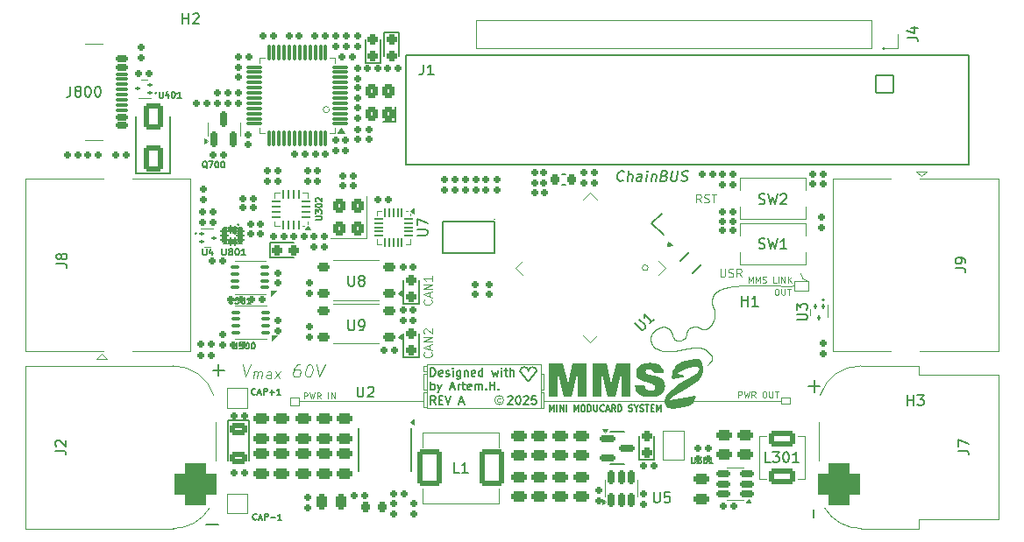
<source format=gbr>
%TF.GenerationSoftware,KiCad,Pcbnew,9.0.3*%
%TF.CreationDate,2025-09-28T17:56:06+02:00*%
%TF.ProjectId,MMS2,4d4d5332-2e6b-4696-9361-645f70636258,rev?*%
%TF.SameCoordinates,Original*%
%TF.FileFunction,Legend,Top*%
%TF.FilePolarity,Positive*%
%FSLAX46Y46*%
G04 Gerber Fmt 4.6, Leading zero omitted, Abs format (unit mm)*
G04 Created by KiCad (PCBNEW 9.0.3) date 2025-09-28 17:56:06*
%MOMM*%
%LPD*%
G01*
G04 APERTURE LIST*
G04 Aperture macros list*
%AMRoundRect*
0 Rectangle with rounded corners*
0 $1 Rounding radius*
0 $2 $3 $4 $5 $6 $7 $8 $9 X,Y pos of 4 corners*
0 Add a 4 corners polygon primitive as box body*
4,1,4,$2,$3,$4,$5,$6,$7,$8,$9,$2,$3,0*
0 Add four circle primitives for the rounded corners*
1,1,$1+$1,$2,$3*
1,1,$1+$1,$4,$5*
1,1,$1+$1,$6,$7*
1,1,$1+$1,$8,$9*
0 Add four rect primitives between the rounded corners*
20,1,$1+$1,$2,$3,$4,$5,0*
20,1,$1+$1,$4,$5,$6,$7,0*
20,1,$1+$1,$6,$7,$8,$9,0*
20,1,$1+$1,$8,$9,$2,$3,0*%
%AMRotRect*
0 Rectangle, with rotation*
0 The origin of the aperture is its center*
0 $1 length*
0 $2 width*
0 $3 Rotation angle, in degrees counterclockwise*
0 Add horizontal line*
21,1,$1,$2,0,0,$3*%
%AMFreePoly0*
4,1,6,1.000000,0.000000,0.500000,-0.750000,-0.500000,-0.750000,-0.500000,0.750000,0.500000,0.750000,1.000000,0.000000,1.000000,0.000000,$1*%
%AMFreePoly1*
4,1,6,0.500000,-0.750000,-0.650000,-0.750000,-0.150000,0.000000,-0.650000,0.750000,0.500000,0.750000,0.500000,-0.750000,0.500000,-0.750000,$1*%
G04 Aperture macros list end*
%ADD10C,0.100000*%
%ADD11C,0.200000*%
%ADD12C,0.300000*%
%ADD13C,0.175000*%
%ADD14C,0.160000*%
%ADD15C,0.150000*%
%ADD16C,0.120000*%
%ADD17C,0.127000*%
%ADD18R,2.300000X1.000000*%
%ADD19R,1.250000X1.000000*%
%ADD20C,1.854000*%
%ADD21RoundRect,0.102000X-0.825000X-0.825000X0.825000X-0.825000X0.825000X0.825000X-0.825000X0.825000X0*%
%ADD22C,2.900000*%
%ADD23C,4.100000*%
%ADD24RoundRect,1.025000X1.025000X-1.025000X1.025000X1.025000X-1.025000X1.025000X-1.025000X-1.025000X0*%
%ADD25R,2.000000X0.900000*%
%ADD26C,1.700000*%
%ADD27R,1.700000X1.700000*%
%ADD28RoundRect,1.025000X-1.025000X1.025000X-1.025000X-1.025000X1.025000X-1.025000X1.025000X1.025000X0*%
%ADD29C,2.300000*%
%ADD30C,1.500000*%
%ADD31R,1.500000X1.500000*%
%ADD32C,3.250000*%
%ADD33O,1.800000X1.000000*%
%ADD34O,2.100000X1.000000*%
%ADD35RoundRect,0.150000X-0.425000X0.150000X-0.425000X-0.150000X0.425000X-0.150000X0.425000X0.150000X0*%
%ADD36RoundRect,0.075000X-0.500000X0.075000X-0.500000X-0.075000X0.500000X-0.075000X0.500000X0.075000X0*%
%ADD37C,0.650000*%
%ADD38R,0.600000X1.550000*%
%ADD39RoundRect,0.150000X0.150000X-0.512500X0.150000X0.512500X-0.150000X0.512500X-0.150000X-0.512500X0*%
%ADD40R,1.650000X1.650000*%
%ADD41RoundRect,0.050000X-0.375000X0.050000X-0.375000X-0.050000X0.375000X-0.050000X0.375000X0.050000X0*%
%ADD42RoundRect,0.050000X-0.050000X0.375000X-0.050000X-0.375000X0.050000X-0.375000X0.050000X0.375000X0*%
%ADD43RoundRect,0.062500X0.062500X0.350000X-0.062500X0.350000X-0.062500X-0.350000X0.062500X-0.350000X0*%
%ADD44RoundRect,0.062500X0.350000X0.062500X-0.350000X0.062500X-0.350000X-0.062500X0.350000X-0.062500X0*%
%ADD45R,1.600000X2.400000*%
%ADD46RoundRect,0.075000X0.350000X0.075000X-0.350000X0.075000X-0.350000X-0.075000X0.350000X-0.075000X0*%
%ADD47RoundRect,0.269000X0.494000X-0.269000X0.494000X0.269000X-0.494000X0.269000X-0.494000X-0.269000X0*%
%ADD48RoundRect,0.159000X0.159000X0.189000X-0.159000X0.189000X-0.159000X-0.189000X0.159000X-0.189000X0*%
%ADD49RoundRect,0.239000X0.274000X-0.239000X0.274000X0.239000X-0.274000X0.239000X-0.274000X-0.239000X0*%
%ADD50RoundRect,0.159000X-0.159000X-0.189000X0.159000X-0.189000X0.159000X0.189000X-0.159000X0.189000X0*%
%ADD51RoundRect,0.159000X-0.189000X0.159000X-0.189000X-0.159000X0.189000X-0.159000X0.189000X0.159000X0*%
%ADD52RoundRect,0.159000X0.189000X-0.159000X0.189000X0.159000X-0.189000X0.159000X-0.189000X-0.159000X0*%
%ADD53RoundRect,0.200000X0.400000X0.200000X-0.400000X0.200000X-0.400000X-0.200000X0.400000X-0.200000X0*%
%ADD54RoundRect,0.260556X0.677444X-1.027444X0.677444X1.027444X-0.677444X1.027444X-0.677444X-1.027444X0*%
%ADD55RoundRect,0.269000X0.269000X0.494000X-0.269000X0.494000X-0.269000X-0.494000X0.269000X-0.494000X0*%
%ADD56C,5.600000*%
%ADD57RoundRect,0.159000X-0.021213X0.246073X-0.246073X0.021213X0.021213X-0.246073X0.246073X-0.021213X0*%
%ADD58RoundRect,0.159000X-0.246073X-0.021213X-0.021213X-0.246073X0.246073X0.021213X0.021213X0.246073X0*%
%ADD59O,0.590000X2.050000*%
%ADD60RoundRect,0.267273X-0.570727X0.320727X-0.570727X-0.320727X0.570727X-0.320727X0.570727X0.320727X0*%
%ADD61RoundRect,0.269000X-0.494000X0.269000X-0.494000X-0.269000X0.494000X-0.269000X0.494000X0.269000X0*%
%ADD62RoundRect,0.150000X0.150000X-0.587500X0.150000X0.587500X-0.150000X0.587500X-0.150000X-0.587500X0*%
%ADD63RoundRect,0.250001X-0.949999X-1.499999X0.949999X-1.499999X0.949999X1.499999X-0.949999X1.499999X0*%
%ADD64RoundRect,0.100000X-0.100000X0.125000X-0.100000X-0.125000X0.100000X-0.125000X0.100000X0.125000X0*%
%ADD65RoundRect,0.075000X0.441942X0.548008X-0.548008X-0.441942X-0.441942X-0.548008X0.548008X0.441942X0*%
%ADD66RoundRect,0.075000X-0.441942X0.548008X-0.548008X0.441942X0.441942X-0.548008X0.548008X-0.441942X0*%
%ADD67RoundRect,0.239000X-0.239000X-0.274000X0.239000X-0.274000X0.239000X0.274000X-0.239000X0.274000X0*%
%ADD68RoundRect,0.239000X-0.274000X0.239000X-0.274000X-0.239000X0.274000X-0.239000X0.274000X0.239000X0*%
%ADD69RoundRect,0.075000X0.662500X0.075000X-0.662500X0.075000X-0.662500X-0.075000X0.662500X-0.075000X0*%
%ADD70RoundRect,0.075000X0.075000X0.662500X-0.075000X0.662500X-0.075000X-0.662500X0.075000X-0.662500X0*%
%ADD71RoundRect,0.159000X0.021213X-0.246073X0.246073X-0.021213X-0.021213X0.246073X-0.246073X0.021213X0*%
%ADD72RoundRect,0.159000X0.246073X0.021213X0.021213X0.246073X-0.246073X-0.021213X-0.021213X-0.246073X0*%
%ADD73RoundRect,0.219000X0.219000X0.294000X-0.219000X0.294000X-0.219000X-0.294000X0.219000X-0.294000X0*%
%ADD74RoundRect,0.250001X0.999999X-0.499999X0.999999X0.499999X-0.999999X0.499999X-0.999999X-0.499999X0*%
%ADD75RoundRect,0.150000X0.512500X0.150000X-0.512500X0.150000X-0.512500X-0.150000X0.512500X-0.150000X0*%
%ADD76RoundRect,0.250000X0.350000X-0.450000X0.350000X0.450000X-0.350000X0.450000X-0.350000X-0.450000X0*%
%ADD77RoundRect,0.220000X0.220000X0.255000X-0.220000X0.255000X-0.220000X-0.255000X0.220000X-0.255000X0*%
%ADD78RoundRect,0.150000X-0.590000X-0.150000X0.590000X-0.150000X0.590000X0.150000X-0.590000X0.150000X0*%
%ADD79RoundRect,0.250000X-0.565685X0.070711X0.070711X-0.565685X0.565685X-0.070711X-0.070711X0.565685X0*%
%ADD80RoundRect,0.100000X0.125000X0.100000X-0.125000X0.100000X-0.125000X-0.100000X0.125000X-0.100000X0*%
%ADD81RoundRect,0.102000X-0.112500X0.331500X-0.112500X-0.331500X0.112500X-0.331500X0.112500X0.331500X0*%
%ADD82RoundRect,0.102000X-0.112500X0.281500X-0.112500X-0.281500X0.112500X-0.281500X0.112500X0.281500X0*%
%ADD83RoundRect,0.102000X-0.281500X0.112500X-0.281500X-0.112500X0.281500X-0.112500X0.281500X0.112500X0*%
%ADD84FreePoly0,270.000000*%
%ADD85FreePoly1,270.000000*%
%ADD86RoundRect,0.100000X-0.125000X-0.100000X0.125000X-0.100000X0.125000X0.100000X-0.125000X0.100000X0*%
%ADD87RoundRect,0.250000X0.636396X-0.282843X-0.282843X0.636396X-0.636396X0.282843X0.282843X-0.636396X0*%
%ADD88R,1.000000X1.000000*%
%ADD89C,1.000000*%
%ADD90RotRect,1.000000X1.000000X225.000000*%
G04 APERTURE END LIST*
D10*
X107400000Y-97100000D02*
G75*
G02*
X106800000Y-97100000I-300000J0D01*
G01*
X106800000Y-97100000D02*
G75*
G02*
X107400000Y-97100000I300000J0D01*
G01*
X140550000Y-118975000D02*
X140550991Y-118978923D01*
X140552005Y-118982854D01*
X140553039Y-118986784D01*
X140554096Y-118990722D01*
X140555173Y-118994657D01*
X140556273Y-118998600D01*
X140557393Y-119002538D01*
X140558535Y-119006482D01*
X140559696Y-119010421D01*
X140560880Y-119014364D01*
X140562083Y-119018301D01*
X140563308Y-119022242D01*
X140564551Y-119026174D01*
X140565817Y-119030110D01*
X140567100Y-119034036D01*
X140568406Y-119037965D01*
X140569729Y-119041882D01*
X140571073Y-119045801D01*
X140572435Y-119049707D01*
X140573818Y-119053616D01*
X140575218Y-119057509D01*
X140576639Y-119061404D01*
X140578076Y-119065283D01*
X140579535Y-119069163D01*
X140581009Y-119073026D01*
X140582504Y-119076889D01*
X140584013Y-119080733D01*
X140585545Y-119084577D01*
X140587090Y-119088402D01*
X140588656Y-119092226D01*
X140590236Y-119096029D01*
X140591836Y-119099831D01*
X140593450Y-119103612D01*
X140595084Y-119107390D01*
X140596731Y-119111146D01*
X140598399Y-119114900D01*
X140600078Y-119118630D01*
X140601778Y-119122357D01*
X140603489Y-119126061D01*
X140605221Y-119129761D01*
X140606963Y-119133436D01*
X140608726Y-119137107D01*
X140610498Y-119140753D01*
X140612291Y-119144394D01*
X140614094Y-119148010D01*
X140615916Y-119151620D01*
X140617748Y-119155205D01*
X140619599Y-119158783D01*
X140621459Y-119162335D01*
X140623339Y-119165880D01*
X140625227Y-119169399D01*
X140627134Y-119172910D01*
X140629049Y-119176395D01*
X140630983Y-119179872D01*
X140632925Y-119183321D01*
X140634886Y-119186763D01*
X140636853Y-119190177D01*
X140638840Y-119193583D01*
X140640833Y-119196960D01*
X140642844Y-119200329D01*
X140644862Y-119203670D01*
X140646898Y-119207002D01*
X140648940Y-119210305D01*
X140651000Y-119213599D01*
X140653065Y-119216864D01*
X140655149Y-119220119D01*
X140657237Y-119223346D01*
X140659344Y-119226563D01*
X140661455Y-119229750D01*
X140663583Y-119232928D01*
X140665717Y-119236076D01*
X140667867Y-119239214D01*
X140670022Y-119242323D01*
X140672194Y-119245421D01*
X140674369Y-119248489D01*
X140676562Y-119251547D01*
X140678758Y-119254575D01*
X140680971Y-119257592D01*
X140683188Y-119260580D01*
X140685421Y-119263556D01*
X140687657Y-119266503D01*
X140689909Y-119269439D01*
X140692164Y-119272345D01*
X140694436Y-119275239D01*
X140696710Y-119278104D01*
X140699000Y-119280957D01*
X140701292Y-119283780D01*
X140703601Y-119286592D01*
X140705911Y-119289374D01*
X140708238Y-119292144D01*
X140710566Y-119294885D01*
X140712909Y-119297613D01*
X140715255Y-119300312D01*
X140717616Y-119302998D01*
X140719978Y-119305656D01*
X140722356Y-119308301D01*
X140724735Y-119310917D01*
X140727129Y-119313520D01*
X140729524Y-119316095D01*
X140731935Y-119318656D01*
X140734346Y-119321189D01*
X140736772Y-119323708D01*
X140739199Y-119326199D01*
X140741641Y-119328677D01*
X140744084Y-119331127D01*
X140746541Y-119333563D01*
X140748999Y-119335971D01*
X140751471Y-119338366D01*
X140753944Y-119340732D01*
X140756431Y-119343085D01*
X140758918Y-119345411D01*
X140761420Y-119347722D01*
X140763922Y-119350006D01*
X140766438Y-119352276D01*
X140768954Y-119354519D01*
X140771484Y-119356748D01*
X140774014Y-119358950D01*
X140776558Y-119361137D01*
X140779103Y-119363298D01*
X140781661Y-119365444D01*
X140784219Y-119367564D01*
X140786790Y-119369670D01*
X140789362Y-119371749D01*
X140791947Y-119373813D01*
X140794532Y-119375852D01*
X140797130Y-119377876D01*
X140799729Y-119379874D01*
X140802341Y-119381857D01*
X140804952Y-119383815D01*
X140807577Y-119385757D01*
X140810202Y-119387675D01*
X140812839Y-119389577D01*
X140815477Y-119391454D01*
X140818127Y-119393316D01*
X140820778Y-119395154D01*
X140823441Y-119396975D01*
X140826105Y-119398773D01*
X140828781Y-119400555D01*
X140831457Y-119402313D01*
X140834146Y-119404055D01*
X140836835Y-119405773D01*
X140839536Y-119407475D01*
X140842237Y-119409154D01*
X140844951Y-119410817D01*
X140847665Y-119412456D01*
X140850392Y-119414080D01*
X140853118Y-119415680D01*
X140855857Y-119417264D01*
X140858596Y-119418825D01*
X140861348Y-119420370D01*
X140864100Y-119421892D01*
X140866863Y-119423398D01*
X140869628Y-119424881D01*
X140872404Y-119426348D01*
X140875181Y-119427792D01*
X140877969Y-119429220D01*
X140880759Y-119430626D01*
X140883560Y-119432015D01*
X140886362Y-119433383D01*
X140889176Y-119434734D01*
X140891991Y-119436062D01*
X140894817Y-119437375D01*
X140897644Y-119438665D01*
X140900483Y-119439939D01*
X140903323Y-119441191D01*
X140906174Y-119442427D01*
X140909027Y-119443641D01*
X140911891Y-119444838D01*
X140914757Y-119446014D01*
X140917634Y-119447173D01*
X140920513Y-119448311D01*
X140923402Y-119449432D01*
X140926294Y-119450532D01*
X140929197Y-119451614D01*
X140932101Y-119452677D01*
X140935017Y-119453721D01*
X140937934Y-119454746D01*
X140940863Y-119455752D01*
X140943794Y-119456739D01*
X140946736Y-119457708D01*
X140949680Y-119458656D01*
X140952636Y-119459587D01*
X140955593Y-119460498D01*
X140958562Y-119461391D01*
X140961533Y-119462264D01*
X140964516Y-119463119D01*
X140967501Y-119463954D01*
X140970496Y-119464772D01*
X140973495Y-119465569D01*
X140976505Y-119466349D01*
X140979518Y-119467108D01*
X140982541Y-119467850D01*
X140985568Y-119468572D01*
X140988605Y-119469276D01*
X140991646Y-119469960D01*
X140994698Y-119470626D01*
X140997754Y-119471272D01*
X141000820Y-119471900D01*
X141003889Y-119472508D01*
X141006970Y-119473098D01*
X141010055Y-119473668D01*
X141013150Y-119474220D01*
X141016249Y-119474752D01*
X141019359Y-119475265D01*
X141022473Y-119475759D01*
X141025598Y-119476235D01*
X141028728Y-119476691D01*
X141031868Y-119477128D01*
X141035012Y-119477545D01*
X141038168Y-119477944D01*
X141041328Y-119478323D01*
X141044499Y-119478683D01*
X141047675Y-119479024D01*
X141050861Y-119479345D01*
X141054053Y-119479647D01*
X141057255Y-119479930D01*
X141060463Y-119480193D01*
X141063681Y-119480437D01*
X141066905Y-119480661D01*
X141070139Y-119480866D01*
X141073379Y-119481051D01*
X141076630Y-119481216D01*
X141079887Y-119481362D01*
X141083154Y-119481488D01*
X141086428Y-119481595D01*
X141089712Y-119481682D01*
X141093003Y-119481748D01*
X141096303Y-119481795D01*
X141099611Y-119481822D01*
X141102929Y-119481830D01*
X141106254Y-119481817D01*
X141109590Y-119481784D01*
X141112932Y-119481730D01*
X141116285Y-119481657D01*
X141119646Y-119481563D01*
X141123016Y-119481450D01*
X141126395Y-119481315D01*
X141129783Y-119481161D01*
X141133180Y-119480986D01*
X141136586Y-119480790D01*
X141140001Y-119480574D01*
X141143426Y-119480337D01*
X141146859Y-119480079D01*
X141150303Y-119479800D01*
X141153755Y-119479501D01*
X141157217Y-119479181D01*
X141160688Y-119478840D01*
X141164170Y-119478477D01*
X141167660Y-119478094D01*
X141171160Y-119477689D01*
X141174670Y-119477263D01*
X141178189Y-119476815D01*
X141181719Y-119476347D01*
X141185258Y-119475856D01*
X141188807Y-119475344D01*
X141192366Y-119474811D01*
X141195935Y-119474255D01*
X141199514Y-119473678D01*
X141203103Y-119473079D01*
X141206702Y-119472458D01*
X141210312Y-119471814D01*
X141213931Y-119471149D01*
X141217561Y-119470461D01*
X141221202Y-119469751D01*
X141224853Y-119469019D01*
X141228514Y-119468264D01*
X141232186Y-119467486D01*
X141235868Y-119466685D01*
X141239561Y-119465862D01*
X141243264Y-119465016D01*
X141246979Y-119464147D01*
X141250704Y-119463255D01*
X141254440Y-119462339D01*
X141258186Y-119461401D01*
X141261944Y-119460438D01*
X141265713Y-119459453D01*
X141269493Y-119458443D01*
X141273283Y-119457411D01*
X141277086Y-119456354D01*
X141280898Y-119455273D01*
X141284723Y-119454169D01*
X141288559Y-119453040D01*
X141292406Y-119451887D01*
X141296264Y-119450710D01*
X141300134Y-119449508D01*
X141304015Y-119448282D01*
X141307908Y-119447031D01*
X141311812Y-119445755D01*
X141315729Y-119444454D01*
X141319656Y-119443129D01*
X141323596Y-119441778D01*
X141327547Y-119440402D01*
X141331511Y-119439001D01*
X141335485Y-119437575D01*
X141339473Y-119436122D01*
X141343471Y-119434644D01*
X141347483Y-119433140D01*
X141351506Y-119431611D01*
X141355542Y-119430055D01*
X141359588Y-119428473D01*
X141363649Y-119426865D01*
X141367720Y-119425230D01*
X141371805Y-119423569D01*
X141375901Y-119421881D01*
X141380011Y-119420166D01*
X141384132Y-119418425D01*
X141388267Y-119416656D01*
X141392413Y-119414861D01*
X141396573Y-119413037D01*
X141400744Y-119411187D01*
X141404930Y-119409309D01*
X141409127Y-119407404D01*
X141413338Y-119405470D01*
X141417561Y-119403509D01*
X141425000Y-119400000D01*
X138475000Y-118975000D02*
X138476933Y-118968381D01*
X138478960Y-118961725D01*
X138481081Y-118955032D01*
X138483298Y-118948302D01*
X138485612Y-118941536D01*
X138488022Y-118934733D01*
X138490530Y-118927894D01*
X138493137Y-118921019D01*
X138495843Y-118914108D01*
X138498648Y-118907161D01*
X138501555Y-118900178D01*
X138504562Y-118893160D01*
X138507672Y-118886108D01*
X138510884Y-118879020D01*
X138514200Y-118871898D01*
X138517619Y-118864743D01*
X138521144Y-118857554D01*
X138524773Y-118850332D01*
X138528508Y-118843078D01*
X138532350Y-118835792D01*
X138536298Y-118828474D01*
X138540355Y-118821126D01*
X138544519Y-118813747D01*
X138548791Y-118806339D01*
X138553173Y-118798903D01*
X138557663Y-118791438D01*
X138562264Y-118783946D01*
X138566975Y-118776428D01*
X138571796Y-118768884D01*
X138576727Y-118761315D01*
X138581770Y-118753723D01*
X138586924Y-118746108D01*
X138592189Y-118738471D01*
X138597566Y-118730813D01*
X138603054Y-118723136D01*
X138608654Y-118715440D01*
X138614365Y-118707727D01*
X138620188Y-118699998D01*
X138626122Y-118692253D01*
X138632168Y-118684495D01*
X138638324Y-118676725D01*
X138644591Y-118668944D01*
X138650969Y-118661153D01*
X138657457Y-118653353D01*
X138664054Y-118645548D01*
X138670761Y-118637736D01*
X138677576Y-118629922D01*
X138684499Y-118622105D01*
X138691530Y-118614287D01*
X138698667Y-118606471D01*
X138705910Y-118598657D01*
X138713258Y-118590848D01*
X138720709Y-118583045D01*
X138728264Y-118575250D01*
X138735921Y-118567465D01*
X138743679Y-118559692D01*
X138751536Y-118551931D01*
X138759492Y-118544186D01*
X138767544Y-118536458D01*
X138775693Y-118528750D01*
X138783936Y-118521062D01*
X138792271Y-118513397D01*
X138800698Y-118505756D01*
X138809214Y-118498143D01*
X138817819Y-118490558D01*
X138826509Y-118483004D01*
X138835284Y-118475483D01*
X138844141Y-118467996D01*
X138853079Y-118460546D01*
X138862095Y-118453134D01*
X138871188Y-118445764D01*
X138880355Y-118438436D01*
X138889595Y-118431152D01*
X138898905Y-118423915D01*
X138908283Y-118416727D01*
X138917726Y-118409589D01*
X138927233Y-118402503D01*
X138936801Y-118395472D01*
X138946428Y-118388497D01*
X138956111Y-118381580D01*
X138965848Y-118374722D01*
X138970735Y-118371317D01*
X138975636Y-118367927D01*
X138980548Y-118364553D01*
X138985473Y-118361194D01*
X138990409Y-118357853D01*
X138995357Y-118354528D01*
X139000314Y-118351219D01*
X139005284Y-118347928D01*
X139010263Y-118344653D01*
X139015253Y-118341396D01*
X139020251Y-118338157D01*
X139025260Y-118334935D01*
X139030277Y-118331732D01*
X139035304Y-118328546D01*
X139040338Y-118325379D01*
X139045382Y-118322230D01*
X139050431Y-118319100D01*
X139055490Y-118315989D01*
X139060554Y-118312898D01*
X139065627Y-118309824D01*
X139070704Y-118306772D01*
X139075790Y-118303737D01*
X139080879Y-118300725D01*
X139085977Y-118297730D01*
X139091076Y-118294757D01*
X139096184Y-118291803D01*
X139101293Y-118288872D01*
X139106410Y-118285958D01*
X139111527Y-118283068D01*
X139116651Y-118280197D01*
X139121775Y-118277349D01*
X139126906Y-118274519D01*
X139132035Y-118271714D01*
X139137172Y-118268927D01*
X139142305Y-118266165D01*
X139147445Y-118263422D01*
X139152582Y-118260704D01*
X139157725Y-118258005D01*
X139162863Y-118255330D01*
X139168008Y-118252676D01*
X139173147Y-118250046D01*
X139178292Y-118247436D01*
X139183431Y-118244852D01*
X139188575Y-118242288D01*
X139193712Y-118239749D01*
X139198853Y-118237230D01*
X139203988Y-118234738D01*
X139209126Y-118232265D01*
X139214257Y-118229819D01*
X139219391Y-118227393D01*
X139224516Y-118224993D01*
X139229645Y-118222614D01*
X139234764Y-118220261D01*
X139239887Y-118217929D01*
X139244999Y-118215624D01*
X139250114Y-118213339D01*
X139255217Y-118211082D01*
X139260323Y-118208845D01*
X139265417Y-118206635D01*
X139270514Y-118204446D01*
X139275598Y-118202285D01*
X139280684Y-118200144D01*
X139285756Y-118198030D01*
X139290831Y-118195938D01*
X139295891Y-118193873D01*
X139300952Y-118191829D01*
X139305999Y-118189813D01*
X139311047Y-118187818D01*
X139316080Y-118185850D01*
X139321114Y-118183904D01*
X139326131Y-118181985D01*
X139331150Y-118180087D01*
X139336151Y-118178217D01*
X139341154Y-118176369D01*
X139346138Y-118174548D01*
X139351124Y-118172748D01*
X139356091Y-118170976D01*
X139361058Y-118169226D01*
X139366007Y-118167503D01*
X139370956Y-118165801D01*
X139375885Y-118164127D01*
X139380815Y-118162475D01*
X139385724Y-118160850D01*
X139390634Y-118159246D01*
X139395523Y-118157670D01*
X139400411Y-118156116D01*
X139405279Y-118154589D01*
X139410145Y-118153083D01*
X139414991Y-118151605D01*
X139419836Y-118150148D01*
X139424659Y-118148718D01*
X139429481Y-118147310D01*
X139434281Y-118145929D01*
X139439079Y-118144570D01*
X139443855Y-118143237D01*
X139448629Y-118141926D01*
X139453381Y-118140642D01*
X139458130Y-118139379D01*
X139462857Y-118138143D01*
X139467582Y-118136928D01*
X139472283Y-118135740D01*
X139476982Y-118134573D01*
X139481657Y-118133433D01*
X139486330Y-118132314D01*
X139490979Y-118131221D01*
X139495625Y-118130150D01*
X139500247Y-118129104D01*
X139504866Y-118128080D01*
X139509461Y-118127082D01*
X139514052Y-118126105D01*
X139518619Y-118125154D01*
X139523183Y-118124224D01*
X139527722Y-118123319D01*
X139532257Y-118122436D01*
X139536768Y-118121578D01*
X139541275Y-118120741D01*
X139545757Y-118119929D01*
X139550234Y-118119138D01*
X139554687Y-118118372D01*
X139559136Y-118117627D01*
X139563559Y-118116906D01*
X139567978Y-118116207D01*
X139572372Y-118115532D01*
X139576762Y-118114878D01*
X139581126Y-118114248D01*
X139585485Y-118113638D01*
X139589819Y-118113053D01*
X139594148Y-118112488D01*
X139598451Y-118111947D01*
X139602750Y-118111427D01*
X139607023Y-118110931D01*
X139611291Y-118110455D01*
X139615533Y-118110001D01*
X139619770Y-118109569D01*
X139623982Y-118109160D01*
X139628188Y-118108771D01*
X139632368Y-118108404D01*
X139636543Y-118108059D01*
X139640692Y-118107735D01*
X139644836Y-118107432D01*
X139648954Y-118107151D01*
X139653066Y-118106891D01*
X139657153Y-118106652D01*
X139661234Y-118106434D01*
X139665290Y-118106237D01*
X139669339Y-118106060D01*
X139673363Y-118105905D01*
X139677380Y-118105770D01*
X139681373Y-118105656D01*
X139685359Y-118105562D01*
X139689320Y-118105489D01*
X139693274Y-118105436D01*
X139697204Y-118105403D01*
X139701126Y-118105391D01*
X139705024Y-118105398D01*
X139708915Y-118105426D01*
X139712781Y-118105473D01*
X139716641Y-118105541D01*
X139720475Y-118105628D01*
X139724303Y-118105735D01*
X139728106Y-118105861D01*
X139731902Y-118106007D01*
X139735674Y-118106173D01*
X139739439Y-118106358D01*
X139743179Y-118106562D01*
X139746912Y-118106786D01*
X139750620Y-118107028D01*
X139754322Y-118107290D01*
X139757999Y-118107570D01*
X139761670Y-118107870D01*
X139765316Y-118108188D01*
X139768955Y-118108525D01*
X139772570Y-118108881D01*
X139776177Y-118109256D01*
X139779761Y-118109648D01*
X139783338Y-118110060D01*
X139786891Y-118110490D01*
X139790436Y-118110938D01*
X139793959Y-118111404D01*
X139797473Y-118111889D01*
X139800965Y-118112392D01*
X139804448Y-118112913D01*
X139807909Y-118113451D01*
X139811362Y-118114008D01*
X139814793Y-118114582D01*
X139818216Y-118115175D01*
X139821616Y-118115785D01*
X139825008Y-118116413D01*
X139828378Y-118117058D01*
X139831740Y-118117721D01*
X139835080Y-118118401D01*
X139838412Y-118119099D01*
X139841722Y-118119814D01*
X139845024Y-118120547D01*
X139848304Y-118121296D01*
X139851576Y-118122063D01*
X139854827Y-118122846D01*
X139858070Y-118123648D01*
X139861291Y-118124465D01*
X139864504Y-118125301D01*
X139867697Y-118126152D01*
X139870880Y-118127021D01*
X139874044Y-118127906D01*
X139877198Y-118128809D01*
X139880333Y-118129727D01*
X139883459Y-118130664D01*
X139886564Y-118131615D01*
X139889661Y-118132585D01*
X139892739Y-118133570D01*
X139895807Y-118134573D01*
X139898856Y-118135590D01*
X139901896Y-118136626D01*
X139904917Y-118137676D01*
X139907929Y-118138745D01*
X139910921Y-118139827D01*
X139913905Y-118140928D01*
X139916870Y-118142044D01*
X139919827Y-118143177D01*
X139922764Y-118144325D01*
X139925692Y-118145491D01*
X139928602Y-118146671D01*
X139931503Y-118147869D01*
X139934386Y-118149081D01*
X139937260Y-118150311D01*
X139940116Y-118151556D01*
X139942962Y-118152818D01*
X139945791Y-118154094D01*
X139948611Y-118155388D01*
X139951413Y-118156696D01*
X139954206Y-118158022D01*
X139956982Y-118159362D01*
X139959749Y-118160719D01*
X139962498Y-118162091D01*
X139965238Y-118163480D01*
X139967961Y-118164883D01*
X139970675Y-118166305D01*
X139973373Y-118167739D01*
X139976061Y-118169192D01*
X139978732Y-118170659D01*
X139981394Y-118172143D01*
X139984040Y-118173641D01*
X139986677Y-118175157D01*
X139989297Y-118176687D01*
X139991908Y-118178234D01*
X139994503Y-118179795D01*
X139997089Y-118181374D01*
X139999659Y-118182967D01*
X140002219Y-118184578D01*
X140004764Y-118186202D01*
X140007299Y-118187844D01*
X140009819Y-118189501D01*
X140012330Y-118191174D01*
X140014825Y-118192862D01*
X140017311Y-118194568D01*
X140019782Y-118196287D01*
X140022243Y-118198025D01*
X140025000Y-118200000D01*
X116800000Y-121700000D02*
X127800000Y-121700000D01*
X127800000Y-126000000D01*
X116800000Y-126000000D01*
X116800000Y-121700000D01*
X138182843Y-112400000D02*
G75*
G02*
X137617157Y-112400000I-282843J0D01*
G01*
X137617157Y-112400000D02*
G75*
G02*
X138182843Y-112400000I282843J0D01*
G01*
D11*
X126599993Y-123360559D02*
X125842237Y-122439441D01*
D10*
X103650000Y-124925000D02*
X104475000Y-124925000D01*
X104475000Y-125675000D01*
X103650000Y-125675000D01*
X103650000Y-124925000D01*
X143900000Y-121850000D02*
X143923312Y-121825183D01*
X143949828Y-121797029D01*
X143982398Y-121762437D01*
X143998442Y-121745347D01*
X144014308Y-121728384D01*
X144029983Y-121711543D01*
X144037744Y-121703166D01*
X144045454Y-121694818D01*
X144053109Y-121686496D01*
X144060708Y-121678201D01*
X144068249Y-121669931D01*
X144075732Y-121661686D01*
X144083154Y-121653465D01*
X144090513Y-121645267D01*
X144097808Y-121637092D01*
X144105038Y-121628938D01*
X144112201Y-121620805D01*
X144119295Y-121612691D01*
X144126318Y-121604597D01*
X144133270Y-121596521D01*
X144140147Y-121588462D01*
X144146950Y-121580420D01*
X144153675Y-121572394D01*
X144160322Y-121564383D01*
X144166889Y-121556386D01*
X144173374Y-121548403D01*
X144179775Y-121540432D01*
X144186092Y-121532473D01*
X144192321Y-121524525D01*
X144198463Y-121516587D01*
X144204515Y-121508658D01*
X144210475Y-121500738D01*
X144216342Y-121492826D01*
X144222114Y-121484920D01*
X144227790Y-121477021D01*
X144233368Y-121469127D01*
X144236119Y-121465182D01*
X144238846Y-121461238D01*
X144241547Y-121457294D01*
X144244223Y-121453352D01*
X144246873Y-121449410D01*
X144249497Y-121445469D01*
X144252095Y-121441528D01*
X144254667Y-121437588D01*
X144257212Y-121433648D01*
X144259730Y-121429709D01*
X144262222Y-121425769D01*
X144264686Y-121421829D01*
X144267123Y-121417890D01*
X144269532Y-121413950D01*
X144271914Y-121410010D01*
X144274268Y-121406069D01*
X144276593Y-121402128D01*
X144278891Y-121398186D01*
X144281159Y-121394244D01*
X144283399Y-121390301D01*
X144285610Y-121386357D01*
X144287792Y-121382412D01*
X144289945Y-121378466D01*
X144292068Y-121374518D01*
X144294161Y-121370569D01*
X144296224Y-121366619D01*
X144298257Y-121362668D01*
X144300259Y-121358714D01*
X144302231Y-121354760D01*
X144304173Y-121350803D01*
X144306083Y-121346844D01*
X144307962Y-121342883D01*
X144309810Y-121338921D01*
X144311626Y-121334956D01*
X144313410Y-121330988D01*
X144315162Y-121327018D01*
X144316883Y-121323046D01*
X144318570Y-121319071D01*
X144320225Y-121315094D01*
X144321848Y-121311113D01*
X144323437Y-121307130D01*
X144324993Y-121303143D01*
X144326516Y-121299154D01*
X144328005Y-121295161D01*
X144329460Y-121291165D01*
X144330881Y-121287165D01*
X144332268Y-121283162D01*
X144333620Y-121279155D01*
X144334938Y-121275145D01*
X144336221Y-121271130D01*
X144337469Y-121267112D01*
X144338682Y-121263090D01*
X144339860Y-121259063D01*
X144341001Y-121255033D01*
X144342107Y-121250997D01*
X144343177Y-121246958D01*
X144344210Y-121242914D01*
X144345207Y-121238865D01*
X144346168Y-121234812D01*
X144347091Y-121230753D01*
X144347978Y-121226690D01*
X144348827Y-121222622D01*
X144349639Y-121218548D01*
X144350413Y-121214469D01*
X144351149Y-121210385D01*
X144351847Y-121206296D01*
X144352507Y-121202201D01*
X144353129Y-121198100D01*
X144353711Y-121193993D01*
X144354255Y-121189881D01*
X144354760Y-121185762D01*
X144355225Y-121181638D01*
X144355651Y-121177507D01*
X144356037Y-121173370D01*
X144356384Y-121169227D01*
X144356690Y-121165077D01*
X144356956Y-121160921D01*
X144357181Y-121156758D01*
X144357366Y-121152588D01*
X144357510Y-121148411D01*
X144357613Y-121144228D01*
X144357674Y-121140037D01*
X144357694Y-121135839D01*
X144357672Y-121131634D01*
X144357608Y-121127421D01*
X144357502Y-121123201D01*
X144357354Y-121118973D01*
X144357163Y-121114738D01*
X144356929Y-121110495D01*
X144356653Y-121106243D01*
X144356333Y-121101984D01*
X144355970Y-121097717D01*
X144355564Y-121093442D01*
X144355113Y-121089158D01*
X144354619Y-121084866D01*
X144354081Y-121080566D01*
X144353498Y-121076256D01*
X144352871Y-121071938D01*
X144352199Y-121067612D01*
X144351482Y-121063276D01*
X144350719Y-121058932D01*
X144349912Y-121054578D01*
X144349059Y-121050215D01*
X144348160Y-121045843D01*
X144347215Y-121041461D01*
X144346224Y-121037070D01*
X144345186Y-121032669D01*
X144344102Y-121028259D01*
X144342971Y-121023838D01*
X144341794Y-121019408D01*
X144340568Y-121014968D01*
X144339296Y-121010517D01*
X144337976Y-121006057D01*
X144336608Y-121001586D01*
X144335192Y-120997104D01*
X144333728Y-120992612D01*
X144332216Y-120988110D01*
X144330655Y-120983597D01*
X144329045Y-120979073D01*
X144327386Y-120974538D01*
X144325678Y-120969992D01*
X144323920Y-120965434D01*
X144322113Y-120960866D01*
X144320256Y-120956286D01*
X144318349Y-120951695D01*
X144316392Y-120947092D01*
X144314384Y-120942478D01*
X144312326Y-120937852D01*
X144310216Y-120933214D01*
X144308056Y-120928564D01*
X144305845Y-120923902D01*
X144303582Y-120919228D01*
X144301267Y-120914541D01*
X144298901Y-120909843D01*
X144296482Y-120905131D01*
X144294011Y-120900408D01*
X144291488Y-120895671D01*
X144288912Y-120890922D01*
X144286283Y-120886160D01*
X144283602Y-120881385D01*
X144280866Y-120876597D01*
X144278078Y-120871796D01*
X144275236Y-120866981D01*
X144272339Y-120862154D01*
X144269389Y-120857312D01*
X144266385Y-120852457D01*
X144263326Y-120847589D01*
X144260212Y-120842707D01*
X144257043Y-120837810D01*
X144253820Y-120832900D01*
X144250541Y-120827976D01*
X144247206Y-120823038D01*
X144243816Y-120818085D01*
X144240370Y-120813118D01*
X144236867Y-120808136D01*
X144233309Y-120803140D01*
X144229694Y-120798129D01*
X144226022Y-120793104D01*
X144222293Y-120788063D01*
X144218508Y-120783008D01*
X144214664Y-120777937D01*
X144210764Y-120772852D01*
X144206805Y-120767751D01*
X144202789Y-120762634D01*
X144198714Y-120757502D01*
X144194582Y-120752355D01*
X144190390Y-120747192D01*
X144186140Y-120742013D01*
X144181831Y-120736818D01*
X144177463Y-120731607D01*
X144173035Y-120726380D01*
X144168548Y-120721137D01*
X144164001Y-120715877D01*
X144159394Y-120710601D01*
X144154727Y-120705309D01*
X144150000Y-120700000D01*
D11*
X126621115Y-122400000D02*
G75*
G02*
X127421115Y-122400000I400000J0D01*
G01*
D10*
X116500000Y-122700000D02*
X116800000Y-122700000D01*
X116800000Y-124150000D01*
X116500000Y-124150000D01*
X116500000Y-122700000D01*
X144150000Y-120700000D02*
X144143159Y-120692552D01*
X144136334Y-120685151D01*
X144129715Y-120678005D01*
X144123110Y-120670903D01*
X144116690Y-120664030D01*
X144110281Y-120657198D01*
X144104038Y-120650574D01*
X144097804Y-120643989D01*
X144091721Y-120637592D01*
X144085646Y-120631234D01*
X144079708Y-120625048D01*
X144073777Y-120618898D01*
X144067971Y-120612907D01*
X144062171Y-120606952D01*
X144056485Y-120601143D01*
X144050804Y-120595368D01*
X144045229Y-120589729D01*
X144039658Y-120584124D01*
X144034185Y-120578645D01*
X144028714Y-120573197D01*
X144023334Y-120567869D01*
X144017956Y-120562571D01*
X144012663Y-120557384D01*
X144007371Y-120552227D01*
X144002158Y-120547175D01*
X143996945Y-120542152D01*
X143991806Y-120537227D01*
X143986666Y-120532331D01*
X143981596Y-120527527D01*
X143976525Y-120522751D01*
X143971518Y-120518064D01*
X143966510Y-120513402D01*
X143961562Y-120508825D01*
X143956613Y-120504274D01*
X143951720Y-120499801D01*
X143946826Y-120495355D01*
X143941984Y-120490984D01*
X143937141Y-120486638D01*
X143932347Y-120482364D01*
X143927550Y-120478114D01*
X143922801Y-120473933D01*
X143918048Y-120469776D01*
X143913340Y-120465684D01*
X143908627Y-120461616D01*
X143903957Y-120457611D01*
X143899283Y-120453629D01*
X143894648Y-120449707D01*
X143890009Y-120445807D01*
X143885407Y-120441965D01*
X143880801Y-120438145D01*
X143876229Y-120434381D01*
X143871653Y-120430638D01*
X143867109Y-120426949D01*
X143862560Y-120423281D01*
X143858043Y-120419664D01*
X143853520Y-120416068D01*
X143849026Y-120412522D01*
X143844526Y-120408996D01*
X143840054Y-120405517D01*
X143835576Y-120402060D01*
X143831124Y-120398647D01*
X143826665Y-120395255D01*
X143822231Y-120391907D01*
X143817790Y-120388579D01*
X143813373Y-120385294D01*
X143808948Y-120382028D01*
X143804545Y-120378803D01*
X143800135Y-120375598D01*
X143795745Y-120372433D01*
X143791347Y-120369286D01*
X143786969Y-120366178D01*
X143782582Y-120363090D01*
X143778214Y-120360038D01*
X143773837Y-120357005D01*
X143769477Y-120354008D01*
X143765109Y-120351030D01*
X143760757Y-120348086D01*
X143756395Y-120345161D01*
X143752048Y-120342270D01*
X143747693Y-120339397D01*
X143743350Y-120336557D01*
X143738999Y-120333735D01*
X143734660Y-120330945D01*
X143730311Y-120328173D01*
X143725974Y-120325431D01*
X143721627Y-120322708D01*
X143717291Y-120320014D01*
X143712945Y-120317338D01*
X143708608Y-120314692D01*
X143704261Y-120312062D01*
X143699922Y-120309462D01*
X143695573Y-120306878D01*
X143691232Y-120304322D01*
X143686880Y-120301784D01*
X143682535Y-120299272D01*
X143678179Y-120296778D01*
X143673829Y-120294310D01*
X143669468Y-120291858D01*
X143665112Y-120289433D01*
X143660745Y-120287024D01*
X143656381Y-120284640D01*
X143652007Y-120282273D01*
X143647635Y-120279931D01*
X143643252Y-120277605D01*
X143638871Y-120275303D01*
X143634478Y-120273017D01*
X143630087Y-120270755D01*
X143625684Y-120268509D01*
X143621282Y-120266286D01*
X143616868Y-120264079D01*
X143612453Y-120261895D01*
X143608026Y-120259727D01*
X143603598Y-120257581D01*
X143599157Y-120255451D01*
X143594715Y-120253342D01*
X143590260Y-120251250D01*
X143585803Y-120249178D01*
X143581332Y-120247123D01*
X143576858Y-120245087D01*
X143572372Y-120243069D01*
X143567880Y-120241070D01*
X143563376Y-120239087D01*
X143558867Y-120237124D01*
X143554344Y-120235177D01*
X143549816Y-120233249D01*
X143545274Y-120231337D01*
X143540725Y-120229445D01*
X143536163Y-120227568D01*
X143531593Y-120225710D01*
X143527009Y-120223867D01*
X143522417Y-120222044D01*
X143517811Y-120220236D01*
X143513196Y-120218446D01*
X143508567Y-120216672D01*
X143503928Y-120214915D01*
X143499275Y-120213175D01*
X143494610Y-120211452D01*
X143489932Y-120209745D01*
X143485242Y-120208055D01*
X143480537Y-120206381D01*
X143475820Y-120204724D01*
X143471088Y-120203083D01*
X143466343Y-120201459D01*
X143461582Y-120199851D01*
X143456809Y-120198259D01*
X143452019Y-120196683D01*
X143447215Y-120195123D01*
X143442396Y-120193580D01*
X143437561Y-120192052D01*
X143432710Y-120190541D01*
X143427843Y-120189045D01*
X143422960Y-120187566D01*
X143418061Y-120186102D01*
X143413145Y-120184654D01*
X143408211Y-120183222D01*
X143403261Y-120181806D01*
X143398292Y-120180405D01*
X143393306Y-120179021D01*
X143388301Y-120177652D01*
X143383279Y-120176299D01*
X143373178Y-120173640D01*
X143363000Y-120171044D01*
X143352744Y-120168510D01*
X143342406Y-120166039D01*
X143331986Y-120163630D01*
X143321480Y-120161285D01*
X143310886Y-120159001D01*
X143300203Y-120156780D01*
X143289427Y-120154622D01*
X143278557Y-120152527D01*
X143267590Y-120150495D01*
X143256523Y-120148526D01*
X143245355Y-120146620D01*
X143234083Y-120144778D01*
X143222704Y-120143000D01*
X143211216Y-120141286D01*
X143199616Y-120139636D01*
X143187901Y-120138051D01*
X143176069Y-120136531D01*
X143164118Y-120135076D01*
X143152043Y-120133687D01*
X143139844Y-120132365D01*
X143127516Y-120131109D01*
X143115056Y-120129920D01*
X143102463Y-120128800D01*
X143089732Y-120127747D01*
X143076861Y-120126764D01*
X143063847Y-120125849D01*
X143050686Y-120125005D01*
X143037375Y-120124232D01*
X143023911Y-120123530D01*
X143010290Y-120122900D01*
X142996510Y-120122344D01*
X142982566Y-120121860D01*
X142968454Y-120121452D01*
X142954172Y-120121118D01*
X142939715Y-120120861D01*
X142925080Y-120120680D01*
X142910263Y-120120578D01*
X142895259Y-120120554D01*
X142880065Y-120120611D01*
X142864676Y-120120748D01*
X142849088Y-120120967D01*
X142833297Y-120121270D01*
X142817299Y-120121656D01*
X142801088Y-120122128D01*
X142784660Y-120122687D01*
X142768010Y-120123333D01*
X142751133Y-120124068D01*
X142734024Y-120124894D01*
X142716679Y-120125811D01*
X142699091Y-120126821D01*
X142681255Y-120127926D01*
X142663166Y-120129127D01*
X142644818Y-120130426D01*
X142626205Y-120131824D01*
X142607320Y-120133322D01*
X142588159Y-120134923D01*
X142568714Y-120136628D01*
X142548978Y-120138439D01*
X142528946Y-120140358D01*
X142508610Y-120142387D01*
X142487963Y-120144527D01*
X142466997Y-120146780D01*
X142445706Y-120149150D01*
X142424081Y-120151637D01*
X142402114Y-120154244D01*
X142379797Y-120156973D01*
X142357122Y-120159827D01*
X142334079Y-120162808D01*
X142310660Y-120165919D01*
X142286855Y-120169162D01*
X142262655Y-120172539D01*
X142238050Y-120176054D01*
X142213028Y-120179710D01*
X142187581Y-120183508D01*
X142161696Y-120187453D01*
X142135362Y-120191548D01*
X142108567Y-120195795D01*
X142081300Y-120200198D01*
X142053547Y-120204761D01*
X142025295Y-120209488D01*
X141996530Y-120214381D01*
X141967239Y-120219445D01*
X141937407Y-120224684D01*
X141907018Y-120230102D01*
X141876056Y-120235704D01*
X141844504Y-120241494D01*
X141812346Y-120247476D01*
X141779564Y-120253656D01*
X141746138Y-120260039D01*
X141712049Y-120266631D01*
X141677277Y-120273436D01*
X141641800Y-120280460D01*
X141605595Y-120287711D01*
X141568640Y-120295193D01*
X141530910Y-120302914D01*
X141492378Y-120310881D01*
X141453018Y-120319100D01*
X141425000Y-120325000D01*
X139000000Y-120225000D02*
X138993419Y-120222490D01*
X138986845Y-120219896D01*
X138980277Y-120217219D01*
X138973717Y-120214459D01*
X138967163Y-120211615D01*
X138960618Y-120208687D01*
X138954080Y-120205676D01*
X138947551Y-120202580D01*
X138941031Y-120199400D01*
X138934521Y-120196135D01*
X138928020Y-120192786D01*
X138921529Y-120189353D01*
X138915050Y-120185835D01*
X138908581Y-120182231D01*
X138902124Y-120178543D01*
X138895680Y-120174770D01*
X138889248Y-120170911D01*
X138882829Y-120166968D01*
X138876425Y-120162939D01*
X138870035Y-120158824D01*
X138863660Y-120154625D01*
X138857301Y-120150340D01*
X138850958Y-120145969D01*
X138844632Y-120141513D01*
X138838324Y-120136972D01*
X138832034Y-120132345D01*
X138825763Y-120127633D01*
X138819511Y-120122836D01*
X138813281Y-120117953D01*
X138807071Y-120112986D01*
X138800883Y-120107933D01*
X138794718Y-120102796D01*
X138788576Y-120097574D01*
X138782459Y-120092268D01*
X138776366Y-120086878D01*
X138770299Y-120081403D01*
X138764259Y-120075845D01*
X138758246Y-120070203D01*
X138752262Y-120064479D01*
X138746306Y-120058671D01*
X138740381Y-120052781D01*
X138734486Y-120046808D01*
X138728623Y-120040754D01*
X138722793Y-120034619D01*
X138716996Y-120028403D01*
X138711234Y-120022106D01*
X138705507Y-120015729D01*
X138699816Y-120009273D01*
X138694162Y-120002738D01*
X138688547Y-119996125D01*
X138682970Y-119989434D01*
X138677433Y-119982666D01*
X138671937Y-119975821D01*
X138666483Y-119968901D01*
X138661071Y-119961905D01*
X138655703Y-119954835D01*
X138650380Y-119947692D01*
X138645102Y-119940475D01*
X138639871Y-119933187D01*
X138634687Y-119925827D01*
X138629551Y-119918397D01*
X138624464Y-119910897D01*
X138619428Y-119903329D01*
X138614443Y-119895693D01*
X138609509Y-119887990D01*
X138604629Y-119880221D01*
X138599802Y-119872388D01*
X138595030Y-119864490D01*
X138590313Y-119856530D01*
X138585653Y-119848508D01*
X138581050Y-119840425D01*
X138576506Y-119832282D01*
X138572020Y-119824081D01*
X138567594Y-119815823D01*
X138563229Y-119807508D01*
X138558925Y-119799137D01*
X138554683Y-119790713D01*
X138550504Y-119782236D01*
X138546390Y-119773707D01*
X138544356Y-119769424D01*
X138542339Y-119765128D01*
X138540338Y-119760820D01*
X138538354Y-119756500D01*
X138536386Y-119752167D01*
X138534435Y-119747823D01*
X138532501Y-119743467D01*
X138530583Y-119739100D01*
X138528682Y-119734721D01*
X138526798Y-119730331D01*
X138524931Y-119725930D01*
X138523081Y-119721518D01*
X138521248Y-119717095D01*
X138519433Y-119712661D01*
X138517635Y-119708218D01*
X138515854Y-119703763D01*
X138514091Y-119699299D01*
X138512345Y-119694824D01*
X138510617Y-119690340D01*
X138508907Y-119685846D01*
X138507215Y-119681343D01*
X138505540Y-119676830D01*
X138503883Y-119672309D01*
X138502244Y-119667777D01*
X138500624Y-119663238D01*
X138499021Y-119658689D01*
X138497437Y-119654133D01*
X138495871Y-119649567D01*
X138494324Y-119644994D01*
X138492795Y-119640411D01*
X138491284Y-119635822D01*
X138489792Y-119631224D01*
X138488318Y-119626620D01*
X138486863Y-119622007D01*
X138485427Y-119617388D01*
X138484009Y-119612760D01*
X138482611Y-119608128D01*
X138481230Y-119603486D01*
X138479870Y-119598840D01*
X138478527Y-119594185D01*
X138477205Y-119589526D01*
X138475900Y-119584859D01*
X138474616Y-119580188D01*
X138473350Y-119575509D01*
X138472104Y-119570826D01*
X138470876Y-119566136D01*
X138469669Y-119561443D01*
X138468480Y-119556741D01*
X138467311Y-119552038D01*
X138466160Y-119547327D01*
X138465030Y-119542613D01*
X138463919Y-119537893D01*
X138462828Y-119533170D01*
X138461756Y-119528441D01*
X138460704Y-119523710D01*
X138459671Y-119518972D01*
X138458658Y-119514234D01*
X138457665Y-119509488D01*
X138456691Y-119504743D01*
X138455737Y-119499990D01*
X138454803Y-119495238D01*
X138453889Y-119490479D01*
X138452995Y-119485720D01*
X138452120Y-119480956D01*
X138451265Y-119476192D01*
X138450430Y-119471422D01*
X138449615Y-119466652D01*
X138448820Y-119461878D01*
X138448045Y-119457104D01*
X138447290Y-119452325D01*
X138446555Y-119447548D01*
X138445839Y-119442766D01*
X138445144Y-119437985D01*
X138444469Y-119433200D01*
X138443814Y-119428416D01*
X138443179Y-119423628D01*
X138442564Y-119418843D01*
X138441969Y-119414053D01*
X138441394Y-119409266D01*
X138440840Y-119404474D01*
X138440305Y-119399686D01*
X138439790Y-119394893D01*
X138439296Y-119390104D01*
X138438822Y-119385311D01*
X138438368Y-119380522D01*
X138437934Y-119375729D01*
X138437520Y-119370941D01*
X138437126Y-119366148D01*
X138436753Y-119361361D01*
X138436399Y-119356569D01*
X138436066Y-119351783D01*
X138435753Y-119346993D01*
X138435460Y-119342208D01*
X138435187Y-119337420D01*
X138434934Y-119332638D01*
X138434701Y-119327852D01*
X138434489Y-119323072D01*
X138434296Y-119318290D01*
X138434124Y-119313513D01*
X138433972Y-119308734D01*
X138433840Y-119303961D01*
X138433728Y-119299185D01*
X138433636Y-119294416D01*
X138433564Y-119289645D01*
X138433512Y-119284880D01*
X138433481Y-119280114D01*
X138433469Y-119275354D01*
X138433477Y-119270592D01*
X138433506Y-119265838D01*
X138433554Y-119261081D01*
X138433623Y-119256332D01*
X138433711Y-119251582D01*
X138433820Y-119246839D01*
X138433948Y-119242095D01*
X138434096Y-119237358D01*
X138434265Y-119232620D01*
X138434453Y-119227891D01*
X138434661Y-119223160D01*
X138434889Y-119218437D01*
X138435137Y-119213713D01*
X138435405Y-119208998D01*
X138435692Y-119204282D01*
X138436000Y-119199575D01*
X138436327Y-119194867D01*
X138436674Y-119190168D01*
X138437041Y-119185468D01*
X138437428Y-119180777D01*
X138437834Y-119176086D01*
X138438260Y-119171404D01*
X138438706Y-119166722D01*
X138439171Y-119162049D01*
X138439657Y-119157376D01*
X138440161Y-119152713D01*
X138440686Y-119148049D01*
X138441230Y-119143395D01*
X138441794Y-119138742D01*
X138442377Y-119134098D01*
X138442980Y-119129454D01*
X138443602Y-119124821D01*
X138444244Y-119120188D01*
X138444905Y-119115565D01*
X138445586Y-119110942D01*
X138446286Y-119106330D01*
X138447006Y-119101718D01*
X138447745Y-119097117D01*
X138448504Y-119092517D01*
X138449281Y-119087927D01*
X138450079Y-119083338D01*
X138450895Y-119078760D01*
X138451731Y-119074182D01*
X138452586Y-119069616D01*
X138453461Y-119065050D01*
X138454354Y-119060496D01*
X138455268Y-119055942D01*
X138456199Y-119051400D01*
X138457151Y-119046859D01*
X138458121Y-119042329D01*
X138459111Y-119037800D01*
X138460119Y-119033283D01*
X138461148Y-119028767D01*
X138462194Y-119024263D01*
X138463261Y-119019760D01*
X138464345Y-119015269D01*
X138465450Y-119010779D01*
X138466572Y-119006301D01*
X138467715Y-119001825D01*
X138468875Y-118997360D01*
X138470056Y-118992897D01*
X138471254Y-118988446D01*
X138472472Y-118983997D01*
X138473708Y-118979560D01*
X138474964Y-118975124D01*
X138475000Y-118975000D01*
X140025000Y-118200000D02*
X140029395Y-118202523D01*
X140033763Y-118205053D01*
X140038104Y-118207591D01*
X140042418Y-118210137D01*
X140046706Y-118212690D01*
X140050968Y-118215251D01*
X140055204Y-118217819D01*
X140059413Y-118220395D01*
X140063597Y-118222978D01*
X140067755Y-118225569D01*
X140071888Y-118228168D01*
X140075996Y-118230775D01*
X140080078Y-118233389D01*
X140084136Y-118236011D01*
X140088169Y-118238641D01*
X140092177Y-118241278D01*
X140096161Y-118243924D01*
X140100120Y-118246577D01*
X140104055Y-118249238D01*
X140107966Y-118251907D01*
X140111854Y-118254584D01*
X140115718Y-118257268D01*
X140119559Y-118259962D01*
X140123376Y-118262662D01*
X140127170Y-118265371D01*
X140130941Y-118268088D01*
X140134690Y-118270814D01*
X140138415Y-118273547D01*
X140142118Y-118276289D01*
X140145798Y-118279038D01*
X140149457Y-118281797D01*
X140153093Y-118284563D01*
X140156708Y-118287338D01*
X140160300Y-118290121D01*
X140163871Y-118292914D01*
X140167420Y-118295713D01*
X140170949Y-118298523D01*
X140174455Y-118301340D01*
X140177942Y-118304167D01*
X140181406Y-118307001D01*
X140184851Y-118309846D01*
X140188274Y-118312698D01*
X140191678Y-118315560D01*
X140195059Y-118318430D01*
X140201764Y-118324198D01*
X140208390Y-118330002D01*
X140214936Y-118335844D01*
X140221405Y-118341724D01*
X140227798Y-118347641D01*
X140234115Y-118353598D01*
X140240358Y-118359594D01*
X140246528Y-118365630D01*
X140252625Y-118371707D01*
X140258651Y-118377825D01*
X140264606Y-118383985D01*
X140270492Y-118390189D01*
X140276310Y-118396436D01*
X140282060Y-118402727D01*
X140287744Y-118409065D01*
X140293362Y-118415448D01*
X140298916Y-118421879D01*
X140304406Y-118428358D01*
X140309834Y-118434886D01*
X140315199Y-118441465D01*
X140320503Y-118448094D01*
X140325748Y-118454777D01*
X140330933Y-118461513D01*
X140336060Y-118468304D01*
X140341130Y-118475151D01*
X140346143Y-118482056D01*
X140351100Y-118489020D01*
X140356003Y-118496045D01*
X140360851Y-118503131D01*
X140365647Y-118510281D01*
X140370390Y-118517496D01*
X140375082Y-118524778D01*
X140379723Y-118532128D01*
X140384315Y-118539550D01*
X140388858Y-118547044D01*
X140393354Y-118554613D01*
X140397802Y-118562259D01*
X140402204Y-118569984D01*
X140406561Y-118577791D01*
X140410874Y-118585682D01*
X140415144Y-118593660D01*
X140419372Y-118601728D01*
X140423558Y-118609889D01*
X140427704Y-118618146D01*
X140431811Y-118626502D01*
X140435879Y-118634961D01*
X140439911Y-118643528D01*
X140443907Y-118652205D01*
X140447869Y-118660997D01*
X140451797Y-118669910D01*
X140455694Y-118678947D01*
X140459560Y-118688115D01*
X140463397Y-118697420D01*
X140467207Y-118706867D01*
X140470992Y-118716463D01*
X140474753Y-118726217D01*
X140478492Y-118736135D01*
X140482213Y-118746228D01*
X140485916Y-118756504D01*
X140489605Y-118766975D01*
X140493283Y-118777653D01*
X140496954Y-118788552D01*
X140500619Y-118799687D01*
X140504285Y-118811074D01*
X140507955Y-118822734D01*
X140511636Y-118834690D01*
X140515332Y-118846967D01*
X140519052Y-118859597D01*
X140522804Y-118872615D01*
X140526600Y-118886067D01*
X140530450Y-118900006D01*
X140534372Y-118914498D01*
X140538386Y-118929629D01*
X140542518Y-118945512D01*
X140546805Y-118962299D01*
X140550000Y-118975000D01*
X124241755Y-125200000D02*
G75*
G02*
X123358245Y-125200000I-441755J0D01*
G01*
X123358245Y-125200000D02*
G75*
G02*
X124241755Y-125200000I441755J0D01*
G01*
X116500000Y-124450000D02*
X116800000Y-124450000D01*
X116800000Y-125900000D01*
X116500000Y-125900000D01*
X116500000Y-124450000D01*
X153648827Y-113706621D02*
G75*
G02*
X152943379Y-113001173I-27J705421D01*
G01*
X127800000Y-124475000D02*
X128100000Y-124475000D01*
X128100000Y-125925000D01*
X127800000Y-125925000D01*
X127800000Y-124475000D01*
X141425000Y-120325000D02*
X141409051Y-120328359D01*
X141393184Y-120331681D01*
X141377419Y-120334961D01*
X141361735Y-120338203D01*
X141346153Y-120341405D01*
X141330651Y-120344569D01*
X141315249Y-120347692D01*
X141299927Y-120350779D01*
X141284704Y-120353826D01*
X141269559Y-120356837D01*
X141254513Y-120359807D01*
X141239545Y-120362742D01*
X141224674Y-120365638D01*
X141209880Y-120368498D01*
X141195182Y-120371319D01*
X141180561Y-120374106D01*
X141166034Y-120376853D01*
X141151583Y-120379567D01*
X141137226Y-120382242D01*
X141122945Y-120384883D01*
X141108755Y-120387486D01*
X141094641Y-120390056D01*
X141080618Y-120392589D01*
X141066669Y-120395088D01*
X141052810Y-120397550D01*
X141039025Y-120399979D01*
X141025329Y-120402373D01*
X141011705Y-120404733D01*
X140998170Y-120407057D01*
X140984707Y-120409350D01*
X140971331Y-120411607D01*
X140958026Y-120413831D01*
X140944807Y-120416021D01*
X140931659Y-120418180D01*
X140918596Y-120420304D01*
X140905603Y-120422396D01*
X140892694Y-120424455D01*
X140879854Y-120426482D01*
X140867097Y-120428476D01*
X140854409Y-120430439D01*
X140841803Y-120432369D01*
X140829265Y-120434269D01*
X140816808Y-120436136D01*
X140804418Y-120437973D01*
X140792108Y-120439778D01*
X140779865Y-120441553D01*
X140767701Y-120443296D01*
X140755603Y-120445010D01*
X140743583Y-120446692D01*
X140731628Y-120448345D01*
X140719750Y-120449968D01*
X140707937Y-120451561D01*
X140696200Y-120453124D01*
X140684527Y-120454659D01*
X140672929Y-120456163D01*
X140661395Y-120457639D01*
X140649934Y-120459085D01*
X140638537Y-120460504D01*
X140627212Y-120461893D01*
X140615950Y-120463254D01*
X140604760Y-120464587D01*
X140593631Y-120465892D01*
X140582574Y-120467169D01*
X140571578Y-120468418D01*
X140560651Y-120469640D01*
X140549786Y-120470835D01*
X140538989Y-120472002D01*
X140528252Y-120473142D01*
X140517584Y-120474255D01*
X140506975Y-120475342D01*
X140496433Y-120476402D01*
X140485949Y-120477436D01*
X140475532Y-120478444D01*
X140465174Y-120479425D01*
X140454880Y-120480381D01*
X140444644Y-120481311D01*
X140434472Y-120482215D01*
X140424358Y-120483094D01*
X140414306Y-120483948D01*
X140404312Y-120484777D01*
X140394379Y-120485581D01*
X140384503Y-120486360D01*
X140374688Y-120487114D01*
X140364929Y-120487844D01*
X140355229Y-120488549D01*
X140345585Y-120489231D01*
X140336001Y-120489888D01*
X140326471Y-120490521D01*
X140316999Y-120491131D01*
X140307581Y-120491717D01*
X140298221Y-120492280D01*
X140288914Y-120492819D01*
X140279664Y-120493335D01*
X140270467Y-120493829D01*
X140261325Y-120494299D01*
X140252236Y-120494747D01*
X140243201Y-120495171D01*
X140234219Y-120495574D01*
X140225290Y-120495954D01*
X140216413Y-120496312D01*
X140207588Y-120496648D01*
X140198814Y-120496962D01*
X140190092Y-120497254D01*
X140181421Y-120497525D01*
X140172801Y-120497774D01*
X140164230Y-120498001D01*
X140155710Y-120498208D01*
X140147239Y-120498393D01*
X140138817Y-120498557D01*
X140130444Y-120498701D01*
X140122119Y-120498823D01*
X140113843Y-120498925D01*
X140105614Y-120499006D01*
X140097433Y-120499067D01*
X140089298Y-120499108D01*
X140081211Y-120499128D01*
X140073169Y-120499129D01*
X140065175Y-120499109D01*
X140057224Y-120499070D01*
X140049321Y-120499011D01*
X140041461Y-120498932D01*
X140033647Y-120498834D01*
X140025876Y-120498717D01*
X140018150Y-120498580D01*
X140010466Y-120498424D01*
X140002828Y-120498249D01*
X139995229Y-120498055D01*
X139987677Y-120497842D01*
X139980163Y-120497610D01*
X139972694Y-120497360D01*
X139965264Y-120497092D01*
X139957878Y-120496804D01*
X139950530Y-120496499D01*
X139943225Y-120496175D01*
X139935957Y-120495833D01*
X139928733Y-120495473D01*
X139921544Y-120495095D01*
X139914399Y-120494699D01*
X139907288Y-120494285D01*
X139900219Y-120493854D01*
X139893184Y-120493404D01*
X139886192Y-120492938D01*
X139879232Y-120492454D01*
X139872314Y-120491952D01*
X139865428Y-120491433D01*
X139858584Y-120490897D01*
X139851770Y-120490344D01*
X139844997Y-120489774D01*
X139838253Y-120489186D01*
X139831551Y-120488582D01*
X139824877Y-120487961D01*
X139818244Y-120487323D01*
X139811638Y-120486668D01*
X139805072Y-120485997D01*
X139798533Y-120485309D01*
X139792033Y-120484605D01*
X139785559Y-120483883D01*
X139779124Y-120483146D01*
X139772714Y-120482392D01*
X139766343Y-120481622D01*
X139759994Y-120480835D01*
X139753685Y-120480032D01*
X139747398Y-120479213D01*
X139741149Y-120478378D01*
X139728731Y-120476660D01*
X139716428Y-120474877D01*
X139704238Y-120473030D01*
X139692157Y-120471119D01*
X139680182Y-120469145D01*
X139668310Y-120467107D01*
X139656538Y-120465006D01*
X139644862Y-120462842D01*
X139633280Y-120460614D01*
X139621788Y-120458322D01*
X139610381Y-120455967D01*
X139599058Y-120453547D01*
X139587813Y-120451064D01*
X139576643Y-120448516D01*
X139565544Y-120445902D01*
X139554512Y-120443223D01*
X139543543Y-120440478D01*
X139532632Y-120437665D01*
X139521773Y-120434784D01*
X139510964Y-120431834D01*
X139500197Y-120428814D01*
X139489467Y-120425721D01*
X139478769Y-120422556D01*
X139468095Y-120419315D01*
X139457440Y-120415997D01*
X139446795Y-120412599D01*
X139436152Y-120409119D01*
X139425504Y-120405554D01*
X139414838Y-120401899D01*
X139404146Y-120398152D01*
X139393414Y-120394308D01*
X139382628Y-120390361D01*
X139371774Y-120386304D01*
X139360832Y-120382131D01*
X139349783Y-120377832D01*
X139338600Y-120373397D01*
X139327254Y-120368813D01*
X139315708Y-120364063D01*
X139303917Y-120359128D01*
X139291823Y-120353982D01*
X139279349Y-120348589D01*
X139266392Y-120342903D01*
X139252800Y-120336854D01*
X139238345Y-120330337D01*
X139222637Y-120323173D01*
X139204914Y-120315009D01*
X139183176Y-120304919D01*
X139173118Y-120300237D01*
X139151443Y-120290157D01*
X139140661Y-120285162D01*
X139129905Y-120280203D01*
X139119168Y-120275284D01*
X139108441Y-120270409D01*
X139097717Y-120265582D01*
X139086987Y-120260808D01*
X139076244Y-120256091D01*
X139065480Y-120251434D01*
X139054686Y-120246842D01*
X139049276Y-120244571D01*
X139043855Y-120242319D01*
X139038423Y-120240084D01*
X139032979Y-120237869D01*
X139027521Y-120235673D01*
X139022050Y-120233496D01*
X139016563Y-120231340D01*
X139011059Y-120229205D01*
X139005539Y-120227092D01*
X139000000Y-120225000D01*
X152298827Y-113701173D02*
X153648827Y-113701173D01*
X153648827Y-114601173D01*
X152298827Y-114601173D01*
X152298827Y-113701173D01*
X141425000Y-119400000D02*
X141450273Y-119385296D01*
X141477843Y-119369313D01*
X141501340Y-119355694D01*
X141523781Y-119342637D01*
X141534616Y-119336299D01*
X141545200Y-119330076D01*
X141555537Y-119323960D01*
X141565631Y-119317941D01*
X141575487Y-119312013D01*
X141585109Y-119306166D01*
X141594501Y-119300392D01*
X141603667Y-119294681D01*
X141612612Y-119289027D01*
X141617003Y-119286218D01*
X141621340Y-119283419D01*
X141625624Y-119280631D01*
X141629855Y-119277850D01*
X141634034Y-119275078D01*
X141638161Y-119272312D01*
X141642238Y-119269551D01*
X141646263Y-119266795D01*
X141650239Y-119264041D01*
X141654165Y-119261291D01*
X141658043Y-119258541D01*
X141661872Y-119255791D01*
X141665653Y-119253041D01*
X141669386Y-119250288D01*
X141673073Y-119247532D01*
X141676713Y-119244772D01*
X141680308Y-119242007D01*
X141683858Y-119239235D01*
X141687363Y-119236456D01*
X141690823Y-119233669D01*
X141694240Y-119230872D01*
X141697614Y-119228065D01*
X141700945Y-119225246D01*
X141704235Y-119222414D01*
X141707483Y-119219568D01*
X141710689Y-119216708D01*
X141713856Y-119213832D01*
X141716982Y-119210939D01*
X141720069Y-119208028D01*
X141723118Y-119205098D01*
X141726127Y-119202147D01*
X141729100Y-119199176D01*
X141732034Y-119196182D01*
X141734933Y-119193165D01*
X141737795Y-119190123D01*
X141740621Y-119187056D01*
X141743412Y-119183962D01*
X141746169Y-119180841D01*
X141748891Y-119177692D01*
X141751581Y-119174512D01*
X141754237Y-119171302D01*
X141756860Y-119168060D01*
X141759452Y-119164785D01*
X141762012Y-119161476D01*
X141764542Y-119158131D01*
X141767041Y-119154751D01*
X141769510Y-119151334D01*
X141771950Y-119147878D01*
X141774361Y-119144383D01*
X141776744Y-119140848D01*
X141779100Y-119137272D01*
X141781428Y-119133652D01*
X141783730Y-119129990D01*
X141786005Y-119126282D01*
X141788255Y-119122529D01*
X141790480Y-119118730D01*
X141792681Y-119114882D01*
X141794858Y-119110986D01*
X141797011Y-119107039D01*
X141799141Y-119103042D01*
X141801249Y-119098992D01*
X141803335Y-119094890D01*
X141805400Y-119090733D01*
X141807444Y-119086521D01*
X141809468Y-119082253D01*
X141811472Y-119077927D01*
X141813457Y-119073543D01*
X141815424Y-119069099D01*
X141817372Y-119064595D01*
X141819303Y-119060029D01*
X141821217Y-119055400D01*
X141823114Y-119050708D01*
X141824995Y-119045950D01*
X141826861Y-119041127D01*
X141828712Y-119036237D01*
X141830549Y-119031279D01*
X141832371Y-119026251D01*
X141834181Y-119021154D01*
X141835977Y-119015985D01*
X141837762Y-119010744D01*
X141839535Y-119005430D01*
X141841296Y-119000041D01*
X141843047Y-118994577D01*
X141844788Y-118989036D01*
X141846519Y-118983418D01*
X141848241Y-118977721D01*
X141849955Y-118971944D01*
X141851661Y-118966087D01*
X141853359Y-118960147D01*
X141855050Y-118954125D01*
X141856735Y-118948018D01*
X141858414Y-118941827D01*
X141860088Y-118935549D01*
X141861757Y-118929185D01*
X141863422Y-118922732D01*
X141865083Y-118916189D01*
X141866740Y-118909557D01*
X141868395Y-118902832D01*
X141870048Y-118896016D01*
X141871700Y-118889105D01*
X141873350Y-118882101D01*
X141875000Y-118875000D01*
X143300000Y-118300000D02*
X143303474Y-118301568D01*
X143306949Y-118303115D01*
X143310424Y-118304640D01*
X143313901Y-118306143D01*
X143317378Y-118307626D01*
X143320857Y-118309087D01*
X143324336Y-118310526D01*
X143327817Y-118311945D01*
X143331298Y-118313342D01*
X143334780Y-118314718D01*
X143338264Y-118316074D01*
X143341748Y-118317408D01*
X143345234Y-118318721D01*
X143348720Y-118320013D01*
X143352207Y-118321284D01*
X143355695Y-118322534D01*
X143359185Y-118323764D01*
X143362675Y-118324972D01*
X143366167Y-118326160D01*
X143369659Y-118327327D01*
X143373153Y-118328473D01*
X143376648Y-118329599D01*
X143380144Y-118330704D01*
X143383640Y-118331788D01*
X143387139Y-118332852D01*
X143390637Y-118333896D01*
X143394138Y-118334919D01*
X143397639Y-118335921D01*
X143401142Y-118336903D01*
X143404645Y-118337864D01*
X143408150Y-118338805D01*
X143411656Y-118339726D01*
X143415164Y-118340626D01*
X143418671Y-118341506D01*
X143425692Y-118343206D01*
X143432717Y-118344824D01*
X143439747Y-118346361D01*
X143446783Y-118347818D01*
X143453823Y-118349194D01*
X143460869Y-118350490D01*
X143467920Y-118351706D01*
X143474977Y-118352842D01*
X143482039Y-118353897D01*
X143489106Y-118354873D01*
X143496180Y-118355769D01*
X143503259Y-118356585D01*
X143510344Y-118357321D01*
X143517435Y-118357978D01*
X143524531Y-118358555D01*
X143531634Y-118359052D01*
X143538743Y-118359469D01*
X143545858Y-118359807D01*
X143552980Y-118360065D01*
X143560108Y-118360244D01*
X143567242Y-118360343D01*
X143574382Y-118360361D01*
X143581529Y-118360300D01*
X143588683Y-118360159D01*
X143595843Y-118359938D01*
X143603010Y-118359637D01*
X143610183Y-118359256D01*
X143617363Y-118358794D01*
X143624549Y-118358252D01*
X143631743Y-118357629D01*
X143638942Y-118356925D01*
X143646149Y-118356140D01*
X143653362Y-118355274D01*
X143660582Y-118354327D01*
X143667808Y-118353298D01*
X143675041Y-118352188D01*
X143682281Y-118350996D01*
X143689527Y-118349721D01*
X143696779Y-118348365D01*
X143704038Y-118346926D01*
X143711303Y-118345404D01*
X143718574Y-118343799D01*
X143725851Y-118342111D01*
X143733134Y-118340339D01*
X143740423Y-118338484D01*
X143747718Y-118336545D01*
X143755019Y-118334522D01*
X143762325Y-118332414D01*
X143769636Y-118330221D01*
X143776953Y-118327943D01*
X143784274Y-118325581D01*
X143791600Y-118323132D01*
X143798931Y-118320598D01*
X143806266Y-118317977D01*
X143813605Y-118315270D01*
X143820948Y-118312477D01*
X143828295Y-118309596D01*
X143835645Y-118306628D01*
X143842999Y-118303573D01*
X143850355Y-118300430D01*
X143857713Y-118297199D01*
X143865074Y-118293880D01*
X143872437Y-118290472D01*
X143879801Y-118286975D01*
X143887167Y-118283389D01*
X143894533Y-118279714D01*
X143901900Y-118275949D01*
X143909267Y-118272094D01*
X143916633Y-118268149D01*
X143923999Y-118264114D01*
X143931364Y-118259988D01*
X143938726Y-118255772D01*
X143946087Y-118251464D01*
X143953445Y-118247066D01*
X143960800Y-118242576D01*
X143968152Y-118237994D01*
X143975499Y-118233321D01*
X143982842Y-118228556D01*
X143990180Y-118223699D01*
X143997511Y-118218749D01*
X144004837Y-118213708D01*
X144012156Y-118208574D01*
X144019467Y-118203348D01*
X144026770Y-118198029D01*
X144034064Y-118192617D01*
X144041349Y-118187113D01*
X144048624Y-118181516D01*
X144055889Y-118175826D01*
X144063142Y-118170044D01*
X144070383Y-118164168D01*
X144077611Y-118158200D01*
X144084826Y-118152140D01*
X144092026Y-118145987D01*
X144099212Y-118139741D01*
X144106382Y-118133403D01*
X144113536Y-118126972D01*
X144120672Y-118120450D01*
X144127791Y-118113835D01*
X144134891Y-118107128D01*
X144141971Y-118100330D01*
X144149031Y-118093441D01*
X144156070Y-118086460D01*
X144163086Y-118079388D01*
X144170081Y-118072226D01*
X144177051Y-118064974D01*
X144183997Y-118057631D01*
X144190917Y-118050199D01*
X144197812Y-118042677D01*
X144204679Y-118035067D01*
X144211518Y-118027368D01*
X144218329Y-118019581D01*
X144225110Y-118011706D01*
X144231860Y-118003744D01*
X144238578Y-117995696D01*
X144245265Y-117987561D01*
X144251918Y-117979341D01*
X144258536Y-117971036D01*
X144265120Y-117962647D01*
X144271668Y-117954173D01*
X144278179Y-117945617D01*
X144284652Y-117936978D01*
X144291086Y-117928258D01*
X144297481Y-117919456D01*
X144303835Y-117910573D01*
X144310147Y-117901612D01*
X144316418Y-117892571D01*
X144322645Y-117883452D01*
X144328828Y-117874256D01*
X144334966Y-117864983D01*
X144341058Y-117855635D01*
X144347103Y-117846211D01*
X144353100Y-117836714D01*
X144359049Y-117827144D01*
X144364949Y-117817502D01*
X144370798Y-117807788D01*
X144376596Y-117798005D01*
X144382342Y-117788152D01*
X144388035Y-117778230D01*
X144393675Y-117768242D01*
X144399260Y-117758187D01*
X144404789Y-117748067D01*
X144410263Y-117737882D01*
X144415679Y-117727634D01*
X144421038Y-117717324D01*
X144423696Y-117712146D01*
X144426339Y-117706954D01*
X144428967Y-117701745D01*
X144431580Y-117696523D01*
X144434178Y-117691285D01*
X144436761Y-117686033D01*
X144439329Y-117680766D01*
X144441881Y-117675485D01*
X144444419Y-117670190D01*
X144446940Y-117664881D01*
X144449446Y-117659557D01*
X144451937Y-117654221D01*
X144454412Y-117648870D01*
X144456871Y-117643506D01*
X144459314Y-117638129D01*
X144461741Y-117632738D01*
X144464152Y-117627335D01*
X144466547Y-117621918D01*
X144468925Y-117616489D01*
X144471288Y-117611047D01*
X144473634Y-117605593D01*
X144475963Y-117600127D01*
X144478276Y-117594648D01*
X144480572Y-117589157D01*
X144482852Y-117583655D01*
X144485114Y-117578140D01*
X144487360Y-117572614D01*
X144489589Y-117567076D01*
X144491801Y-117561528D01*
X144493996Y-117555967D01*
X144496173Y-117550397D01*
X144498334Y-117544814D01*
X144500477Y-117539222D01*
X144502603Y-117533618D01*
X144504711Y-117528005D01*
X144506802Y-117522381D01*
X144508874Y-117516747D01*
X144510930Y-117511103D01*
X144512968Y-117505450D01*
X144514988Y-117499785D01*
X144516990Y-117494113D01*
X144518974Y-117488429D01*
X144520940Y-117482738D01*
X144522889Y-117477036D01*
X144524819Y-117471327D01*
X144526731Y-117465608D01*
X144528624Y-117459881D01*
X144530500Y-117454144D01*
X144532357Y-117448401D01*
X144534196Y-117442647D01*
X144536016Y-117436888D01*
X144537819Y-117431118D01*
X144539602Y-117425342D01*
X144541367Y-117419557D01*
X144543113Y-117413766D01*
X144544841Y-117407966D01*
X144546549Y-117402161D01*
X144548239Y-117396346D01*
X144549910Y-117390527D01*
X144551563Y-117384699D01*
X144553196Y-117378866D01*
X144554811Y-117373024D01*
X144556406Y-117367179D01*
X144557983Y-117361324D01*
X144559539Y-117355467D01*
X144561078Y-117349600D01*
X144562597Y-117343730D01*
X144564097Y-117337852D01*
X144565577Y-117331971D01*
X144567038Y-117326082D01*
X144568480Y-117320191D01*
X144569903Y-117314291D01*
X144571306Y-117308389D01*
X144572690Y-117302479D01*
X144574054Y-117296568D01*
X144575399Y-117290649D01*
X144576724Y-117284729D01*
X144578030Y-117278801D01*
X144579316Y-117272872D01*
X144580583Y-117266936D01*
X144581829Y-117260999D01*
X144583057Y-117255055D01*
X144584264Y-117249111D01*
X144585453Y-117243159D01*
X144586620Y-117237208D01*
X144587769Y-117231250D01*
X144588897Y-117225292D01*
X144590007Y-117219328D01*
X144591095Y-117213364D01*
X144592165Y-117207394D01*
X144593214Y-117201425D01*
X144594243Y-117195449D01*
X144595253Y-117189475D01*
X144596242Y-117183495D01*
X144597212Y-117177516D01*
X144598162Y-117171531D01*
X144599091Y-117165549D01*
X144600001Y-117159560D01*
X144600891Y-117153574D01*
X144601761Y-117147582D01*
X144602610Y-117141593D01*
X144603440Y-117135598D01*
X144604249Y-117129607D01*
X144605039Y-117123609D01*
X144605809Y-117117615D01*
X144606558Y-117111616D01*
X144607287Y-117105620D01*
X144607997Y-117099619D01*
X144608686Y-117093623D01*
X144609355Y-117087621D01*
X144610004Y-117081623D01*
X144610633Y-117075620D01*
X144611241Y-117069623D01*
X144611830Y-117063620D01*
X144612398Y-117057622D01*
X144612947Y-117051619D01*
X144613475Y-117045621D01*
X144613983Y-117039619D01*
X144614471Y-117033623D01*
X144614939Y-117027621D01*
X144615386Y-117021626D01*
X144615814Y-117015626D01*
X144616221Y-117009633D01*
X144616608Y-117003635D01*
X144616975Y-116997643D01*
X144617322Y-116991647D01*
X144617649Y-116985658D01*
X144617956Y-116979665D01*
X144618242Y-116973678D01*
X144618508Y-116967688D01*
X144618755Y-116961705D01*
X144618981Y-116955718D01*
X144619187Y-116949738D01*
X144619373Y-116943754D01*
X144619538Y-116937779D01*
X144619684Y-116931799D01*
X144619810Y-116925828D01*
X144619915Y-116919853D01*
X144620001Y-116913886D01*
X144620066Y-116907915D01*
X144620111Y-116901953D01*
X144620137Y-116895988D01*
X144620142Y-116890031D01*
X144620127Y-116884071D01*
X144620092Y-116878120D01*
X144620037Y-116872166D01*
X144619962Y-116866221D01*
X144619868Y-116860273D01*
X144619753Y-116854333D01*
X144619618Y-116848392D01*
X144619463Y-116842459D01*
X144619288Y-116836524D01*
X144619094Y-116830598D01*
X144618879Y-116824669D01*
X144618645Y-116818751D01*
X144618390Y-116812830D01*
X144618116Y-116806918D01*
X144617822Y-116801005D01*
X144617508Y-116795101D01*
X144617173Y-116789195D01*
X144616820Y-116783299D01*
X144616446Y-116777401D01*
X144616053Y-116771513D01*
X144615640Y-116765624D01*
X144615207Y-116759745D01*
X144614754Y-116753864D01*
X144614281Y-116747993D01*
X144613789Y-116742121D01*
X144613277Y-116736260D01*
X144612745Y-116730397D01*
X144612194Y-116724544D01*
X144611623Y-116718691D01*
X144611032Y-116712848D01*
X144610422Y-116707004D01*
X144609792Y-116701170D01*
X144609142Y-116695336D01*
X144608473Y-116689512D01*
X144607784Y-116683688D01*
X144607076Y-116677875D01*
X144606347Y-116672061D01*
X144605600Y-116666258D01*
X144604833Y-116660454D01*
X144604047Y-116654662D01*
X144603240Y-116648869D01*
X144602415Y-116643087D01*
X144601570Y-116637305D01*
X144600706Y-116631534D01*
X144599822Y-116625763D01*
X144598919Y-116620003D01*
X144597996Y-116614243D01*
X144597054Y-116608495D01*
X144596092Y-116602747D01*
X144595112Y-116597010D01*
X144594111Y-116591273D01*
X144593093Y-116585548D01*
X144592053Y-116579823D01*
X144590996Y-116574110D01*
X144589918Y-116568397D01*
X144588822Y-116562695D01*
X144587706Y-116556995D01*
X144586572Y-116551305D01*
X144585417Y-116545617D01*
X144584244Y-116539940D01*
X144583051Y-116534264D01*
X144581840Y-116528600D01*
X144580609Y-116522937D01*
X144579360Y-116517285D01*
X144578090Y-116511634D01*
X144576803Y-116505996D01*
X144575495Y-116500358D01*
X144574169Y-116494732D01*
X144572823Y-116489107D01*
X144571460Y-116483495D01*
X144570076Y-116477883D01*
X144568674Y-116472284D01*
X144567252Y-116466686D01*
X144565813Y-116461100D01*
X144564353Y-116455515D01*
X144562876Y-116449943D01*
X144561378Y-116444372D01*
X144559863Y-116438813D01*
X144558327Y-116433255D01*
X144556774Y-116427710D01*
X144555201Y-116422167D01*
X144553610Y-116416636D01*
X144551999Y-116411106D01*
X144550371Y-116405589D01*
X144548722Y-116400073D01*
X144547057Y-116394570D01*
X144545370Y-116389069D01*
X144543667Y-116383580D01*
X144541943Y-116378093D01*
X144540202Y-116372618D01*
X144538441Y-116367146D01*
X144536663Y-116361686D01*
X144534864Y-116356228D01*
X144533048Y-116350782D01*
X144531212Y-116345339D01*
X144529359Y-116339907D01*
X144527486Y-116334479D01*
X144525595Y-116329062D01*
X144523684Y-116323648D01*
X144521757Y-116318247D01*
X144519809Y-116312848D01*
X144517844Y-116307461D01*
X144515859Y-116302077D01*
X144513857Y-116296705D01*
X144511834Y-116291336D01*
X144509795Y-116285979D01*
X144507736Y-116280626D01*
X144505660Y-116275284D01*
X144503563Y-116269945D01*
X144501450Y-116264619D01*
X144499316Y-116259296D01*
X144497166Y-116253984D01*
X144494995Y-116248676D01*
X144492808Y-116243381D01*
X144490600Y-116238088D01*
X144488376Y-116232808D01*
X144486131Y-116227531D01*
X144483870Y-116222266D01*
X144481589Y-116217004D01*
X144479290Y-116211755D01*
X144476972Y-116206509D01*
X144474637Y-116201276D01*
X144472282Y-116196046D01*
X144469910Y-116190828D01*
X144467518Y-116185613D01*
X144465109Y-116180411D01*
X144462680Y-116175213D01*
X144460234Y-116170026D01*
X144457769Y-116164844D01*
X144455286Y-116159673D01*
X144452784Y-116154507D01*
X144450265Y-116149352D01*
X144447725Y-116144201D01*
X144445169Y-116139063D01*
X144442593Y-116133928D01*
X144440001Y-116128806D01*
X144437388Y-116123687D01*
X144434758Y-116118581D01*
X144432109Y-116113478D01*
X144429443Y-116108388D01*
X144426756Y-116103302D01*
X144425000Y-116100000D01*
X116474098Y-125325000D02*
X104475901Y-125325000D01*
D11*
X125821115Y-122400000D02*
G75*
G02*
X126621115Y-122400000I400000J0D01*
G01*
D10*
X151050000Y-124925000D02*
X151875000Y-124925000D01*
X151875000Y-125550000D01*
X151050000Y-125550000D01*
X151050000Y-124925000D01*
X116500000Y-121875000D02*
X116800000Y-121875000D01*
X116800000Y-122425000D01*
X116500000Y-122425000D01*
X116500000Y-121875000D01*
X127800000Y-122700000D02*
X128100000Y-122700000D01*
X128100000Y-124150000D01*
X127800000Y-124150000D01*
X127800000Y-122700000D01*
X141875000Y-118875000D02*
X141875493Y-118868238D01*
X141876005Y-118861495D01*
X141876525Y-118854922D01*
X141877063Y-118848368D01*
X141877609Y-118841970D01*
X141878174Y-118835591D01*
X141878746Y-118829357D01*
X141879337Y-118823140D01*
X141879936Y-118817060D01*
X141880553Y-118810996D01*
X141881178Y-118805059D01*
X141881821Y-118799139D01*
X141882471Y-118793338D01*
X141883140Y-118787554D01*
X141883817Y-118781881D01*
X141884512Y-118776225D01*
X141885214Y-118770674D01*
X141885935Y-118765139D01*
X141886663Y-118759704D01*
X141887409Y-118754285D01*
X141888163Y-118748960D01*
X141888935Y-118743651D01*
X141889714Y-118738431D01*
X141890512Y-118733227D01*
X141891316Y-118728109D01*
X141892139Y-118723005D01*
X141892969Y-118717983D01*
X141893817Y-118712976D01*
X141894672Y-118708047D01*
X141895546Y-118703132D01*
X141896426Y-118698292D01*
X141897325Y-118693466D01*
X141898230Y-118688712D01*
X141899154Y-118683972D01*
X141900084Y-118679300D01*
X141901033Y-118674642D01*
X141901988Y-118670050D01*
X141902961Y-118665472D01*
X141903942Y-118660957D01*
X141904940Y-118656455D01*
X141905945Y-118652015D01*
X141906968Y-118647588D01*
X141907998Y-118643219D01*
X141909045Y-118638864D01*
X141910100Y-118634565D01*
X141911172Y-118630279D01*
X141912251Y-118626048D01*
X141913348Y-118621830D01*
X141914452Y-118617664D01*
X141915573Y-118613511D01*
X141916701Y-118609410D01*
X141917847Y-118605320D01*
X141919000Y-118601280D01*
X141920170Y-118597253D01*
X141921347Y-118593273D01*
X141922542Y-118589305D01*
X141923744Y-118585384D01*
X141924963Y-118581475D01*
X141926189Y-118577610D01*
X141927432Y-118573758D01*
X141928683Y-118569949D01*
X141929950Y-118566151D01*
X141931225Y-118562396D01*
X141932518Y-118558653D01*
X141933817Y-118554951D01*
X141935133Y-118551260D01*
X141936457Y-118547609D01*
X141937798Y-118543969D01*
X141939146Y-118540368D01*
X141940512Y-118536778D01*
X141941884Y-118533226D01*
X141943274Y-118529685D01*
X141944671Y-118526181D01*
X141946085Y-118522687D01*
X141947507Y-118519229D01*
X141948946Y-118515783D01*
X141950392Y-118512370D01*
X141951855Y-118508969D01*
X141953326Y-118505601D01*
X141954814Y-118502244D01*
X141956309Y-118498919D01*
X141957822Y-118495606D01*
X141959342Y-118492324D01*
X141960879Y-118489053D01*
X141962424Y-118485813D01*
X141963986Y-118482584D01*
X141965556Y-118479384D01*
X141967143Y-118476196D01*
X141968738Y-118473036D01*
X141970350Y-118469887D01*
X141971970Y-118466767D01*
X141973607Y-118463657D01*
X141975252Y-118460575D01*
X141976915Y-118457504D01*
X141978585Y-118454459D01*
X141980273Y-118451425D01*
X141981969Y-118448417D01*
X141983682Y-118445420D01*
X141985404Y-118442448D01*
X141987142Y-118439487D01*
X141988890Y-118436551D01*
X141990654Y-118433625D01*
X141992428Y-118430724D01*
X141994218Y-118427833D01*
X141996017Y-118424965D01*
X141997834Y-118422108D01*
X141999660Y-118419274D01*
X142001502Y-118416451D01*
X142003355Y-118413650D01*
X142005224Y-118410859D01*
X142007103Y-118408090D01*
X142008998Y-118405332D01*
X142010904Y-118402595D01*
X142012827Y-118399869D01*
X142014760Y-118397163D01*
X142016710Y-118394467D01*
X142018670Y-118391792D01*
X142020647Y-118389128D01*
X142022634Y-118386483D01*
X142024639Y-118383848D01*
X142026654Y-118381233D01*
X142028687Y-118378628D01*
X142030730Y-118376042D01*
X142032791Y-118373467D01*
X142034863Y-118370910D01*
X142036952Y-118368363D01*
X142039052Y-118365834D01*
X142041169Y-118363316D01*
X142043298Y-118360815D01*
X142045445Y-118358325D01*
X142047603Y-118355852D01*
X142049779Y-118353389D01*
X142051967Y-118350943D01*
X142054172Y-118348507D01*
X142056389Y-118346088D01*
X142058624Y-118343679D01*
X142060872Y-118341286D01*
X142063137Y-118338904D01*
X142065415Y-118336537D01*
X142067711Y-118334181D01*
X142070020Y-118331840D01*
X142072346Y-118329510D01*
X142074686Y-118327195D01*
X142077044Y-118324890D01*
X142079416Y-118322599D01*
X142081805Y-118320320D01*
X142084208Y-118318055D01*
X142086630Y-118315800D01*
X142089065Y-118313559D01*
X142091519Y-118311329D01*
X142093987Y-118309113D01*
X142096474Y-118306908D01*
X142098975Y-118304716D01*
X142101495Y-118302534D01*
X142104030Y-118300366D01*
X142106583Y-118298209D01*
X142109152Y-118296064D01*
X142111739Y-118293931D01*
X142114343Y-118291810D01*
X142116964Y-118289700D01*
X142119603Y-118287603D01*
X142122259Y-118285516D01*
X142124933Y-118283442D01*
X142127625Y-118281378D01*
X142130334Y-118279327D01*
X142133062Y-118277286D01*
X142135807Y-118275258D01*
X142138572Y-118273241D01*
X142141354Y-118271235D01*
X142144155Y-118269240D01*
X142146974Y-118267257D01*
X142149813Y-118265285D01*
X142152670Y-118263324D01*
X142155546Y-118261375D01*
X142158441Y-118259437D01*
X142161356Y-118257510D01*
X142164290Y-118255594D01*
X142167244Y-118253689D01*
X142170217Y-118251796D01*
X142173210Y-118249913D01*
X142176224Y-118248042D01*
X142179257Y-118246182D01*
X142182311Y-118244332D01*
X142185384Y-118242494D01*
X142188479Y-118240667D01*
X142191594Y-118238851D01*
X142194730Y-118237046D01*
X142197887Y-118235252D01*
X142201065Y-118233469D01*
X142204264Y-118231697D01*
X142207485Y-118229936D01*
X142210727Y-118228186D01*
X142213992Y-118226447D01*
X142217277Y-118224720D01*
X142220586Y-118223003D01*
X142223915Y-118221297D01*
X142230643Y-118217919D01*
X142237461Y-118214585D01*
X142244372Y-118211295D01*
X142251375Y-118208050D01*
X142258473Y-118204849D01*
X142265668Y-118201693D01*
X142272959Y-118198582D01*
X142280350Y-118195517D01*
X142287840Y-118192496D01*
X142295432Y-118189521D01*
X142303128Y-118186592D01*
X142310928Y-118183709D01*
X142318834Y-118180872D01*
X142326847Y-118178082D01*
X142334970Y-118175339D01*
X142343203Y-118172644D01*
X142351548Y-118169996D01*
X142360008Y-118167396D01*
X142368582Y-118164844D01*
X142377274Y-118162342D01*
X142386085Y-118159889D01*
X142395016Y-118157486D01*
X142404069Y-118155133D01*
X142413245Y-118152831D01*
X142422548Y-118150580D01*
X142425000Y-118150000D01*
D11*
X127400000Y-122439442D02*
X126642229Y-123360557D01*
D10*
X128175901Y-125325000D02*
X150975901Y-125325000D01*
X142425000Y-118150000D02*
X142433046Y-118148117D01*
X142441026Y-118146271D01*
X142448816Y-118144488D01*
X142456544Y-118142741D01*
X142464093Y-118141055D01*
X142471584Y-118139403D01*
X142478907Y-118137808D01*
X142486174Y-118136246D01*
X142493284Y-118134738D01*
X142500340Y-118133263D01*
X142507249Y-118131838D01*
X142514106Y-118130445D01*
X142520824Y-118129101D01*
X142527493Y-118127787D01*
X142534030Y-118126519D01*
X142540521Y-118125281D01*
X142546888Y-118124087D01*
X142553210Y-118122922D01*
X142559414Y-118121799D01*
X142565576Y-118120705D01*
X142571626Y-118119650D01*
X142577636Y-118118623D01*
X142583540Y-118117634D01*
X142589406Y-118116672D01*
X142595171Y-118115747D01*
X142600899Y-118114848D01*
X142606532Y-118113985D01*
X142612129Y-118113147D01*
X142617637Y-118112343D01*
X142623110Y-118111564D01*
X142628498Y-118110818D01*
X142633852Y-118110097D01*
X142639126Y-118109406D01*
X142644368Y-118108741D01*
X142649533Y-118108105D01*
X142654667Y-118107493D01*
X142659728Y-118106910D01*
X142664760Y-118106351D01*
X142669723Y-118105819D01*
X142674657Y-118105311D01*
X142679526Y-118104829D01*
X142684367Y-118104371D01*
X142689146Y-118103938D01*
X142693899Y-118103529D01*
X142698592Y-118103144D01*
X142703260Y-118102781D01*
X142707871Y-118102443D01*
X142712459Y-118102127D01*
X142716993Y-118101835D01*
X142721503Y-118101564D01*
X142725963Y-118101316D01*
X142730400Y-118101090D01*
X142734789Y-118100886D01*
X142739157Y-118100703D01*
X142743479Y-118100543D01*
X142747780Y-118100403D01*
X142752038Y-118100284D01*
X142756276Y-118100186D01*
X142760473Y-118100109D01*
X142764651Y-118100053D01*
X142768790Y-118100017D01*
X142772911Y-118100001D01*
X142776995Y-118100005D01*
X142781062Y-118100029D01*
X142785094Y-118100074D01*
X142789109Y-118100138D01*
X142793092Y-118100221D01*
X142797058Y-118100324D01*
X142800994Y-118100447D01*
X142804915Y-118100589D01*
X142808807Y-118100750D01*
X142812683Y-118100930D01*
X142816534Y-118101129D01*
X142820369Y-118101347D01*
X142824181Y-118101584D01*
X142827978Y-118101841D01*
X142831752Y-118102115D01*
X142835513Y-118102409D01*
X142839253Y-118102721D01*
X142842980Y-118103053D01*
X142846687Y-118103402D01*
X142850383Y-118103771D01*
X142854061Y-118104158D01*
X142857727Y-118104563D01*
X142861377Y-118104987D01*
X142865016Y-118105430D01*
X142868640Y-118105892D01*
X142872254Y-118106372D01*
X142875855Y-118106870D01*
X142879446Y-118107388D01*
X142883026Y-118107924D01*
X142886597Y-118108478D01*
X142890158Y-118109052D01*
X142893709Y-118109644D01*
X142897253Y-118110255D01*
X142900789Y-118110885D01*
X142907839Y-118112202D01*
X142914864Y-118113596D01*
X142921868Y-118115067D01*
X142928855Y-118116616D01*
X142935831Y-118118244D01*
X142942797Y-118119952D01*
X142949761Y-118121742D01*
X142956724Y-118123614D01*
X142963693Y-118125570D01*
X142970671Y-118127612D01*
X142977663Y-118129741D01*
X142984675Y-118131960D01*
X142991710Y-118134269D01*
X142998773Y-118136673D01*
X143005871Y-118139172D01*
X143013008Y-118141770D01*
X143020190Y-118144469D01*
X143027422Y-118147272D01*
X143034712Y-118150183D01*
X143042064Y-118153205D01*
X143049486Y-118156343D01*
X143056986Y-118159600D01*
X143064569Y-118162980D01*
X143072245Y-118166489D01*
X143080022Y-118170132D01*
X143087909Y-118173914D01*
X143095916Y-118177843D01*
X143104054Y-118181924D01*
X143112333Y-118186166D01*
X143120766Y-118190577D01*
X143129367Y-118195165D01*
X143138151Y-118199942D01*
X143147135Y-118204917D01*
X143156336Y-118210105D01*
X143165776Y-118215518D01*
X143175476Y-118221173D01*
X143185465Y-118227087D01*
X143195770Y-118233282D01*
X143206427Y-118239781D01*
X143217475Y-118246612D01*
X143228962Y-118253807D01*
X143240943Y-118261406D01*
X143253487Y-118269455D01*
X143266677Y-118278013D01*
X143280618Y-118287153D01*
X143295448Y-118296969D01*
X143300000Y-118300000D01*
X147825000Y-114125000D02*
X147947073Y-114125039D01*
X148066799Y-114125157D01*
X148184277Y-114125351D01*
X148299608Y-114125619D01*
X148412898Y-114125962D01*
X148524264Y-114126377D01*
X148633825Y-114126864D01*
X148741716Y-114127422D01*
X148848081Y-114128050D01*
X148953081Y-114128748D01*
X149056900Y-114129517D01*
X149159745Y-114130356D01*
X149261862Y-114131268D01*
X149363544Y-114132253D01*
X149465155Y-114133315D01*
X149567156Y-114134459D01*
X149670160Y-114135690D01*
X149775020Y-114137021D01*
X149883005Y-114138467D01*
X149996184Y-114140058D01*
X150118411Y-114141850D01*
X150258794Y-114143978D01*
X150373059Y-114145740D01*
X150494824Y-114147616D01*
X150613436Y-114149408D01*
X150671757Y-114150265D01*
X150729528Y-114151090D01*
X150786829Y-114151882D01*
X150843738Y-114152636D01*
X150900335Y-114153350D01*
X150956700Y-114154020D01*
X151012913Y-114154643D01*
X151069052Y-114155216D01*
X151125197Y-114155736D01*
X151181428Y-114156199D01*
X151237824Y-114156602D01*
X151294464Y-114156942D01*
X151351429Y-114157216D01*
X151408797Y-114157420D01*
X151466648Y-114157552D01*
X151525061Y-114157607D01*
X151554504Y-114157606D01*
X151584117Y-114157584D01*
X151613910Y-114157541D01*
X151643894Y-114157478D01*
X151674078Y-114157393D01*
X151704472Y-114157286D01*
X151735086Y-114157157D01*
X151765930Y-114157005D01*
X151797014Y-114156831D01*
X151828348Y-114156633D01*
X151859942Y-114156411D01*
X151891806Y-114156165D01*
X151923949Y-114155894D01*
X151956382Y-114155598D01*
X151989114Y-114155277D01*
X152022156Y-114154929D01*
X152055518Y-114154556D01*
X152089209Y-114154156D01*
X152123239Y-114153729D01*
X152157618Y-114153274D01*
X152192357Y-114152792D01*
X152227465Y-114152281D01*
X152262951Y-114151742D01*
X152298827Y-114151173D01*
X144425000Y-116100000D02*
X144423160Y-116093579D01*
X144421345Y-116087169D01*
X144419557Y-116080785D01*
X144417793Y-116074413D01*
X144416057Y-116068065D01*
X144414345Y-116061729D01*
X144412661Y-116055418D01*
X144411000Y-116049119D01*
X144409366Y-116042843D01*
X144407756Y-116036580D01*
X144406173Y-116030341D01*
X144404614Y-116024113D01*
X144403081Y-116017909D01*
X144401571Y-116011718D01*
X144400088Y-116005549D01*
X144398629Y-115999393D01*
X144397195Y-115993259D01*
X144395785Y-115987138D01*
X144394400Y-115981039D01*
X144393039Y-115974952D01*
X144391703Y-115968888D01*
X144390390Y-115962836D01*
X144389103Y-115956806D01*
X144387839Y-115950788D01*
X144386599Y-115944792D01*
X144385383Y-115938807D01*
X144384191Y-115932845D01*
X144383022Y-115926895D01*
X144381878Y-115920966D01*
X144380757Y-115915049D01*
X144379660Y-115909153D01*
X144378585Y-115903269D01*
X144377535Y-115897406D01*
X144376507Y-115891555D01*
X144375503Y-115885725D01*
X144374521Y-115879906D01*
X144373563Y-115874109D01*
X144372627Y-115868322D01*
X144371715Y-115862557D01*
X144370825Y-115856803D01*
X144369958Y-115851069D01*
X144369113Y-115845346D01*
X144368292Y-115839644D01*
X144367492Y-115833953D01*
X144366715Y-115828283D01*
X144365960Y-115822623D01*
X144365228Y-115816983D01*
X144364518Y-115811355D01*
X144363830Y-115805746D01*
X144363163Y-115800148D01*
X144362520Y-115794569D01*
X144361897Y-115789002D01*
X144361297Y-115783454D01*
X144360718Y-115777916D01*
X144360161Y-115772398D01*
X144359625Y-115766891D01*
X144359112Y-115761403D01*
X144358619Y-115755925D01*
X144358148Y-115750466D01*
X144357698Y-115745018D01*
X144357270Y-115739589D01*
X144356863Y-115734170D01*
X144356477Y-115728769D01*
X144356111Y-115723379D01*
X144355768Y-115718007D01*
X144355444Y-115712646D01*
X144355142Y-115707303D01*
X144354861Y-115701970D01*
X144354601Y-115696655D01*
X144354361Y-115691350D01*
X144354142Y-115686063D01*
X144353943Y-115680786D01*
X144353765Y-115675526D01*
X144353607Y-115670277D01*
X144353470Y-115665045D01*
X144353353Y-115659823D01*
X144353257Y-115654619D01*
X144353181Y-115649424D01*
X144353125Y-115644246D01*
X144353089Y-115639078D01*
X144353073Y-115633927D01*
X144353077Y-115628786D01*
X144353101Y-115623662D01*
X144353146Y-115618547D01*
X144353210Y-115613449D01*
X144353294Y-115608360D01*
X144353397Y-115603288D01*
X144353521Y-115598225D01*
X144353664Y-115593178D01*
X144353826Y-115588142D01*
X144354009Y-115583120D01*
X144354211Y-115578109D01*
X144354432Y-115573113D01*
X144354673Y-115568127D01*
X144354933Y-115563156D01*
X144355213Y-115558194D01*
X144355512Y-115553248D01*
X144355830Y-115548312D01*
X144356167Y-115543390D01*
X144356524Y-115538478D01*
X144356900Y-115533580D01*
X144357295Y-115528692D01*
X144357709Y-115523819D01*
X144358142Y-115518955D01*
X144358595Y-115514105D01*
X144359066Y-115509265D01*
X144359556Y-115504439D01*
X144360065Y-115499623D01*
X144360593Y-115494820D01*
X144361139Y-115490027D01*
X144361705Y-115485247D01*
X144362289Y-115480477D01*
X144362892Y-115475720D01*
X144363514Y-115470973D01*
X144364154Y-115466238D01*
X144364814Y-115461514D01*
X144365491Y-115456802D01*
X144366188Y-115452100D01*
X144366903Y-115447410D01*
X144367636Y-115442730D01*
X144368388Y-115438062D01*
X144369159Y-115433404D01*
X144369947Y-115428758D01*
X144370755Y-115424121D01*
X144371581Y-115419497D01*
X144372425Y-115414882D01*
X144373287Y-115410279D01*
X144374168Y-115405685D01*
X144375068Y-115401103D01*
X144375985Y-115396530D01*
X144376921Y-115391969D01*
X144377875Y-115387417D01*
X144378848Y-115382876D01*
X144379838Y-115378345D01*
X144380847Y-115373825D01*
X144381875Y-115369314D01*
X144382920Y-115364814D01*
X144383983Y-115360323D01*
X144385065Y-115355843D01*
X144386165Y-115351372D01*
X144387283Y-115346912D01*
X144388419Y-115342461D01*
X144389574Y-115338020D01*
X144390746Y-115333589D01*
X144391937Y-115329168D01*
X144393145Y-115324756D01*
X144394372Y-115320354D01*
X144395617Y-115315961D01*
X144396880Y-115311578D01*
X144398161Y-115307204D01*
X144399460Y-115302839D01*
X144400777Y-115298484D01*
X144402113Y-115294139D01*
X144403466Y-115289802D01*
X144404838Y-115285475D01*
X144406227Y-115281156D01*
X144407635Y-115276847D01*
X144409060Y-115272547D01*
X144410504Y-115268256D01*
X144411966Y-115263974D01*
X144413446Y-115259701D01*
X144414944Y-115255436D01*
X144416460Y-115251180D01*
X144417994Y-115246934D01*
X144421117Y-115238466D01*
X144424312Y-115230033D01*
X144427580Y-115221635D01*
X144430920Y-115213269D01*
X144434333Y-115204938D01*
X144437819Y-115196639D01*
X144441378Y-115188374D01*
X144445010Y-115180140D01*
X144448716Y-115171939D01*
X144452494Y-115163770D01*
X144456346Y-115155632D01*
X144460272Y-115147525D01*
X144464272Y-115139449D01*
X144468346Y-115131403D01*
X144472494Y-115123388D01*
X144476717Y-115115403D01*
X144481014Y-115107447D01*
X144485387Y-115099521D01*
X144489835Y-115091624D01*
X144494358Y-115083756D01*
X144498957Y-115075916D01*
X144503632Y-115068105D01*
X144508384Y-115060322D01*
X144513213Y-115052566D01*
X144518118Y-115044838D01*
X144523101Y-115037138D01*
X144528161Y-115029464D01*
X144533300Y-115021818D01*
X144538517Y-115014198D01*
X144543813Y-115006605D01*
X144549188Y-114999038D01*
X144554643Y-114991497D01*
X144560177Y-114983981D01*
X144565792Y-114976492D01*
X144571488Y-114969028D01*
X144577266Y-114961589D01*
X144583124Y-114954176D01*
X144589066Y-114946787D01*
X144595089Y-114939424D01*
X144601196Y-114932085D01*
X144607387Y-114924771D01*
X144613662Y-114917481D01*
X144620021Y-114910215D01*
X144626465Y-114902974D01*
X144632996Y-114895757D01*
X144639612Y-114888563D01*
X144646315Y-114881394D01*
X144653106Y-114874248D01*
X144659984Y-114867126D01*
X144666951Y-114860028D01*
X144674007Y-114852953D01*
X144681152Y-114845901D01*
X144688388Y-114838873D01*
X144695714Y-114831868D01*
X144703132Y-114824887D01*
X144710642Y-114817929D01*
X144718245Y-114810993D01*
X144725941Y-114804081D01*
X144733731Y-114797193D01*
X144741616Y-114790327D01*
X144749596Y-114783484D01*
X144757672Y-114776664D01*
X144765845Y-114769868D01*
X144774115Y-114763094D01*
X144782484Y-114756344D01*
X144790951Y-114749617D01*
X144799517Y-114742913D01*
X144808184Y-114736232D01*
X144816952Y-114729574D01*
X144825822Y-114722940D01*
X144834794Y-114716328D01*
X144843869Y-114709740D01*
X144853048Y-114703176D01*
X144862333Y-114696635D01*
X144871722Y-114690118D01*
X144881218Y-114683624D01*
X144890821Y-114677154D01*
X144900532Y-114670707D01*
X144910352Y-114664285D01*
X144920281Y-114657886D01*
X144930321Y-114651512D01*
X144940471Y-114645162D01*
X144950734Y-114638836D01*
X144961110Y-114632534D01*
X144971599Y-114626257D01*
X144982203Y-114620005D01*
X144992923Y-114613778D01*
X145003758Y-114607576D01*
X145014711Y-114601399D01*
X145025782Y-114595247D01*
X145036972Y-114589120D01*
X145048282Y-114583020D01*
X145059713Y-114576945D01*
X145071265Y-114570896D01*
X145082940Y-114564873D01*
X145094738Y-114558876D01*
X145106660Y-114552906D01*
X145118709Y-114546963D01*
X145130883Y-114541047D01*
X145143184Y-114535158D01*
X145155614Y-114529296D01*
X145168173Y-114523462D01*
X145180862Y-114517656D01*
X145193682Y-114511877D01*
X145206635Y-114506127D01*
X145219720Y-114500406D01*
X145232939Y-114494713D01*
X145246294Y-114489049D01*
X145259784Y-114483415D01*
X145273411Y-114477810D01*
X145287177Y-114472234D01*
X145301082Y-114466689D01*
X145315126Y-114461174D01*
X145329312Y-114455690D01*
X145343640Y-114450236D01*
X145358111Y-114444814D01*
X145372727Y-114439423D01*
X145387487Y-114434064D01*
X145402394Y-114428736D01*
X145417449Y-114423441D01*
X145432652Y-114418179D01*
X145448005Y-114412950D01*
X145463508Y-114407754D01*
X145479163Y-114402591D01*
X145494971Y-114397462D01*
X145510933Y-114392368D01*
X145527049Y-114387307D01*
X145543322Y-114382282D01*
X145559753Y-114377292D01*
X145576341Y-114372338D01*
X145593090Y-114367419D01*
X145609999Y-114362537D01*
X145627069Y-114357691D01*
X145644303Y-114352883D01*
X145661701Y-114348111D01*
X145679263Y-114343377D01*
X145696993Y-114338681D01*
X145714890Y-114334024D01*
X145732955Y-114329405D01*
X145751191Y-114324826D01*
X145769598Y-114320286D01*
X145788177Y-114315786D01*
X145806929Y-114311327D01*
X145825857Y-114306908D01*
X145844960Y-114302530D01*
X145864240Y-114298194D01*
X145883699Y-114293899D01*
X145903337Y-114289647D01*
X145923156Y-114285438D01*
X145943157Y-114281272D01*
X145963341Y-114277149D01*
X145983710Y-114273071D01*
X146004264Y-114269037D01*
X146025006Y-114265047D01*
X146045936Y-114261103D01*
X146067055Y-114257205D01*
X146088365Y-114253353D01*
X146109868Y-114249547D01*
X146131564Y-114245789D01*
X146153454Y-114242078D01*
X146175541Y-114238414D01*
X146197825Y-114234800D01*
X146220307Y-114231234D01*
X146242990Y-114227717D01*
X146265873Y-114224250D01*
X146288960Y-114220834D01*
X146312250Y-114217468D01*
X146335746Y-114214153D01*
X146359448Y-114210890D01*
X146383359Y-114207679D01*
X146407478Y-114204521D01*
X146431809Y-114201416D01*
X146456351Y-114198364D01*
X146481107Y-114195367D01*
X146506078Y-114192424D01*
X146531266Y-114189536D01*
X146556671Y-114186704D01*
X146582295Y-114183928D01*
X146608139Y-114181208D01*
X146634206Y-114178546D01*
X146660496Y-114175941D01*
X146687011Y-114173394D01*
X146713752Y-114170906D01*
X146740721Y-114168477D01*
X146767919Y-114166108D01*
X146795348Y-114163799D01*
X146823008Y-114161550D01*
X146850903Y-114159363D01*
X146879032Y-114157238D01*
X146907398Y-114155175D01*
X146936003Y-114153175D01*
X146964847Y-114151239D01*
X146993932Y-114149366D01*
X147023259Y-114147558D01*
X147052831Y-114145815D01*
X147082649Y-114144138D01*
X147112714Y-114142527D01*
X147143028Y-114140983D01*
X147173592Y-114139506D01*
X147204409Y-114138097D01*
X147235479Y-114136756D01*
X147266804Y-114135485D01*
X147298386Y-114134283D01*
X147330226Y-114133151D01*
X147362327Y-114132091D01*
X147394689Y-114131101D01*
X147427315Y-114130184D01*
X147460206Y-114129339D01*
X147493363Y-114128567D01*
X147526789Y-114127869D01*
X147560484Y-114127245D01*
X147594452Y-114126697D01*
X147628693Y-114126224D01*
X147663209Y-114125827D01*
X147698002Y-114125507D01*
X147733073Y-114125264D01*
X147768425Y-114125100D01*
X147804059Y-114125014D01*
X147825000Y-114125000D01*
D12*
G36*
X140956651Y-122682184D02*
G01*
X141498687Y-122734574D01*
X141635259Y-122793424D01*
X141672649Y-122879318D01*
X141640744Y-122949508D01*
X141544024Y-122978053D01*
X141393235Y-123002569D01*
X140972099Y-123090558D01*
X140647348Y-123156381D01*
X140561353Y-123135546D01*
X140510305Y-123076064D01*
X140490177Y-122961598D01*
X140505493Y-122785298D01*
X140560031Y-122535088D01*
X140642875Y-122281971D01*
X140749105Y-122049808D01*
X140879241Y-121848054D01*
X141001653Y-121729759D01*
X141181452Y-121627970D01*
X141483238Y-121508780D01*
X141820361Y-121408408D01*
X142214013Y-121320713D01*
X142611641Y-121261743D01*
X142954191Y-121243471D01*
X143113978Y-121257602D01*
X143209760Y-121292167D01*
X143281687Y-121349715D01*
X143327974Y-121423142D01*
X143441486Y-121753603D01*
X143497460Y-121995263D01*
X143517384Y-122282206D01*
X143497818Y-122518726D01*
X143441693Y-122725270D01*
X143350811Y-122907192D01*
X143157121Y-123154118D01*
X142890047Y-123389786D01*
X141865081Y-124068842D01*
X140728620Y-124803647D01*
X140574808Y-124903725D01*
X140369277Y-125056194D01*
X140201024Y-125238887D01*
X140754352Y-125160719D01*
X141768361Y-124966190D01*
X142345324Y-124824468D01*
X142683845Y-124746891D01*
X142762430Y-124773086D01*
X142788625Y-124851671D01*
X142748661Y-125066940D01*
X142632798Y-125324525D01*
X142549418Y-125447337D01*
X142454470Y-125550205D01*
X142257029Y-125695405D01*
X141986326Y-125820623D01*
X141623723Y-125921275D01*
X141147058Y-125989548D01*
X140531149Y-126015000D01*
X140282871Y-125997660D01*
X140125546Y-125954652D01*
X140031428Y-125895443D01*
X139962045Y-125800637D01*
X139870900Y-125585804D01*
X139804397Y-125359190D01*
X139787613Y-125230827D01*
X139828996Y-125027226D01*
X139980382Y-124744540D01*
X140199868Y-124464494D01*
X140508648Y-124157166D01*
X140859244Y-123873990D01*
X141246811Y-123621847D01*
X142546153Y-122867900D01*
X142797959Y-122671767D01*
X142973333Y-122489751D01*
X143096823Y-122303041D01*
X143127817Y-122186157D01*
X143107484Y-122096971D01*
X143046881Y-122030330D01*
X142955226Y-121989899D01*
X142815491Y-121974246D01*
X142561968Y-121994114D01*
X142229797Y-122062234D01*
X141889292Y-122168161D01*
X141536972Y-122316461D01*
X141207830Y-122496935D01*
X140956651Y-122682184D01*
G37*
D13*
X117205607Y-122892995D02*
X117205607Y-122092995D01*
X117205607Y-122092995D02*
X117396083Y-122092995D01*
X117396083Y-122092995D02*
X117510369Y-122131090D01*
X117510369Y-122131090D02*
X117586559Y-122207280D01*
X117586559Y-122207280D02*
X117624654Y-122283471D01*
X117624654Y-122283471D02*
X117662750Y-122435852D01*
X117662750Y-122435852D02*
X117662750Y-122550138D01*
X117662750Y-122550138D02*
X117624654Y-122702519D01*
X117624654Y-122702519D02*
X117586559Y-122778709D01*
X117586559Y-122778709D02*
X117510369Y-122854900D01*
X117510369Y-122854900D02*
X117396083Y-122892995D01*
X117396083Y-122892995D02*
X117205607Y-122892995D01*
X118310369Y-122854900D02*
X118234178Y-122892995D01*
X118234178Y-122892995D02*
X118081797Y-122892995D01*
X118081797Y-122892995D02*
X118005607Y-122854900D01*
X118005607Y-122854900D02*
X117967511Y-122778709D01*
X117967511Y-122778709D02*
X117967511Y-122473947D01*
X117967511Y-122473947D02*
X118005607Y-122397757D01*
X118005607Y-122397757D02*
X118081797Y-122359661D01*
X118081797Y-122359661D02*
X118234178Y-122359661D01*
X118234178Y-122359661D02*
X118310369Y-122397757D01*
X118310369Y-122397757D02*
X118348464Y-122473947D01*
X118348464Y-122473947D02*
X118348464Y-122550138D01*
X118348464Y-122550138D02*
X117967511Y-122626328D01*
X118653225Y-122854900D02*
X118729416Y-122892995D01*
X118729416Y-122892995D02*
X118881797Y-122892995D01*
X118881797Y-122892995D02*
X118957987Y-122854900D01*
X118957987Y-122854900D02*
X118996083Y-122778709D01*
X118996083Y-122778709D02*
X118996083Y-122740614D01*
X118996083Y-122740614D02*
X118957987Y-122664423D01*
X118957987Y-122664423D02*
X118881797Y-122626328D01*
X118881797Y-122626328D02*
X118767511Y-122626328D01*
X118767511Y-122626328D02*
X118691321Y-122588233D01*
X118691321Y-122588233D02*
X118653225Y-122512042D01*
X118653225Y-122512042D02*
X118653225Y-122473947D01*
X118653225Y-122473947D02*
X118691321Y-122397757D01*
X118691321Y-122397757D02*
X118767511Y-122359661D01*
X118767511Y-122359661D02*
X118881797Y-122359661D01*
X118881797Y-122359661D02*
X118957987Y-122397757D01*
X119338940Y-122892995D02*
X119338940Y-122359661D01*
X119338940Y-122092995D02*
X119300844Y-122131090D01*
X119300844Y-122131090D02*
X119338940Y-122169185D01*
X119338940Y-122169185D02*
X119377035Y-122131090D01*
X119377035Y-122131090D02*
X119338940Y-122092995D01*
X119338940Y-122092995D02*
X119338940Y-122169185D01*
X120062749Y-122359661D02*
X120062749Y-123007280D01*
X120062749Y-123007280D02*
X120024654Y-123083471D01*
X120024654Y-123083471D02*
X119986558Y-123121566D01*
X119986558Y-123121566D02*
X119910368Y-123159661D01*
X119910368Y-123159661D02*
X119796082Y-123159661D01*
X119796082Y-123159661D02*
X119719892Y-123121566D01*
X120062749Y-122854900D02*
X119986558Y-122892995D01*
X119986558Y-122892995D02*
X119834177Y-122892995D01*
X119834177Y-122892995D02*
X119757987Y-122854900D01*
X119757987Y-122854900D02*
X119719892Y-122816804D01*
X119719892Y-122816804D02*
X119681796Y-122740614D01*
X119681796Y-122740614D02*
X119681796Y-122512042D01*
X119681796Y-122512042D02*
X119719892Y-122435852D01*
X119719892Y-122435852D02*
X119757987Y-122397757D01*
X119757987Y-122397757D02*
X119834177Y-122359661D01*
X119834177Y-122359661D02*
X119986558Y-122359661D01*
X119986558Y-122359661D02*
X120062749Y-122397757D01*
X120443702Y-122359661D02*
X120443702Y-122892995D01*
X120443702Y-122435852D02*
X120481797Y-122397757D01*
X120481797Y-122397757D02*
X120557987Y-122359661D01*
X120557987Y-122359661D02*
X120672273Y-122359661D01*
X120672273Y-122359661D02*
X120748464Y-122397757D01*
X120748464Y-122397757D02*
X120786559Y-122473947D01*
X120786559Y-122473947D02*
X120786559Y-122892995D01*
X121472274Y-122854900D02*
X121396083Y-122892995D01*
X121396083Y-122892995D02*
X121243702Y-122892995D01*
X121243702Y-122892995D02*
X121167512Y-122854900D01*
X121167512Y-122854900D02*
X121129416Y-122778709D01*
X121129416Y-122778709D02*
X121129416Y-122473947D01*
X121129416Y-122473947D02*
X121167512Y-122397757D01*
X121167512Y-122397757D02*
X121243702Y-122359661D01*
X121243702Y-122359661D02*
X121396083Y-122359661D01*
X121396083Y-122359661D02*
X121472274Y-122397757D01*
X121472274Y-122397757D02*
X121510369Y-122473947D01*
X121510369Y-122473947D02*
X121510369Y-122550138D01*
X121510369Y-122550138D02*
X121129416Y-122626328D01*
X122196083Y-122892995D02*
X122196083Y-122092995D01*
X122196083Y-122854900D02*
X122119892Y-122892995D01*
X122119892Y-122892995D02*
X121967511Y-122892995D01*
X121967511Y-122892995D02*
X121891321Y-122854900D01*
X121891321Y-122854900D02*
X121853226Y-122816804D01*
X121853226Y-122816804D02*
X121815130Y-122740614D01*
X121815130Y-122740614D02*
X121815130Y-122512042D01*
X121815130Y-122512042D02*
X121853226Y-122435852D01*
X121853226Y-122435852D02*
X121891321Y-122397757D01*
X121891321Y-122397757D02*
X121967511Y-122359661D01*
X121967511Y-122359661D02*
X122119892Y-122359661D01*
X122119892Y-122359661D02*
X122196083Y-122397757D01*
X123110369Y-122359661D02*
X123262750Y-122892995D01*
X123262750Y-122892995D02*
X123415131Y-122512042D01*
X123415131Y-122512042D02*
X123567512Y-122892995D01*
X123567512Y-122892995D02*
X123719893Y-122359661D01*
X124024655Y-122892995D02*
X124024655Y-122359661D01*
X124024655Y-122092995D02*
X123986559Y-122131090D01*
X123986559Y-122131090D02*
X124024655Y-122169185D01*
X124024655Y-122169185D02*
X124062750Y-122131090D01*
X124062750Y-122131090D02*
X124024655Y-122092995D01*
X124024655Y-122092995D02*
X124024655Y-122169185D01*
X124291321Y-122359661D02*
X124596083Y-122359661D01*
X124405607Y-122092995D02*
X124405607Y-122778709D01*
X124405607Y-122778709D02*
X124443702Y-122854900D01*
X124443702Y-122854900D02*
X124519892Y-122892995D01*
X124519892Y-122892995D02*
X124596083Y-122892995D01*
X124862750Y-122892995D02*
X124862750Y-122092995D01*
X125205607Y-122892995D02*
X125205607Y-122473947D01*
X125205607Y-122473947D02*
X125167512Y-122397757D01*
X125167512Y-122397757D02*
X125091321Y-122359661D01*
X125091321Y-122359661D02*
X124977035Y-122359661D01*
X124977035Y-122359661D02*
X124900845Y-122397757D01*
X124900845Y-122397757D02*
X124862750Y-122435852D01*
D14*
X117652882Y-125593775D02*
X117386215Y-125212822D01*
X117195739Y-125593775D02*
X117195739Y-124793775D01*
X117195739Y-124793775D02*
X117500501Y-124793775D01*
X117500501Y-124793775D02*
X117576691Y-124831870D01*
X117576691Y-124831870D02*
X117614786Y-124869965D01*
X117614786Y-124869965D02*
X117652882Y-124946156D01*
X117652882Y-124946156D02*
X117652882Y-125060441D01*
X117652882Y-125060441D02*
X117614786Y-125136632D01*
X117614786Y-125136632D02*
X117576691Y-125174727D01*
X117576691Y-125174727D02*
X117500501Y-125212822D01*
X117500501Y-125212822D02*
X117195739Y-125212822D01*
X117995739Y-125174727D02*
X118262405Y-125174727D01*
X118376691Y-125593775D02*
X117995739Y-125593775D01*
X117995739Y-125593775D02*
X117995739Y-124793775D01*
X117995739Y-124793775D02*
X118376691Y-124793775D01*
X118605263Y-124793775D02*
X118871930Y-125593775D01*
X118871930Y-125593775D02*
X119138596Y-124793775D01*
X119976691Y-125365203D02*
X120357644Y-125365203D01*
X119900501Y-125593775D02*
X120167168Y-124793775D01*
X120167168Y-124793775D02*
X120433834Y-125593775D01*
D10*
X123927503Y-125376895D02*
X123870360Y-125405466D01*
X123870360Y-125405466D02*
X123756074Y-125405466D01*
X123756074Y-125405466D02*
X123698931Y-125376895D01*
X123698931Y-125376895D02*
X123670360Y-125348323D01*
X123670360Y-125348323D02*
X123641788Y-125291180D01*
X123641788Y-125291180D02*
X123641788Y-125119752D01*
X123641788Y-125119752D02*
X123670360Y-125062609D01*
X123670360Y-125062609D02*
X123698931Y-125034037D01*
X123698931Y-125034037D02*
X123756074Y-125005466D01*
X123756074Y-125005466D02*
X123870360Y-125005466D01*
X123870360Y-125005466D02*
X123927503Y-125034037D01*
X146908646Y-124946371D02*
X146908646Y-124346371D01*
X146908646Y-124346371D02*
X147137217Y-124346371D01*
X147137217Y-124346371D02*
X147194360Y-124374942D01*
X147194360Y-124374942D02*
X147222931Y-124403514D01*
X147222931Y-124403514D02*
X147251503Y-124460657D01*
X147251503Y-124460657D02*
X147251503Y-124546371D01*
X147251503Y-124546371D02*
X147222931Y-124603514D01*
X147222931Y-124603514D02*
X147194360Y-124632085D01*
X147194360Y-124632085D02*
X147137217Y-124660657D01*
X147137217Y-124660657D02*
X146908646Y-124660657D01*
X147451503Y-124346371D02*
X147594360Y-124946371D01*
X147594360Y-124946371D02*
X147708646Y-124517800D01*
X147708646Y-124517800D02*
X147822931Y-124946371D01*
X147822931Y-124946371D02*
X147965789Y-124346371D01*
X148537217Y-124946371D02*
X148337217Y-124660657D01*
X148194360Y-124946371D02*
X148194360Y-124346371D01*
X148194360Y-124346371D02*
X148422931Y-124346371D01*
X148422931Y-124346371D02*
X148480074Y-124374942D01*
X148480074Y-124374942D02*
X148508645Y-124403514D01*
X148508645Y-124403514D02*
X148537217Y-124460657D01*
X148537217Y-124460657D02*
X148537217Y-124546371D01*
X148537217Y-124546371D02*
X148508645Y-124603514D01*
X148508645Y-124603514D02*
X148480074Y-124632085D01*
X148480074Y-124632085D02*
X148422931Y-124660657D01*
X148422931Y-124660657D02*
X148194360Y-124660657D01*
X149365788Y-124346371D02*
X149480074Y-124346371D01*
X149480074Y-124346371D02*
X149537217Y-124374942D01*
X149537217Y-124374942D02*
X149594360Y-124432085D01*
X149594360Y-124432085D02*
X149622931Y-124546371D01*
X149622931Y-124546371D02*
X149622931Y-124746371D01*
X149622931Y-124746371D02*
X149594360Y-124860657D01*
X149594360Y-124860657D02*
X149537217Y-124917800D01*
X149537217Y-124917800D02*
X149480074Y-124946371D01*
X149480074Y-124946371D02*
X149365788Y-124946371D01*
X149365788Y-124946371D02*
X149308646Y-124917800D01*
X149308646Y-124917800D02*
X149251503Y-124860657D01*
X149251503Y-124860657D02*
X149222931Y-124746371D01*
X149222931Y-124746371D02*
X149222931Y-124546371D01*
X149222931Y-124546371D02*
X149251503Y-124432085D01*
X149251503Y-124432085D02*
X149308646Y-124374942D01*
X149308646Y-124374942D02*
X149365788Y-124346371D01*
X149880074Y-124346371D02*
X149880074Y-124832085D01*
X149880074Y-124832085D02*
X149908645Y-124889228D01*
X149908645Y-124889228D02*
X149937217Y-124917800D01*
X149937217Y-124917800D02*
X149994359Y-124946371D01*
X149994359Y-124946371D02*
X150108645Y-124946371D01*
X150108645Y-124946371D02*
X150165788Y-124917800D01*
X150165788Y-124917800D02*
X150194359Y-124889228D01*
X150194359Y-124889228D02*
X150222931Y-124832085D01*
X150222931Y-124832085D02*
X150222931Y-124346371D01*
X150422930Y-124346371D02*
X150765788Y-124346371D01*
X150594359Y-124946371D02*
X150594359Y-124346371D01*
D14*
X124657643Y-124869965D02*
X124695739Y-124831870D01*
X124695739Y-124831870D02*
X124771929Y-124793775D01*
X124771929Y-124793775D02*
X124962405Y-124793775D01*
X124962405Y-124793775D02*
X125038596Y-124831870D01*
X125038596Y-124831870D02*
X125076691Y-124869965D01*
X125076691Y-124869965D02*
X125114786Y-124946156D01*
X125114786Y-124946156D02*
X125114786Y-125022346D01*
X125114786Y-125022346D02*
X125076691Y-125136632D01*
X125076691Y-125136632D02*
X124619548Y-125593775D01*
X124619548Y-125593775D02*
X125114786Y-125593775D01*
X125610025Y-124793775D02*
X125686215Y-124793775D01*
X125686215Y-124793775D02*
X125762406Y-124831870D01*
X125762406Y-124831870D02*
X125800501Y-124869965D01*
X125800501Y-124869965D02*
X125838596Y-124946156D01*
X125838596Y-124946156D02*
X125876691Y-125098537D01*
X125876691Y-125098537D02*
X125876691Y-125289013D01*
X125876691Y-125289013D02*
X125838596Y-125441394D01*
X125838596Y-125441394D02*
X125800501Y-125517584D01*
X125800501Y-125517584D02*
X125762406Y-125555680D01*
X125762406Y-125555680D02*
X125686215Y-125593775D01*
X125686215Y-125593775D02*
X125610025Y-125593775D01*
X125610025Y-125593775D02*
X125533834Y-125555680D01*
X125533834Y-125555680D02*
X125495739Y-125517584D01*
X125495739Y-125517584D02*
X125457644Y-125441394D01*
X125457644Y-125441394D02*
X125419548Y-125289013D01*
X125419548Y-125289013D02*
X125419548Y-125098537D01*
X125419548Y-125098537D02*
X125457644Y-124946156D01*
X125457644Y-124946156D02*
X125495739Y-124869965D01*
X125495739Y-124869965D02*
X125533834Y-124831870D01*
X125533834Y-124831870D02*
X125610025Y-124793775D01*
X126181453Y-124869965D02*
X126219549Y-124831870D01*
X126219549Y-124831870D02*
X126295739Y-124793775D01*
X126295739Y-124793775D02*
X126486215Y-124793775D01*
X126486215Y-124793775D02*
X126562406Y-124831870D01*
X126562406Y-124831870D02*
X126600501Y-124869965D01*
X126600501Y-124869965D02*
X126638596Y-124946156D01*
X126638596Y-124946156D02*
X126638596Y-125022346D01*
X126638596Y-125022346D02*
X126600501Y-125136632D01*
X126600501Y-125136632D02*
X126143358Y-125593775D01*
X126143358Y-125593775D02*
X126638596Y-125593775D01*
X127362406Y-124793775D02*
X126981454Y-124793775D01*
X126981454Y-124793775D02*
X126943358Y-125174727D01*
X126943358Y-125174727D02*
X126981454Y-125136632D01*
X126981454Y-125136632D02*
X127057644Y-125098537D01*
X127057644Y-125098537D02*
X127248120Y-125098537D01*
X127248120Y-125098537D02*
X127324311Y-125136632D01*
X127324311Y-125136632D02*
X127362406Y-125174727D01*
X127362406Y-125174727D02*
X127400501Y-125250918D01*
X127400501Y-125250918D02*
X127400501Y-125441394D01*
X127400501Y-125441394D02*
X127362406Y-125517584D01*
X127362406Y-125517584D02*
X127324311Y-125555680D01*
X127324311Y-125555680D02*
X127248120Y-125593775D01*
X127248120Y-125593775D02*
X127057644Y-125593775D01*
X127057644Y-125593775D02*
X126981454Y-125555680D01*
X126981454Y-125555680D02*
X126943358Y-125517584D01*
D10*
X150547931Y-114421371D02*
X150662217Y-114421371D01*
X150662217Y-114421371D02*
X150719360Y-114449942D01*
X150719360Y-114449942D02*
X150776503Y-114507085D01*
X150776503Y-114507085D02*
X150805074Y-114621371D01*
X150805074Y-114621371D02*
X150805074Y-114821371D01*
X150805074Y-114821371D02*
X150776503Y-114935657D01*
X150776503Y-114935657D02*
X150719360Y-114992800D01*
X150719360Y-114992800D02*
X150662217Y-115021371D01*
X150662217Y-115021371D02*
X150547931Y-115021371D01*
X150547931Y-115021371D02*
X150490789Y-114992800D01*
X150490789Y-114992800D02*
X150433646Y-114935657D01*
X150433646Y-114935657D02*
X150405074Y-114821371D01*
X150405074Y-114821371D02*
X150405074Y-114621371D01*
X150405074Y-114621371D02*
X150433646Y-114507085D01*
X150433646Y-114507085D02*
X150490789Y-114449942D01*
X150490789Y-114449942D02*
X150547931Y-114421371D01*
X151062217Y-114421371D02*
X151062217Y-114907085D01*
X151062217Y-114907085D02*
X151090788Y-114964228D01*
X151090788Y-114964228D02*
X151119360Y-114992800D01*
X151119360Y-114992800D02*
X151176502Y-115021371D01*
X151176502Y-115021371D02*
X151290788Y-115021371D01*
X151290788Y-115021371D02*
X151347931Y-114992800D01*
X151347931Y-114992800D02*
X151376502Y-114964228D01*
X151376502Y-114964228D02*
X151405074Y-114907085D01*
X151405074Y-114907085D02*
X151405074Y-114421371D01*
X151605073Y-114421371D02*
X151947931Y-114421371D01*
X151776502Y-115021371D02*
X151776502Y-114421371D01*
X117220704Y-120586591D02*
X117258800Y-120624687D01*
X117258800Y-120624687D02*
X117296895Y-120738972D01*
X117296895Y-120738972D02*
X117296895Y-120815163D01*
X117296895Y-120815163D02*
X117258800Y-120929449D01*
X117258800Y-120929449D02*
X117182609Y-121005639D01*
X117182609Y-121005639D02*
X117106419Y-121043734D01*
X117106419Y-121043734D02*
X116954038Y-121081830D01*
X116954038Y-121081830D02*
X116839752Y-121081830D01*
X116839752Y-121081830D02*
X116687371Y-121043734D01*
X116687371Y-121043734D02*
X116611180Y-121005639D01*
X116611180Y-121005639D02*
X116534990Y-120929449D01*
X116534990Y-120929449D02*
X116496895Y-120815163D01*
X116496895Y-120815163D02*
X116496895Y-120738972D01*
X116496895Y-120738972D02*
X116534990Y-120624687D01*
X116534990Y-120624687D02*
X116573085Y-120586591D01*
X117068323Y-120281830D02*
X117068323Y-119900877D01*
X117296895Y-120358020D02*
X116496895Y-120091353D01*
X116496895Y-120091353D02*
X117296895Y-119824687D01*
X117296895Y-119558020D02*
X116496895Y-119558020D01*
X116496895Y-119558020D02*
X117296895Y-119100877D01*
X117296895Y-119100877D02*
X116496895Y-119100877D01*
X116573085Y-118758021D02*
X116534990Y-118719925D01*
X116534990Y-118719925D02*
X116496895Y-118643735D01*
X116496895Y-118643735D02*
X116496895Y-118453259D01*
X116496895Y-118453259D02*
X116534990Y-118377068D01*
X116534990Y-118377068D02*
X116573085Y-118338973D01*
X116573085Y-118338973D02*
X116649276Y-118300878D01*
X116649276Y-118300878D02*
X116725466Y-118300878D01*
X116725466Y-118300878D02*
X116839752Y-118338973D01*
X116839752Y-118338973D02*
X117296895Y-118796116D01*
X117296895Y-118796116D02*
X117296895Y-118300878D01*
D15*
X128691541Y-126268771D02*
X128691541Y-125668771D01*
X128691541Y-125668771D02*
X128891541Y-126097342D01*
X128891541Y-126097342D02*
X129091541Y-125668771D01*
X129091541Y-125668771D02*
X129091541Y-126268771D01*
X129377255Y-126268771D02*
X129377255Y-125668771D01*
X129662969Y-126268771D02*
X129662969Y-125668771D01*
X129662969Y-125668771D02*
X130005826Y-126268771D01*
X130005826Y-126268771D02*
X130005826Y-125668771D01*
X130291540Y-126268771D02*
X130291540Y-125668771D01*
X131034397Y-126268771D02*
X131034397Y-125668771D01*
X131034397Y-125668771D02*
X131234397Y-126097342D01*
X131234397Y-126097342D02*
X131434397Y-125668771D01*
X131434397Y-125668771D02*
X131434397Y-126268771D01*
X131834396Y-125668771D02*
X131948682Y-125668771D01*
X131948682Y-125668771D02*
X132005825Y-125697342D01*
X132005825Y-125697342D02*
X132062968Y-125754485D01*
X132062968Y-125754485D02*
X132091539Y-125868771D01*
X132091539Y-125868771D02*
X132091539Y-126068771D01*
X132091539Y-126068771D02*
X132062968Y-126183057D01*
X132062968Y-126183057D02*
X132005825Y-126240200D01*
X132005825Y-126240200D02*
X131948682Y-126268771D01*
X131948682Y-126268771D02*
X131834396Y-126268771D01*
X131834396Y-126268771D02*
X131777254Y-126240200D01*
X131777254Y-126240200D02*
X131720111Y-126183057D01*
X131720111Y-126183057D02*
X131691539Y-126068771D01*
X131691539Y-126068771D02*
X131691539Y-125868771D01*
X131691539Y-125868771D02*
X131720111Y-125754485D01*
X131720111Y-125754485D02*
X131777254Y-125697342D01*
X131777254Y-125697342D02*
X131834396Y-125668771D01*
X132348682Y-126268771D02*
X132348682Y-125668771D01*
X132348682Y-125668771D02*
X132491539Y-125668771D01*
X132491539Y-125668771D02*
X132577253Y-125697342D01*
X132577253Y-125697342D02*
X132634396Y-125754485D01*
X132634396Y-125754485D02*
X132662967Y-125811628D01*
X132662967Y-125811628D02*
X132691539Y-125925914D01*
X132691539Y-125925914D02*
X132691539Y-126011628D01*
X132691539Y-126011628D02*
X132662967Y-126125914D01*
X132662967Y-126125914D02*
X132634396Y-126183057D01*
X132634396Y-126183057D02*
X132577253Y-126240200D01*
X132577253Y-126240200D02*
X132491539Y-126268771D01*
X132491539Y-126268771D02*
X132348682Y-126268771D01*
X132948682Y-125668771D02*
X132948682Y-126154485D01*
X132948682Y-126154485D02*
X132977253Y-126211628D01*
X132977253Y-126211628D02*
X133005825Y-126240200D01*
X133005825Y-126240200D02*
X133062967Y-126268771D01*
X133062967Y-126268771D02*
X133177253Y-126268771D01*
X133177253Y-126268771D02*
X133234396Y-126240200D01*
X133234396Y-126240200D02*
X133262967Y-126211628D01*
X133262967Y-126211628D02*
X133291539Y-126154485D01*
X133291539Y-126154485D02*
X133291539Y-125668771D01*
X133920110Y-126211628D02*
X133891538Y-126240200D01*
X133891538Y-126240200D02*
X133805824Y-126268771D01*
X133805824Y-126268771D02*
X133748681Y-126268771D01*
X133748681Y-126268771D02*
X133662967Y-126240200D01*
X133662967Y-126240200D02*
X133605824Y-126183057D01*
X133605824Y-126183057D02*
X133577253Y-126125914D01*
X133577253Y-126125914D02*
X133548681Y-126011628D01*
X133548681Y-126011628D02*
X133548681Y-125925914D01*
X133548681Y-125925914D02*
X133577253Y-125811628D01*
X133577253Y-125811628D02*
X133605824Y-125754485D01*
X133605824Y-125754485D02*
X133662967Y-125697342D01*
X133662967Y-125697342D02*
X133748681Y-125668771D01*
X133748681Y-125668771D02*
X133805824Y-125668771D01*
X133805824Y-125668771D02*
X133891538Y-125697342D01*
X133891538Y-125697342D02*
X133920110Y-125725914D01*
X134148681Y-126097342D02*
X134434396Y-126097342D01*
X134091538Y-126268771D02*
X134291538Y-125668771D01*
X134291538Y-125668771D02*
X134491538Y-126268771D01*
X135034396Y-126268771D02*
X134834396Y-125983057D01*
X134691539Y-126268771D02*
X134691539Y-125668771D01*
X134691539Y-125668771D02*
X134920110Y-125668771D01*
X134920110Y-125668771D02*
X134977253Y-125697342D01*
X134977253Y-125697342D02*
X135005824Y-125725914D01*
X135005824Y-125725914D02*
X135034396Y-125783057D01*
X135034396Y-125783057D02*
X135034396Y-125868771D01*
X135034396Y-125868771D02*
X135005824Y-125925914D01*
X135005824Y-125925914D02*
X134977253Y-125954485D01*
X134977253Y-125954485D02*
X134920110Y-125983057D01*
X134920110Y-125983057D02*
X134691539Y-125983057D01*
X135291539Y-126268771D02*
X135291539Y-125668771D01*
X135291539Y-125668771D02*
X135434396Y-125668771D01*
X135434396Y-125668771D02*
X135520110Y-125697342D01*
X135520110Y-125697342D02*
X135577253Y-125754485D01*
X135577253Y-125754485D02*
X135605824Y-125811628D01*
X135605824Y-125811628D02*
X135634396Y-125925914D01*
X135634396Y-125925914D02*
X135634396Y-126011628D01*
X135634396Y-126011628D02*
X135605824Y-126125914D01*
X135605824Y-126125914D02*
X135577253Y-126183057D01*
X135577253Y-126183057D02*
X135520110Y-126240200D01*
X135520110Y-126240200D02*
X135434396Y-126268771D01*
X135434396Y-126268771D02*
X135291539Y-126268771D01*
X136320110Y-126240200D02*
X136405825Y-126268771D01*
X136405825Y-126268771D02*
X136548682Y-126268771D01*
X136548682Y-126268771D02*
X136605825Y-126240200D01*
X136605825Y-126240200D02*
X136634396Y-126211628D01*
X136634396Y-126211628D02*
X136662967Y-126154485D01*
X136662967Y-126154485D02*
X136662967Y-126097342D01*
X136662967Y-126097342D02*
X136634396Y-126040200D01*
X136634396Y-126040200D02*
X136605825Y-126011628D01*
X136605825Y-126011628D02*
X136548682Y-125983057D01*
X136548682Y-125983057D02*
X136434396Y-125954485D01*
X136434396Y-125954485D02*
X136377253Y-125925914D01*
X136377253Y-125925914D02*
X136348682Y-125897342D01*
X136348682Y-125897342D02*
X136320110Y-125840200D01*
X136320110Y-125840200D02*
X136320110Y-125783057D01*
X136320110Y-125783057D02*
X136348682Y-125725914D01*
X136348682Y-125725914D02*
X136377253Y-125697342D01*
X136377253Y-125697342D02*
X136434396Y-125668771D01*
X136434396Y-125668771D02*
X136577253Y-125668771D01*
X136577253Y-125668771D02*
X136662967Y-125697342D01*
X137034396Y-125983057D02*
X137034396Y-126268771D01*
X136834396Y-125668771D02*
X137034396Y-125983057D01*
X137034396Y-125983057D02*
X137234396Y-125668771D01*
X137405825Y-126240200D02*
X137491540Y-126268771D01*
X137491540Y-126268771D02*
X137634397Y-126268771D01*
X137634397Y-126268771D02*
X137691540Y-126240200D01*
X137691540Y-126240200D02*
X137720111Y-126211628D01*
X137720111Y-126211628D02*
X137748682Y-126154485D01*
X137748682Y-126154485D02*
X137748682Y-126097342D01*
X137748682Y-126097342D02*
X137720111Y-126040200D01*
X137720111Y-126040200D02*
X137691540Y-126011628D01*
X137691540Y-126011628D02*
X137634397Y-125983057D01*
X137634397Y-125983057D02*
X137520111Y-125954485D01*
X137520111Y-125954485D02*
X137462968Y-125925914D01*
X137462968Y-125925914D02*
X137434397Y-125897342D01*
X137434397Y-125897342D02*
X137405825Y-125840200D01*
X137405825Y-125840200D02*
X137405825Y-125783057D01*
X137405825Y-125783057D02*
X137434397Y-125725914D01*
X137434397Y-125725914D02*
X137462968Y-125697342D01*
X137462968Y-125697342D02*
X137520111Y-125668771D01*
X137520111Y-125668771D02*
X137662968Y-125668771D01*
X137662968Y-125668771D02*
X137748682Y-125697342D01*
X137920111Y-125668771D02*
X138262969Y-125668771D01*
X138091540Y-126268771D02*
X138091540Y-125668771D01*
X138462969Y-125954485D02*
X138662969Y-125954485D01*
X138748683Y-126268771D02*
X138462969Y-126268771D01*
X138462969Y-126268771D02*
X138462969Y-125668771D01*
X138462969Y-125668771D02*
X138748683Y-125668771D01*
X139005826Y-126268771D02*
X139005826Y-125668771D01*
X139005826Y-125668771D02*
X139205826Y-126097342D01*
X139205826Y-126097342D02*
X139405826Y-125668771D01*
X139405826Y-125668771D02*
X139405826Y-126268771D01*
D13*
X117205607Y-124192995D02*
X117205607Y-123392995D01*
X117205607Y-123697757D02*
X117281797Y-123659661D01*
X117281797Y-123659661D02*
X117434178Y-123659661D01*
X117434178Y-123659661D02*
X117510369Y-123697757D01*
X117510369Y-123697757D02*
X117548464Y-123735852D01*
X117548464Y-123735852D02*
X117586559Y-123812042D01*
X117586559Y-123812042D02*
X117586559Y-124040614D01*
X117586559Y-124040614D02*
X117548464Y-124116804D01*
X117548464Y-124116804D02*
X117510369Y-124154900D01*
X117510369Y-124154900D02*
X117434178Y-124192995D01*
X117434178Y-124192995D02*
X117281797Y-124192995D01*
X117281797Y-124192995D02*
X117205607Y-124154900D01*
X117853226Y-123659661D02*
X118043702Y-124192995D01*
X118234179Y-123659661D02*
X118043702Y-124192995D01*
X118043702Y-124192995D02*
X117967512Y-124383471D01*
X117967512Y-124383471D02*
X117929417Y-124421566D01*
X117929417Y-124421566D02*
X117853226Y-124459661D01*
X119110369Y-123964423D02*
X119491322Y-123964423D01*
X119034179Y-124192995D02*
X119300846Y-123392995D01*
X119300846Y-123392995D02*
X119567512Y-124192995D01*
X119834179Y-124192995D02*
X119834179Y-123659661D01*
X119834179Y-123812042D02*
X119872274Y-123735852D01*
X119872274Y-123735852D02*
X119910369Y-123697757D01*
X119910369Y-123697757D02*
X119986560Y-123659661D01*
X119986560Y-123659661D02*
X120062750Y-123659661D01*
X120215131Y-123659661D02*
X120519893Y-123659661D01*
X120329417Y-123392995D02*
X120329417Y-124078709D01*
X120329417Y-124078709D02*
X120367512Y-124154900D01*
X120367512Y-124154900D02*
X120443702Y-124192995D01*
X120443702Y-124192995D02*
X120519893Y-124192995D01*
X121091322Y-124154900D02*
X121015131Y-124192995D01*
X121015131Y-124192995D02*
X120862750Y-124192995D01*
X120862750Y-124192995D02*
X120786560Y-124154900D01*
X120786560Y-124154900D02*
X120748464Y-124078709D01*
X120748464Y-124078709D02*
X120748464Y-123773947D01*
X120748464Y-123773947D02*
X120786560Y-123697757D01*
X120786560Y-123697757D02*
X120862750Y-123659661D01*
X120862750Y-123659661D02*
X121015131Y-123659661D01*
X121015131Y-123659661D02*
X121091322Y-123697757D01*
X121091322Y-123697757D02*
X121129417Y-123773947D01*
X121129417Y-123773947D02*
X121129417Y-123850138D01*
X121129417Y-123850138D02*
X120748464Y-123926328D01*
X121472274Y-124192995D02*
X121472274Y-123659661D01*
X121472274Y-123735852D02*
X121510369Y-123697757D01*
X121510369Y-123697757D02*
X121586559Y-123659661D01*
X121586559Y-123659661D02*
X121700845Y-123659661D01*
X121700845Y-123659661D02*
X121777036Y-123697757D01*
X121777036Y-123697757D02*
X121815131Y-123773947D01*
X121815131Y-123773947D02*
X121815131Y-124192995D01*
X121815131Y-123773947D02*
X121853226Y-123697757D01*
X121853226Y-123697757D02*
X121929417Y-123659661D01*
X121929417Y-123659661D02*
X122043702Y-123659661D01*
X122043702Y-123659661D02*
X122119893Y-123697757D01*
X122119893Y-123697757D02*
X122157988Y-123773947D01*
X122157988Y-123773947D02*
X122157988Y-124192995D01*
X122538941Y-124116804D02*
X122577036Y-124154900D01*
X122577036Y-124154900D02*
X122538941Y-124192995D01*
X122538941Y-124192995D02*
X122500845Y-124154900D01*
X122500845Y-124154900D02*
X122538941Y-124116804D01*
X122538941Y-124116804D02*
X122538941Y-124192995D01*
X122919893Y-124192995D02*
X122919893Y-123392995D01*
X122919893Y-123773947D02*
X123377036Y-123773947D01*
X123377036Y-124192995D02*
X123377036Y-123392995D01*
X123757988Y-124116804D02*
X123796083Y-124154900D01*
X123796083Y-124154900D02*
X123757988Y-124192995D01*
X123757988Y-124192995D02*
X123719892Y-124154900D01*
X123719892Y-124154900D02*
X123757988Y-124116804D01*
X123757988Y-124116804D02*
X123757988Y-124192995D01*
D10*
X104933646Y-125071371D02*
X104933646Y-124471371D01*
X104933646Y-124471371D02*
X105162217Y-124471371D01*
X105162217Y-124471371D02*
X105219360Y-124499942D01*
X105219360Y-124499942D02*
X105247931Y-124528514D01*
X105247931Y-124528514D02*
X105276503Y-124585657D01*
X105276503Y-124585657D02*
X105276503Y-124671371D01*
X105276503Y-124671371D02*
X105247931Y-124728514D01*
X105247931Y-124728514D02*
X105219360Y-124757085D01*
X105219360Y-124757085D02*
X105162217Y-124785657D01*
X105162217Y-124785657D02*
X104933646Y-124785657D01*
X105476503Y-124471371D02*
X105619360Y-125071371D01*
X105619360Y-125071371D02*
X105733646Y-124642800D01*
X105733646Y-124642800D02*
X105847931Y-125071371D01*
X105847931Y-125071371D02*
X105990789Y-124471371D01*
X106562217Y-125071371D02*
X106362217Y-124785657D01*
X106219360Y-125071371D02*
X106219360Y-124471371D01*
X106219360Y-124471371D02*
X106447931Y-124471371D01*
X106447931Y-124471371D02*
X106505074Y-124499942D01*
X106505074Y-124499942D02*
X106533645Y-124528514D01*
X106533645Y-124528514D02*
X106562217Y-124585657D01*
X106562217Y-124585657D02*
X106562217Y-124671371D01*
X106562217Y-124671371D02*
X106533645Y-124728514D01*
X106533645Y-124728514D02*
X106505074Y-124757085D01*
X106505074Y-124757085D02*
X106447931Y-124785657D01*
X106447931Y-124785657D02*
X106219360Y-124785657D01*
X107276503Y-125071371D02*
X107276503Y-124471371D01*
X107562217Y-125071371D02*
X107562217Y-124471371D01*
X107562217Y-124471371D02*
X107905074Y-125071371D01*
X107905074Y-125071371D02*
X107905074Y-124471371D01*
X145156265Y-112496895D02*
X145156265Y-113144514D01*
X145156265Y-113144514D02*
X145194360Y-113220704D01*
X145194360Y-113220704D02*
X145232455Y-113258800D01*
X145232455Y-113258800D02*
X145308646Y-113296895D01*
X145308646Y-113296895D02*
X145461027Y-113296895D01*
X145461027Y-113296895D02*
X145537217Y-113258800D01*
X145537217Y-113258800D02*
X145575312Y-113220704D01*
X145575312Y-113220704D02*
X145613408Y-113144514D01*
X145613408Y-113144514D02*
X145613408Y-112496895D01*
X145956264Y-113258800D02*
X146070550Y-113296895D01*
X146070550Y-113296895D02*
X146261026Y-113296895D01*
X146261026Y-113296895D02*
X146337217Y-113258800D01*
X146337217Y-113258800D02*
X146375312Y-113220704D01*
X146375312Y-113220704D02*
X146413407Y-113144514D01*
X146413407Y-113144514D02*
X146413407Y-113068323D01*
X146413407Y-113068323D02*
X146375312Y-112992133D01*
X146375312Y-112992133D02*
X146337217Y-112954038D01*
X146337217Y-112954038D02*
X146261026Y-112915942D01*
X146261026Y-112915942D02*
X146108645Y-112877847D01*
X146108645Y-112877847D02*
X146032455Y-112839752D01*
X146032455Y-112839752D02*
X145994360Y-112801657D01*
X145994360Y-112801657D02*
X145956264Y-112725466D01*
X145956264Y-112725466D02*
X145956264Y-112649276D01*
X145956264Y-112649276D02*
X145994360Y-112573085D01*
X145994360Y-112573085D02*
X146032455Y-112534990D01*
X146032455Y-112534990D02*
X146108645Y-112496895D01*
X146108645Y-112496895D02*
X146299122Y-112496895D01*
X146299122Y-112496895D02*
X146413407Y-112534990D01*
X147213408Y-113296895D02*
X146946741Y-112915942D01*
X146756265Y-113296895D02*
X146756265Y-112496895D01*
X146756265Y-112496895D02*
X147061027Y-112496895D01*
X147061027Y-112496895D02*
X147137217Y-112534990D01*
X147137217Y-112534990D02*
X147175312Y-112573085D01*
X147175312Y-112573085D02*
X147213408Y-112649276D01*
X147213408Y-112649276D02*
X147213408Y-112763561D01*
X147213408Y-112763561D02*
X147175312Y-112839752D01*
X147175312Y-112839752D02*
X147137217Y-112877847D01*
X147137217Y-112877847D02*
X147061027Y-112915942D01*
X147061027Y-112915942D02*
X146756265Y-112915942D01*
D12*
G36*
X128616929Y-121654660D02*
G01*
X129919818Y-121654660D01*
X130422568Y-123601177D01*
X130923168Y-121654660D01*
X132221563Y-121654660D01*
X132221563Y-124856000D01*
X131412826Y-124856000D01*
X131412826Y-122412008D01*
X130785415Y-124856000D01*
X130053077Y-124856000D01*
X129428011Y-122412008D01*
X129428011Y-124856000D01*
X128616929Y-124856000D01*
X128616929Y-121654660D01*
G37*
G36*
X132843698Y-121654660D02*
G01*
X134146587Y-121654660D01*
X134649337Y-123601177D01*
X135149937Y-121654660D01*
X136448332Y-121654660D01*
X136448332Y-124856000D01*
X135639595Y-124856000D01*
X135639595Y-122412008D01*
X135012184Y-124856000D01*
X134279846Y-124856000D01*
X133654780Y-122412008D01*
X133654780Y-124856000D01*
X132843698Y-124856000D01*
X132843698Y-121654660D01*
G37*
G36*
X136908681Y-123789733D02*
G01*
X137850872Y-123730528D01*
X137881026Y-123881554D01*
X137923370Y-123996029D01*
X137975533Y-124081261D01*
X138058956Y-124165657D01*
X138157365Y-124225880D01*
X138273755Y-124263264D01*
X138412630Y-124276460D01*
X138550721Y-124264033D01*
X138657295Y-124230124D01*
X138739330Y-124177591D01*
X138804853Y-124105739D01*
X138841946Y-124030231D01*
X138854221Y-123948393D01*
X138842632Y-123870446D01*
X138807417Y-123797343D01*
X138744996Y-123726621D01*
X138662932Y-123673663D01*
X138505871Y-123611967D01*
X138237752Y-123541973D01*
X137901473Y-123452668D01*
X137643513Y-123356843D01*
X137450018Y-123257002D01*
X137308848Y-123154702D01*
X137185465Y-123024286D01*
X137099223Y-122880333D01*
X137047028Y-122719923D01*
X137029043Y-122538623D01*
X137044732Y-122378760D01*
X137091861Y-122224699D01*
X137172267Y-122073780D01*
X137280304Y-121941727D01*
X137421978Y-121827189D01*
X137602916Y-121729886D01*
X137799016Y-121664905D01*
X138056879Y-121621005D01*
X138390942Y-121604639D01*
X138704849Y-121621746D01*
X138959131Y-121668744D01*
X139163812Y-121740451D01*
X139327466Y-121833641D01*
X139467744Y-121959716D01*
X139578529Y-122118815D01*
X139660544Y-122316893D01*
X139711221Y-122562461D01*
X138777822Y-122617563D01*
X138741030Y-122477495D01*
X138688312Y-122374449D01*
X138621507Y-122300438D01*
X138536718Y-122247535D01*
X138429102Y-122213674D01*
X138292463Y-122201373D01*
X138133929Y-122221656D01*
X138032198Y-122274255D01*
X137966203Y-122355851D01*
X137944856Y-122451282D01*
X137961865Y-122521521D01*
X138016957Y-122588058D01*
X138113335Y-122640955D01*
X138349323Y-122705490D01*
X138785028Y-122810478D01*
X139084408Y-122904396D01*
X139279399Y-122987249D01*
X139456466Y-123094761D01*
X139590510Y-123212577D01*
X139688164Y-123340912D01*
X139758899Y-123486284D01*
X139801589Y-123642759D01*
X139816147Y-123813180D01*
X139797143Y-124012764D01*
X139740699Y-124200308D01*
X139645568Y-124379237D01*
X139518233Y-124536693D01*
X139360714Y-124667220D01*
X139169002Y-124772175D01*
X138960641Y-124843152D01*
X138706367Y-124889326D01*
X138397390Y-124906020D01*
X138049765Y-124889538D01*
X137774372Y-124844788D01*
X137558728Y-124777677D01*
X137391948Y-124692344D01*
X137265080Y-124590849D01*
X137125945Y-124424304D01*
X137020654Y-124237598D01*
X136947937Y-124027527D01*
X136908681Y-123789733D01*
G37*
D10*
X143313408Y-106096895D02*
X143046741Y-105715942D01*
X142856265Y-106096895D02*
X142856265Y-105296895D01*
X142856265Y-105296895D02*
X143161027Y-105296895D01*
X143161027Y-105296895D02*
X143237217Y-105334990D01*
X143237217Y-105334990D02*
X143275312Y-105373085D01*
X143275312Y-105373085D02*
X143313408Y-105449276D01*
X143313408Y-105449276D02*
X143313408Y-105563561D01*
X143313408Y-105563561D02*
X143275312Y-105639752D01*
X143275312Y-105639752D02*
X143237217Y-105677847D01*
X143237217Y-105677847D02*
X143161027Y-105715942D01*
X143161027Y-105715942D02*
X142856265Y-105715942D01*
X143618169Y-106058800D02*
X143732455Y-106096895D01*
X143732455Y-106096895D02*
X143922931Y-106096895D01*
X143922931Y-106096895D02*
X143999122Y-106058800D01*
X143999122Y-106058800D02*
X144037217Y-106020704D01*
X144037217Y-106020704D02*
X144075312Y-105944514D01*
X144075312Y-105944514D02*
X144075312Y-105868323D01*
X144075312Y-105868323D02*
X144037217Y-105792133D01*
X144037217Y-105792133D02*
X143999122Y-105754038D01*
X143999122Y-105754038D02*
X143922931Y-105715942D01*
X143922931Y-105715942D02*
X143770550Y-105677847D01*
X143770550Y-105677847D02*
X143694360Y-105639752D01*
X143694360Y-105639752D02*
X143656265Y-105601657D01*
X143656265Y-105601657D02*
X143618169Y-105525466D01*
X143618169Y-105525466D02*
X143618169Y-105449276D01*
X143618169Y-105449276D02*
X143656265Y-105373085D01*
X143656265Y-105373085D02*
X143694360Y-105334990D01*
X143694360Y-105334990D02*
X143770550Y-105296895D01*
X143770550Y-105296895D02*
X143961027Y-105296895D01*
X143961027Y-105296895D02*
X144075312Y-105334990D01*
X144303884Y-105296895D02*
X144761027Y-105296895D01*
X144532455Y-106096895D02*
X144532455Y-105296895D01*
X117220704Y-115486591D02*
X117258800Y-115524687D01*
X117258800Y-115524687D02*
X117296895Y-115638972D01*
X117296895Y-115638972D02*
X117296895Y-115715163D01*
X117296895Y-115715163D02*
X117258800Y-115829449D01*
X117258800Y-115829449D02*
X117182609Y-115905639D01*
X117182609Y-115905639D02*
X117106419Y-115943734D01*
X117106419Y-115943734D02*
X116954038Y-115981830D01*
X116954038Y-115981830D02*
X116839752Y-115981830D01*
X116839752Y-115981830D02*
X116687371Y-115943734D01*
X116687371Y-115943734D02*
X116611180Y-115905639D01*
X116611180Y-115905639D02*
X116534990Y-115829449D01*
X116534990Y-115829449D02*
X116496895Y-115715163D01*
X116496895Y-115715163D02*
X116496895Y-115638972D01*
X116496895Y-115638972D02*
X116534990Y-115524687D01*
X116534990Y-115524687D02*
X116573085Y-115486591D01*
X117068323Y-115181830D02*
X117068323Y-114800877D01*
X117296895Y-115258020D02*
X116496895Y-114991353D01*
X116496895Y-114991353D02*
X117296895Y-114724687D01*
X117296895Y-114458020D02*
X116496895Y-114458020D01*
X116496895Y-114458020D02*
X117296895Y-114000877D01*
X117296895Y-114000877D02*
X116496895Y-114000877D01*
X117296895Y-113200878D02*
X117296895Y-113658021D01*
X117296895Y-113429449D02*
X116496895Y-113429449D01*
X116496895Y-113429449D02*
X116611180Y-113505640D01*
X116611180Y-113505640D02*
X116687371Y-113581830D01*
X116687371Y-113581830D02*
X116725466Y-113658021D01*
D16*
X99036089Y-121746902D02*
X99286089Y-122946902D01*
X99286089Y-122946902D02*
X99836089Y-121746902D01*
X100030375Y-123079474D02*
X100110375Y-122439474D01*
X100098946Y-122530902D02*
X100150375Y-122485188D01*
X100150375Y-122485188D02*
X100247518Y-122439474D01*
X100247518Y-122439474D02*
X100384660Y-122439474D01*
X100384660Y-122439474D02*
X100470375Y-122485188D01*
X100470375Y-122485188D02*
X100504660Y-122576617D01*
X100504660Y-122576617D02*
X100441803Y-123079474D01*
X100504660Y-122576617D02*
X100561803Y-122485188D01*
X100561803Y-122485188D02*
X100658946Y-122439474D01*
X100658946Y-122439474D02*
X100796089Y-122439474D01*
X100796089Y-122439474D02*
X100881803Y-122485188D01*
X100881803Y-122485188D02*
X100916089Y-122576617D01*
X100916089Y-122576617D02*
X100853232Y-123079474D01*
X101721803Y-123079474D02*
X101784660Y-122576617D01*
X101784660Y-122576617D02*
X101750375Y-122485188D01*
X101750375Y-122485188D02*
X101664660Y-122439474D01*
X101664660Y-122439474D02*
X101481803Y-122439474D01*
X101481803Y-122439474D02*
X101384660Y-122485188D01*
X101727518Y-123033760D02*
X101630375Y-123079474D01*
X101630375Y-123079474D02*
X101401803Y-123079474D01*
X101401803Y-123079474D02*
X101316089Y-123033760D01*
X101316089Y-123033760D02*
X101281803Y-122942331D01*
X101281803Y-122942331D02*
X101293232Y-122850902D01*
X101293232Y-122850902D02*
X101350375Y-122759474D01*
X101350375Y-122759474D02*
X101447518Y-122713760D01*
X101447518Y-122713760D02*
X101676089Y-122713760D01*
X101676089Y-122713760D02*
X101773232Y-122668045D01*
X102087517Y-123079474D02*
X102670374Y-122439474D01*
X102167517Y-122439474D02*
X102590374Y-123079474D01*
X104590375Y-121746902D02*
X104361803Y-121746902D01*
X104361803Y-121746902D02*
X104240375Y-121804045D01*
X104240375Y-121804045D02*
X104176089Y-121861188D01*
X104176089Y-121861188D02*
X104040375Y-122032617D01*
X104040375Y-122032617D02*
X103954660Y-122261188D01*
X103954660Y-122261188D02*
X103897518Y-122718331D01*
X103897518Y-122718331D02*
X103940375Y-122832617D01*
X103940375Y-122832617D02*
X103990375Y-122889760D01*
X103990375Y-122889760D02*
X104097518Y-122946902D01*
X104097518Y-122946902D02*
X104326089Y-122946902D01*
X104326089Y-122946902D02*
X104447518Y-122889760D01*
X104447518Y-122889760D02*
X104511803Y-122832617D01*
X104511803Y-122832617D02*
X104583232Y-122718331D01*
X104583232Y-122718331D02*
X104618946Y-122432617D01*
X104618946Y-122432617D02*
X104576089Y-122318331D01*
X104576089Y-122318331D02*
X104526089Y-122261188D01*
X104526089Y-122261188D02*
X104418946Y-122204045D01*
X104418946Y-122204045D02*
X104190375Y-122204045D01*
X104190375Y-122204045D02*
X104068946Y-122261188D01*
X104068946Y-122261188D02*
X104004660Y-122318331D01*
X104004660Y-122318331D02*
X103933232Y-122432617D01*
X105447517Y-121746902D02*
X105561803Y-121746902D01*
X105561803Y-121746902D02*
X105668946Y-121804045D01*
X105668946Y-121804045D02*
X105718946Y-121861188D01*
X105718946Y-121861188D02*
X105761803Y-121975474D01*
X105761803Y-121975474D02*
X105790375Y-122204045D01*
X105790375Y-122204045D02*
X105754660Y-122489760D01*
X105754660Y-122489760D02*
X105668946Y-122718331D01*
X105668946Y-122718331D02*
X105597517Y-122832617D01*
X105597517Y-122832617D02*
X105533232Y-122889760D01*
X105533232Y-122889760D02*
X105411803Y-122946902D01*
X105411803Y-122946902D02*
X105297517Y-122946902D01*
X105297517Y-122946902D02*
X105190375Y-122889760D01*
X105190375Y-122889760D02*
X105140375Y-122832617D01*
X105140375Y-122832617D02*
X105097517Y-122718331D01*
X105097517Y-122718331D02*
X105068946Y-122489760D01*
X105068946Y-122489760D02*
X105104660Y-122204045D01*
X105104660Y-122204045D02*
X105190375Y-121975474D01*
X105190375Y-121975474D02*
X105261803Y-121861188D01*
X105261803Y-121861188D02*
X105326089Y-121804045D01*
X105326089Y-121804045D02*
X105447517Y-121746902D01*
X106190374Y-121746902D02*
X106440374Y-122946902D01*
X106440374Y-122946902D02*
X106990374Y-121746902D01*
D11*
X135772054Y-103921980D02*
X135718482Y-103969600D01*
X135718482Y-103969600D02*
X135569673Y-104017219D01*
X135569673Y-104017219D02*
X135474435Y-104017219D01*
X135474435Y-104017219D02*
X135337530Y-103969600D01*
X135337530Y-103969600D02*
X135254197Y-103874361D01*
X135254197Y-103874361D02*
X135218482Y-103779123D01*
X135218482Y-103779123D02*
X135194673Y-103588647D01*
X135194673Y-103588647D02*
X135212530Y-103445790D01*
X135212530Y-103445790D02*
X135283958Y-103255314D01*
X135283958Y-103255314D02*
X135343482Y-103160076D01*
X135343482Y-103160076D02*
X135450625Y-103064838D01*
X135450625Y-103064838D02*
X135599435Y-103017219D01*
X135599435Y-103017219D02*
X135694673Y-103017219D01*
X135694673Y-103017219D02*
X135831578Y-103064838D01*
X135831578Y-103064838D02*
X135873244Y-103112457D01*
X136188720Y-104017219D02*
X136313720Y-103017219D01*
X136617292Y-104017219D02*
X136682768Y-103493409D01*
X136682768Y-103493409D02*
X136647054Y-103398171D01*
X136647054Y-103398171D02*
X136557768Y-103350552D01*
X136557768Y-103350552D02*
X136414911Y-103350552D01*
X136414911Y-103350552D02*
X136313720Y-103398171D01*
X136313720Y-103398171D02*
X136260149Y-103445790D01*
X137522054Y-104017219D02*
X137587530Y-103493409D01*
X137587530Y-103493409D02*
X137551816Y-103398171D01*
X137551816Y-103398171D02*
X137462530Y-103350552D01*
X137462530Y-103350552D02*
X137272054Y-103350552D01*
X137272054Y-103350552D02*
X137170863Y-103398171D01*
X137528006Y-103969600D02*
X137426816Y-104017219D01*
X137426816Y-104017219D02*
X137188720Y-104017219D01*
X137188720Y-104017219D02*
X137099435Y-103969600D01*
X137099435Y-103969600D02*
X137063720Y-103874361D01*
X137063720Y-103874361D02*
X137075625Y-103779123D01*
X137075625Y-103779123D02*
X137135149Y-103683885D01*
X137135149Y-103683885D02*
X137236340Y-103636266D01*
X137236340Y-103636266D02*
X137474435Y-103636266D01*
X137474435Y-103636266D02*
X137575625Y-103588647D01*
X137998244Y-104017219D02*
X138081578Y-103350552D01*
X138123244Y-103017219D02*
X138069673Y-103064838D01*
X138069673Y-103064838D02*
X138111340Y-103112457D01*
X138111340Y-103112457D02*
X138164911Y-103064838D01*
X138164911Y-103064838D02*
X138123244Y-103017219D01*
X138123244Y-103017219D02*
X138111340Y-103112457D01*
X138557768Y-103350552D02*
X138474434Y-104017219D01*
X138545863Y-103445790D02*
X138599434Y-103398171D01*
X138599434Y-103398171D02*
X138700625Y-103350552D01*
X138700625Y-103350552D02*
X138843482Y-103350552D01*
X138843482Y-103350552D02*
X138932768Y-103398171D01*
X138932768Y-103398171D02*
X138968482Y-103493409D01*
X138968482Y-103493409D02*
X138903006Y-104017219D01*
X139778006Y-103493409D02*
X139914911Y-103541028D01*
X139914911Y-103541028D02*
X139956577Y-103588647D01*
X139956577Y-103588647D02*
X139992292Y-103683885D01*
X139992292Y-103683885D02*
X139974434Y-103826742D01*
X139974434Y-103826742D02*
X139914911Y-103921980D01*
X139914911Y-103921980D02*
X139861339Y-103969600D01*
X139861339Y-103969600D02*
X139760149Y-104017219D01*
X139760149Y-104017219D02*
X139379196Y-104017219D01*
X139379196Y-104017219D02*
X139504196Y-103017219D01*
X139504196Y-103017219D02*
X139837530Y-103017219D01*
X139837530Y-103017219D02*
X139926815Y-103064838D01*
X139926815Y-103064838D02*
X139968482Y-103112457D01*
X139968482Y-103112457D02*
X140004196Y-103207695D01*
X140004196Y-103207695D02*
X139992292Y-103302933D01*
X139992292Y-103302933D02*
X139932768Y-103398171D01*
X139932768Y-103398171D02*
X139879196Y-103445790D01*
X139879196Y-103445790D02*
X139778006Y-103493409D01*
X139778006Y-103493409D02*
X139444673Y-103493409D01*
X140504196Y-103017219D02*
X140403006Y-103826742D01*
X140403006Y-103826742D02*
X140438720Y-103921980D01*
X140438720Y-103921980D02*
X140480387Y-103969600D01*
X140480387Y-103969600D02*
X140569673Y-104017219D01*
X140569673Y-104017219D02*
X140760149Y-104017219D01*
X140760149Y-104017219D02*
X140861339Y-103969600D01*
X140861339Y-103969600D02*
X140914911Y-103921980D01*
X140914911Y-103921980D02*
X140974434Y-103826742D01*
X140974434Y-103826742D02*
X141075625Y-103017219D01*
X141385149Y-103969600D02*
X141522053Y-104017219D01*
X141522053Y-104017219D02*
X141760149Y-104017219D01*
X141760149Y-104017219D02*
X141861339Y-103969600D01*
X141861339Y-103969600D02*
X141914911Y-103921980D01*
X141914911Y-103921980D02*
X141974434Y-103826742D01*
X141974434Y-103826742D02*
X141986339Y-103731504D01*
X141986339Y-103731504D02*
X141950625Y-103636266D01*
X141950625Y-103636266D02*
X141908958Y-103588647D01*
X141908958Y-103588647D02*
X141819673Y-103541028D01*
X141819673Y-103541028D02*
X141635149Y-103493409D01*
X141635149Y-103493409D02*
X141545863Y-103445790D01*
X141545863Y-103445790D02*
X141504196Y-103398171D01*
X141504196Y-103398171D02*
X141468482Y-103302933D01*
X141468482Y-103302933D02*
X141480387Y-103207695D01*
X141480387Y-103207695D02*
X141539911Y-103112457D01*
X141539911Y-103112457D02*
X141593482Y-103064838D01*
X141593482Y-103064838D02*
X141694673Y-103017219D01*
X141694673Y-103017219D02*
X141932768Y-103017219D01*
X141932768Y-103017219D02*
X142069673Y-103064838D01*
D10*
X147883646Y-113846371D02*
X147883646Y-113246371D01*
X147883646Y-113246371D02*
X148083646Y-113674942D01*
X148083646Y-113674942D02*
X148283646Y-113246371D01*
X148283646Y-113246371D02*
X148283646Y-113846371D01*
X148569360Y-113846371D02*
X148569360Y-113246371D01*
X148569360Y-113246371D02*
X148769360Y-113674942D01*
X148769360Y-113674942D02*
X148969360Y-113246371D01*
X148969360Y-113246371D02*
X148969360Y-113846371D01*
X149226502Y-113817800D02*
X149312217Y-113846371D01*
X149312217Y-113846371D02*
X149455074Y-113846371D01*
X149455074Y-113846371D02*
X149512217Y-113817800D01*
X149512217Y-113817800D02*
X149540788Y-113789228D01*
X149540788Y-113789228D02*
X149569359Y-113732085D01*
X149569359Y-113732085D02*
X149569359Y-113674942D01*
X149569359Y-113674942D02*
X149540788Y-113617800D01*
X149540788Y-113617800D02*
X149512217Y-113589228D01*
X149512217Y-113589228D02*
X149455074Y-113560657D01*
X149455074Y-113560657D02*
X149340788Y-113532085D01*
X149340788Y-113532085D02*
X149283645Y-113503514D01*
X149283645Y-113503514D02*
X149255074Y-113474942D01*
X149255074Y-113474942D02*
X149226502Y-113417800D01*
X149226502Y-113417800D02*
X149226502Y-113360657D01*
X149226502Y-113360657D02*
X149255074Y-113303514D01*
X149255074Y-113303514D02*
X149283645Y-113274942D01*
X149283645Y-113274942D02*
X149340788Y-113246371D01*
X149340788Y-113246371D02*
X149483645Y-113246371D01*
X149483645Y-113246371D02*
X149569359Y-113274942D01*
X150569360Y-113846371D02*
X150283646Y-113846371D01*
X150283646Y-113846371D02*
X150283646Y-113246371D01*
X150769360Y-113846371D02*
X150769360Y-113246371D01*
X151055074Y-113846371D02*
X151055074Y-113246371D01*
X151055074Y-113246371D02*
X151397931Y-113846371D01*
X151397931Y-113846371D02*
X151397931Y-113246371D01*
X151683645Y-113846371D02*
X151683645Y-113246371D01*
X152026502Y-113846371D02*
X151769359Y-113503514D01*
X152026502Y-113246371D02*
X151683645Y-113589228D01*
D15*
X148891667Y-106207200D02*
X149034524Y-106254819D01*
X149034524Y-106254819D02*
X149272619Y-106254819D01*
X149272619Y-106254819D02*
X149367857Y-106207200D01*
X149367857Y-106207200D02*
X149415476Y-106159580D01*
X149415476Y-106159580D02*
X149463095Y-106064342D01*
X149463095Y-106064342D02*
X149463095Y-105969104D01*
X149463095Y-105969104D02*
X149415476Y-105873866D01*
X149415476Y-105873866D02*
X149367857Y-105826247D01*
X149367857Y-105826247D02*
X149272619Y-105778628D01*
X149272619Y-105778628D02*
X149082143Y-105731009D01*
X149082143Y-105731009D02*
X148986905Y-105683390D01*
X148986905Y-105683390D02*
X148939286Y-105635771D01*
X148939286Y-105635771D02*
X148891667Y-105540533D01*
X148891667Y-105540533D02*
X148891667Y-105445295D01*
X148891667Y-105445295D02*
X148939286Y-105350057D01*
X148939286Y-105350057D02*
X148986905Y-105302438D01*
X148986905Y-105302438D02*
X149082143Y-105254819D01*
X149082143Y-105254819D02*
X149320238Y-105254819D01*
X149320238Y-105254819D02*
X149463095Y-105302438D01*
X149796429Y-105254819D02*
X150034524Y-106254819D01*
X150034524Y-106254819D02*
X150225000Y-105540533D01*
X150225000Y-105540533D02*
X150415476Y-106254819D01*
X150415476Y-106254819D02*
X150653572Y-105254819D01*
X150986905Y-105350057D02*
X151034524Y-105302438D01*
X151034524Y-105302438D02*
X151129762Y-105254819D01*
X151129762Y-105254819D02*
X151367857Y-105254819D01*
X151367857Y-105254819D02*
X151463095Y-105302438D01*
X151463095Y-105302438D02*
X151510714Y-105350057D01*
X151510714Y-105350057D02*
X151558333Y-105445295D01*
X151558333Y-105445295D02*
X151558333Y-105540533D01*
X151558333Y-105540533D02*
X151510714Y-105683390D01*
X151510714Y-105683390D02*
X150939286Y-106254819D01*
X150939286Y-106254819D02*
X151558333Y-106254819D01*
X148891667Y-110507200D02*
X149034524Y-110554819D01*
X149034524Y-110554819D02*
X149272619Y-110554819D01*
X149272619Y-110554819D02*
X149367857Y-110507200D01*
X149367857Y-110507200D02*
X149415476Y-110459580D01*
X149415476Y-110459580D02*
X149463095Y-110364342D01*
X149463095Y-110364342D02*
X149463095Y-110269104D01*
X149463095Y-110269104D02*
X149415476Y-110173866D01*
X149415476Y-110173866D02*
X149367857Y-110126247D01*
X149367857Y-110126247D02*
X149272619Y-110078628D01*
X149272619Y-110078628D02*
X149082143Y-110031009D01*
X149082143Y-110031009D02*
X148986905Y-109983390D01*
X148986905Y-109983390D02*
X148939286Y-109935771D01*
X148939286Y-109935771D02*
X148891667Y-109840533D01*
X148891667Y-109840533D02*
X148891667Y-109745295D01*
X148891667Y-109745295D02*
X148939286Y-109650057D01*
X148939286Y-109650057D02*
X148986905Y-109602438D01*
X148986905Y-109602438D02*
X149082143Y-109554819D01*
X149082143Y-109554819D02*
X149320238Y-109554819D01*
X149320238Y-109554819D02*
X149463095Y-109602438D01*
X149796429Y-109554819D02*
X150034524Y-110554819D01*
X150034524Y-110554819D02*
X150225000Y-109840533D01*
X150225000Y-109840533D02*
X150415476Y-110554819D01*
X150415476Y-110554819D02*
X150653572Y-109554819D01*
X151558333Y-110554819D02*
X150986905Y-110554819D01*
X151272619Y-110554819D02*
X151272619Y-109554819D01*
X151272619Y-109554819D02*
X151177381Y-109697676D01*
X151177381Y-109697676D02*
X151082143Y-109792914D01*
X151082143Y-109792914D02*
X150986905Y-109840533D01*
X116466666Y-92734819D02*
X116466666Y-93449104D01*
X116466666Y-93449104D02*
X116419047Y-93591961D01*
X116419047Y-93591961D02*
X116323809Y-93687200D01*
X116323809Y-93687200D02*
X116180952Y-93734819D01*
X116180952Y-93734819D02*
X116085714Y-93734819D01*
X117466666Y-93734819D02*
X116895238Y-93734819D01*
X117180952Y-93734819D02*
X117180952Y-92734819D01*
X117180952Y-92734819D02*
X117085714Y-92877676D01*
X117085714Y-92877676D02*
X116990476Y-92972914D01*
X116990476Y-92972914D02*
X116895238Y-93020533D01*
X80954819Y-130083333D02*
X81669104Y-130083333D01*
X81669104Y-130083333D02*
X81811961Y-130130952D01*
X81811961Y-130130952D02*
X81907200Y-130226190D01*
X81907200Y-130226190D02*
X81954819Y-130369047D01*
X81954819Y-130369047D02*
X81954819Y-130464285D01*
X81050057Y-129654761D02*
X81002438Y-129607142D01*
X81002438Y-129607142D02*
X80954819Y-129511904D01*
X80954819Y-129511904D02*
X80954819Y-129273809D01*
X80954819Y-129273809D02*
X81002438Y-129178571D01*
X81002438Y-129178571D02*
X81050057Y-129130952D01*
X81050057Y-129130952D02*
X81145295Y-129083333D01*
X81145295Y-129083333D02*
X81240533Y-129083333D01*
X81240533Y-129083333D02*
X81383390Y-129130952D01*
X81383390Y-129130952D02*
X81954819Y-129702380D01*
X81954819Y-129702380D02*
X81954819Y-129083333D01*
X96714700Y-122871428D02*
X96714700Y-121728571D01*
X97286128Y-122299999D02*
X96143271Y-122299999D01*
X95528571Y-137214700D02*
X96671429Y-137214700D01*
X163224819Y-90133333D02*
X163939104Y-90133333D01*
X163939104Y-90133333D02*
X164081961Y-90180952D01*
X164081961Y-90180952D02*
X164177200Y-90276190D01*
X164177200Y-90276190D02*
X164224819Y-90419047D01*
X164224819Y-90419047D02*
X164224819Y-90514285D01*
X163558152Y-89228571D02*
X164224819Y-89228571D01*
X163177200Y-89466666D02*
X163891485Y-89704761D01*
X163891485Y-89704761D02*
X163891485Y-89085714D01*
X168154819Y-130083333D02*
X168869104Y-130083333D01*
X168869104Y-130083333D02*
X169011961Y-130130952D01*
X169011961Y-130130952D02*
X169107200Y-130226190D01*
X169107200Y-130226190D02*
X169154819Y-130369047D01*
X169154819Y-130369047D02*
X169154819Y-130464285D01*
X168154819Y-129702380D02*
X168154819Y-129035714D01*
X168154819Y-129035714D02*
X169154819Y-129464285D01*
X154173866Y-136530951D02*
X154173866Y-135769047D01*
X154214700Y-124421428D02*
X154214700Y-123278571D01*
X154786128Y-123849999D02*
X153643271Y-123849999D01*
X81054819Y-112033333D02*
X81769104Y-112033333D01*
X81769104Y-112033333D02*
X81911961Y-112080952D01*
X81911961Y-112080952D02*
X82007200Y-112176190D01*
X82007200Y-112176190D02*
X82054819Y-112319047D01*
X82054819Y-112319047D02*
X82054819Y-112414285D01*
X81483390Y-111414285D02*
X81435771Y-111509523D01*
X81435771Y-111509523D02*
X81388152Y-111557142D01*
X81388152Y-111557142D02*
X81292914Y-111604761D01*
X81292914Y-111604761D02*
X81245295Y-111604761D01*
X81245295Y-111604761D02*
X81150057Y-111557142D01*
X81150057Y-111557142D02*
X81102438Y-111509523D01*
X81102438Y-111509523D02*
X81054819Y-111414285D01*
X81054819Y-111414285D02*
X81054819Y-111223809D01*
X81054819Y-111223809D02*
X81102438Y-111128571D01*
X81102438Y-111128571D02*
X81150057Y-111080952D01*
X81150057Y-111080952D02*
X81245295Y-111033333D01*
X81245295Y-111033333D02*
X81292914Y-111033333D01*
X81292914Y-111033333D02*
X81388152Y-111080952D01*
X81388152Y-111080952D02*
X81435771Y-111128571D01*
X81435771Y-111128571D02*
X81483390Y-111223809D01*
X81483390Y-111223809D02*
X81483390Y-111414285D01*
X81483390Y-111414285D02*
X81531009Y-111509523D01*
X81531009Y-111509523D02*
X81578628Y-111557142D01*
X81578628Y-111557142D02*
X81673866Y-111604761D01*
X81673866Y-111604761D02*
X81864342Y-111604761D01*
X81864342Y-111604761D02*
X81959580Y-111557142D01*
X81959580Y-111557142D02*
X82007200Y-111509523D01*
X82007200Y-111509523D02*
X82054819Y-111414285D01*
X82054819Y-111414285D02*
X82054819Y-111223809D01*
X82054819Y-111223809D02*
X82007200Y-111128571D01*
X82007200Y-111128571D02*
X81959580Y-111080952D01*
X81959580Y-111080952D02*
X81864342Y-111033333D01*
X81864342Y-111033333D02*
X81673866Y-111033333D01*
X81673866Y-111033333D02*
X81578628Y-111080952D01*
X81578628Y-111080952D02*
X81531009Y-111128571D01*
X81531009Y-111128571D02*
X81483390Y-111223809D01*
X167854819Y-112433333D02*
X168569104Y-112433333D01*
X168569104Y-112433333D02*
X168711961Y-112480952D01*
X168711961Y-112480952D02*
X168807200Y-112576190D01*
X168807200Y-112576190D02*
X168854819Y-112719047D01*
X168854819Y-112719047D02*
X168854819Y-112814285D01*
X168854819Y-111909523D02*
X168854819Y-111719047D01*
X168854819Y-111719047D02*
X168807200Y-111623809D01*
X168807200Y-111623809D02*
X168759580Y-111576190D01*
X168759580Y-111576190D02*
X168616723Y-111480952D01*
X168616723Y-111480952D02*
X168426247Y-111433333D01*
X168426247Y-111433333D02*
X168045295Y-111433333D01*
X168045295Y-111433333D02*
X167950057Y-111480952D01*
X167950057Y-111480952D02*
X167902438Y-111528571D01*
X167902438Y-111528571D02*
X167854819Y-111623809D01*
X167854819Y-111623809D02*
X167854819Y-111814285D01*
X167854819Y-111814285D02*
X167902438Y-111909523D01*
X167902438Y-111909523D02*
X167950057Y-111957142D01*
X167950057Y-111957142D02*
X168045295Y-112004761D01*
X168045295Y-112004761D02*
X168283390Y-112004761D01*
X168283390Y-112004761D02*
X168378628Y-111957142D01*
X168378628Y-111957142D02*
X168426247Y-111909523D01*
X168426247Y-111909523D02*
X168473866Y-111814285D01*
X168473866Y-111814285D02*
X168473866Y-111623809D01*
X168473866Y-111623809D02*
X168426247Y-111528571D01*
X168426247Y-111528571D02*
X168378628Y-111480952D01*
X168378628Y-111480952D02*
X168283390Y-111433333D01*
X82409285Y-94874819D02*
X82409285Y-95589104D01*
X82409285Y-95589104D02*
X82361666Y-95731961D01*
X82361666Y-95731961D02*
X82266428Y-95827200D01*
X82266428Y-95827200D02*
X82123571Y-95874819D01*
X82123571Y-95874819D02*
X82028333Y-95874819D01*
X83028333Y-95303390D02*
X82933095Y-95255771D01*
X82933095Y-95255771D02*
X82885476Y-95208152D01*
X82885476Y-95208152D02*
X82837857Y-95112914D01*
X82837857Y-95112914D02*
X82837857Y-95065295D01*
X82837857Y-95065295D02*
X82885476Y-94970057D01*
X82885476Y-94970057D02*
X82933095Y-94922438D01*
X82933095Y-94922438D02*
X83028333Y-94874819D01*
X83028333Y-94874819D02*
X83218809Y-94874819D01*
X83218809Y-94874819D02*
X83314047Y-94922438D01*
X83314047Y-94922438D02*
X83361666Y-94970057D01*
X83361666Y-94970057D02*
X83409285Y-95065295D01*
X83409285Y-95065295D02*
X83409285Y-95112914D01*
X83409285Y-95112914D02*
X83361666Y-95208152D01*
X83361666Y-95208152D02*
X83314047Y-95255771D01*
X83314047Y-95255771D02*
X83218809Y-95303390D01*
X83218809Y-95303390D02*
X83028333Y-95303390D01*
X83028333Y-95303390D02*
X82933095Y-95351009D01*
X82933095Y-95351009D02*
X82885476Y-95398628D01*
X82885476Y-95398628D02*
X82837857Y-95493866D01*
X82837857Y-95493866D02*
X82837857Y-95684342D01*
X82837857Y-95684342D02*
X82885476Y-95779580D01*
X82885476Y-95779580D02*
X82933095Y-95827200D01*
X82933095Y-95827200D02*
X83028333Y-95874819D01*
X83028333Y-95874819D02*
X83218809Y-95874819D01*
X83218809Y-95874819D02*
X83314047Y-95827200D01*
X83314047Y-95827200D02*
X83361666Y-95779580D01*
X83361666Y-95779580D02*
X83409285Y-95684342D01*
X83409285Y-95684342D02*
X83409285Y-95493866D01*
X83409285Y-95493866D02*
X83361666Y-95398628D01*
X83361666Y-95398628D02*
X83314047Y-95351009D01*
X83314047Y-95351009D02*
X83218809Y-95303390D01*
X84028333Y-94874819D02*
X84123571Y-94874819D01*
X84123571Y-94874819D02*
X84218809Y-94922438D01*
X84218809Y-94922438D02*
X84266428Y-94970057D01*
X84266428Y-94970057D02*
X84314047Y-95065295D01*
X84314047Y-95065295D02*
X84361666Y-95255771D01*
X84361666Y-95255771D02*
X84361666Y-95493866D01*
X84361666Y-95493866D02*
X84314047Y-95684342D01*
X84314047Y-95684342D02*
X84266428Y-95779580D01*
X84266428Y-95779580D02*
X84218809Y-95827200D01*
X84218809Y-95827200D02*
X84123571Y-95874819D01*
X84123571Y-95874819D02*
X84028333Y-95874819D01*
X84028333Y-95874819D02*
X83933095Y-95827200D01*
X83933095Y-95827200D02*
X83885476Y-95779580D01*
X83885476Y-95779580D02*
X83837857Y-95684342D01*
X83837857Y-95684342D02*
X83790238Y-95493866D01*
X83790238Y-95493866D02*
X83790238Y-95255771D01*
X83790238Y-95255771D02*
X83837857Y-95065295D01*
X83837857Y-95065295D02*
X83885476Y-94970057D01*
X83885476Y-94970057D02*
X83933095Y-94922438D01*
X83933095Y-94922438D02*
X84028333Y-94874819D01*
X84980714Y-94874819D02*
X85075952Y-94874819D01*
X85075952Y-94874819D02*
X85171190Y-94922438D01*
X85171190Y-94922438D02*
X85218809Y-94970057D01*
X85218809Y-94970057D02*
X85266428Y-95065295D01*
X85266428Y-95065295D02*
X85314047Y-95255771D01*
X85314047Y-95255771D02*
X85314047Y-95493866D01*
X85314047Y-95493866D02*
X85266428Y-95684342D01*
X85266428Y-95684342D02*
X85218809Y-95779580D01*
X85218809Y-95779580D02*
X85171190Y-95827200D01*
X85171190Y-95827200D02*
X85075952Y-95874819D01*
X85075952Y-95874819D02*
X84980714Y-95874819D01*
X84980714Y-95874819D02*
X84885476Y-95827200D01*
X84885476Y-95827200D02*
X84837857Y-95779580D01*
X84837857Y-95779580D02*
X84790238Y-95684342D01*
X84790238Y-95684342D02*
X84742619Y-95493866D01*
X84742619Y-95493866D02*
X84742619Y-95255771D01*
X84742619Y-95255771D02*
X84790238Y-95065295D01*
X84790238Y-95065295D02*
X84837857Y-94970057D01*
X84837857Y-94970057D02*
X84885476Y-94922438D01*
X84885476Y-94922438D02*
X84980714Y-94874819D01*
X110113095Y-123904819D02*
X110113095Y-124714342D01*
X110113095Y-124714342D02*
X110160714Y-124809580D01*
X110160714Y-124809580D02*
X110208333Y-124857200D01*
X110208333Y-124857200D02*
X110303571Y-124904819D01*
X110303571Y-124904819D02*
X110494047Y-124904819D01*
X110494047Y-124904819D02*
X110589285Y-124857200D01*
X110589285Y-124857200D02*
X110636904Y-124809580D01*
X110636904Y-124809580D02*
X110684523Y-124714342D01*
X110684523Y-124714342D02*
X110684523Y-123904819D01*
X111113095Y-124000057D02*
X111160714Y-123952438D01*
X111160714Y-123952438D02*
X111255952Y-123904819D01*
X111255952Y-123904819D02*
X111494047Y-123904819D01*
X111494047Y-123904819D02*
X111589285Y-123952438D01*
X111589285Y-123952438D02*
X111636904Y-124000057D01*
X111636904Y-124000057D02*
X111684523Y-124095295D01*
X111684523Y-124095295D02*
X111684523Y-124190533D01*
X111684523Y-124190533D02*
X111636904Y-124333390D01*
X111636904Y-124333390D02*
X111065476Y-124904819D01*
X111065476Y-124904819D02*
X111684523Y-124904819D01*
X138738095Y-134104819D02*
X138738095Y-134914342D01*
X138738095Y-134914342D02*
X138785714Y-135009580D01*
X138785714Y-135009580D02*
X138833333Y-135057200D01*
X138833333Y-135057200D02*
X138928571Y-135104819D01*
X138928571Y-135104819D02*
X139119047Y-135104819D01*
X139119047Y-135104819D02*
X139214285Y-135057200D01*
X139214285Y-135057200D02*
X139261904Y-135009580D01*
X139261904Y-135009580D02*
X139309523Y-134914342D01*
X139309523Y-134914342D02*
X139309523Y-134104819D01*
X140261904Y-134104819D02*
X139785714Y-134104819D01*
X139785714Y-134104819D02*
X139738095Y-134581009D01*
X139738095Y-134581009D02*
X139785714Y-134533390D01*
X139785714Y-134533390D02*
X139880952Y-134485771D01*
X139880952Y-134485771D02*
X140119047Y-134485771D01*
X140119047Y-134485771D02*
X140214285Y-134533390D01*
X140214285Y-134533390D02*
X140261904Y-134581009D01*
X140261904Y-134581009D02*
X140309523Y-134676247D01*
X140309523Y-134676247D02*
X140309523Y-134914342D01*
X140309523Y-134914342D02*
X140261904Y-135009580D01*
X140261904Y-135009580D02*
X140214285Y-135057200D01*
X140214285Y-135057200D02*
X140119047Y-135104819D01*
X140119047Y-135104819D02*
X139880952Y-135104819D01*
X139880952Y-135104819D02*
X139785714Y-135057200D01*
X139785714Y-135057200D02*
X139738095Y-135009580D01*
X115884819Y-109261904D02*
X116694342Y-109261904D01*
X116694342Y-109261904D02*
X116789580Y-109214285D01*
X116789580Y-109214285D02*
X116837200Y-109166666D01*
X116837200Y-109166666D02*
X116884819Y-109071428D01*
X116884819Y-109071428D02*
X116884819Y-108880952D01*
X116884819Y-108880952D02*
X116837200Y-108785714D01*
X116837200Y-108785714D02*
X116789580Y-108738095D01*
X116789580Y-108738095D02*
X116694342Y-108690476D01*
X116694342Y-108690476D02*
X115884819Y-108690476D01*
X115884819Y-108309523D02*
X115884819Y-107642857D01*
X115884819Y-107642857D02*
X116884819Y-108071428D01*
X106069771Y-107728571D02*
X106555485Y-107728571D01*
X106555485Y-107728571D02*
X106612628Y-107700000D01*
X106612628Y-107700000D02*
X106641200Y-107671429D01*
X106641200Y-107671429D02*
X106669771Y-107614286D01*
X106669771Y-107614286D02*
X106669771Y-107500000D01*
X106669771Y-107500000D02*
X106641200Y-107442857D01*
X106641200Y-107442857D02*
X106612628Y-107414286D01*
X106612628Y-107414286D02*
X106555485Y-107385714D01*
X106555485Y-107385714D02*
X106069771Y-107385714D01*
X106069771Y-107157143D02*
X106069771Y-106785715D01*
X106069771Y-106785715D02*
X106298342Y-106985715D01*
X106298342Y-106985715D02*
X106298342Y-106900000D01*
X106298342Y-106900000D02*
X106326914Y-106842858D01*
X106326914Y-106842858D02*
X106355485Y-106814286D01*
X106355485Y-106814286D02*
X106412628Y-106785715D01*
X106412628Y-106785715D02*
X106555485Y-106785715D01*
X106555485Y-106785715D02*
X106612628Y-106814286D01*
X106612628Y-106814286D02*
X106641200Y-106842858D01*
X106641200Y-106842858D02*
X106669771Y-106900000D01*
X106669771Y-106900000D02*
X106669771Y-107071429D01*
X106669771Y-107071429D02*
X106641200Y-107128572D01*
X106641200Y-107128572D02*
X106612628Y-107157143D01*
X106069771Y-106414286D02*
X106069771Y-106357143D01*
X106069771Y-106357143D02*
X106098342Y-106300000D01*
X106098342Y-106300000D02*
X106126914Y-106271429D01*
X106126914Y-106271429D02*
X106184057Y-106242857D01*
X106184057Y-106242857D02*
X106298342Y-106214286D01*
X106298342Y-106214286D02*
X106441200Y-106214286D01*
X106441200Y-106214286D02*
X106555485Y-106242857D01*
X106555485Y-106242857D02*
X106612628Y-106271429D01*
X106612628Y-106271429D02*
X106641200Y-106300000D01*
X106641200Y-106300000D02*
X106669771Y-106357143D01*
X106669771Y-106357143D02*
X106669771Y-106414286D01*
X106669771Y-106414286D02*
X106641200Y-106471429D01*
X106641200Y-106471429D02*
X106612628Y-106500000D01*
X106612628Y-106500000D02*
X106555485Y-106528571D01*
X106555485Y-106528571D02*
X106441200Y-106557143D01*
X106441200Y-106557143D02*
X106298342Y-106557143D01*
X106298342Y-106557143D02*
X106184057Y-106528571D01*
X106184057Y-106528571D02*
X106126914Y-106500000D01*
X106126914Y-106500000D02*
X106098342Y-106471429D01*
X106098342Y-106471429D02*
X106069771Y-106414286D01*
X106126914Y-105985714D02*
X106098342Y-105957142D01*
X106098342Y-105957142D02*
X106069771Y-105900000D01*
X106069771Y-105900000D02*
X106069771Y-105757142D01*
X106069771Y-105757142D02*
X106098342Y-105700000D01*
X106098342Y-105700000D02*
X106126914Y-105671428D01*
X106126914Y-105671428D02*
X106184057Y-105642857D01*
X106184057Y-105642857D02*
X106241200Y-105642857D01*
X106241200Y-105642857D02*
X106326914Y-105671428D01*
X106326914Y-105671428D02*
X106669771Y-106014285D01*
X106669771Y-106014285D02*
X106669771Y-105642857D01*
X98121428Y-119644771D02*
X98121428Y-120130485D01*
X98121428Y-120130485D02*
X98149999Y-120187628D01*
X98149999Y-120187628D02*
X98178571Y-120216200D01*
X98178571Y-120216200D02*
X98235713Y-120244771D01*
X98235713Y-120244771D02*
X98349999Y-120244771D01*
X98349999Y-120244771D02*
X98407142Y-120216200D01*
X98407142Y-120216200D02*
X98435713Y-120187628D01*
X98435713Y-120187628D02*
X98464285Y-120130485D01*
X98464285Y-120130485D02*
X98464285Y-119644771D01*
X99035713Y-119644771D02*
X98749999Y-119644771D01*
X98749999Y-119644771D02*
X98721427Y-119930485D01*
X98721427Y-119930485D02*
X98749999Y-119901914D01*
X98749999Y-119901914D02*
X98807142Y-119873342D01*
X98807142Y-119873342D02*
X98949999Y-119873342D01*
X98949999Y-119873342D02*
X99007142Y-119901914D01*
X99007142Y-119901914D02*
X99035713Y-119930485D01*
X99035713Y-119930485D02*
X99064284Y-119987628D01*
X99064284Y-119987628D02*
X99064284Y-120130485D01*
X99064284Y-120130485D02*
X99035713Y-120187628D01*
X99035713Y-120187628D02*
X99007142Y-120216200D01*
X99007142Y-120216200D02*
X98949999Y-120244771D01*
X98949999Y-120244771D02*
X98807142Y-120244771D01*
X98807142Y-120244771D02*
X98749999Y-120216200D01*
X98749999Y-120216200D02*
X98721427Y-120187628D01*
X99435713Y-119644771D02*
X99492856Y-119644771D01*
X99492856Y-119644771D02*
X99549999Y-119673342D01*
X99549999Y-119673342D02*
X99578571Y-119701914D01*
X99578571Y-119701914D02*
X99607142Y-119759057D01*
X99607142Y-119759057D02*
X99635713Y-119873342D01*
X99635713Y-119873342D02*
X99635713Y-120016200D01*
X99635713Y-120016200D02*
X99607142Y-120130485D01*
X99607142Y-120130485D02*
X99578571Y-120187628D01*
X99578571Y-120187628D02*
X99549999Y-120216200D01*
X99549999Y-120216200D02*
X99492856Y-120244771D01*
X99492856Y-120244771D02*
X99435713Y-120244771D01*
X99435713Y-120244771D02*
X99378571Y-120216200D01*
X99378571Y-120216200D02*
X99349999Y-120187628D01*
X99349999Y-120187628D02*
X99321428Y-120130485D01*
X99321428Y-120130485D02*
X99292856Y-120016200D01*
X99292856Y-120016200D02*
X99292856Y-119873342D01*
X99292856Y-119873342D02*
X99321428Y-119759057D01*
X99321428Y-119759057D02*
X99349999Y-119701914D01*
X99349999Y-119701914D02*
X99378571Y-119673342D01*
X99378571Y-119673342D02*
X99435713Y-119644771D01*
X100007142Y-119644771D02*
X100064285Y-119644771D01*
X100064285Y-119644771D02*
X100121428Y-119673342D01*
X100121428Y-119673342D02*
X100150000Y-119701914D01*
X100150000Y-119701914D02*
X100178571Y-119759057D01*
X100178571Y-119759057D02*
X100207142Y-119873342D01*
X100207142Y-119873342D02*
X100207142Y-120016200D01*
X100207142Y-120016200D02*
X100178571Y-120130485D01*
X100178571Y-120130485D02*
X100150000Y-120187628D01*
X100150000Y-120187628D02*
X100121428Y-120216200D01*
X100121428Y-120216200D02*
X100064285Y-120244771D01*
X100064285Y-120244771D02*
X100007142Y-120244771D01*
X100007142Y-120244771D02*
X99950000Y-120216200D01*
X99950000Y-120216200D02*
X99921428Y-120187628D01*
X99921428Y-120187628D02*
X99892857Y-120130485D01*
X99892857Y-120130485D02*
X99864285Y-120016200D01*
X99864285Y-120016200D02*
X99864285Y-119873342D01*
X99864285Y-119873342D02*
X99892857Y-119759057D01*
X99892857Y-119759057D02*
X99921428Y-119701914D01*
X99921428Y-119701914D02*
X99950000Y-119673342D01*
X99950000Y-119673342D02*
X100007142Y-119644771D01*
X97721428Y-115269771D02*
X97721428Y-115755485D01*
X97721428Y-115755485D02*
X97749999Y-115812628D01*
X97749999Y-115812628D02*
X97778571Y-115841200D01*
X97778571Y-115841200D02*
X97835713Y-115869771D01*
X97835713Y-115869771D02*
X97949999Y-115869771D01*
X97949999Y-115869771D02*
X98007142Y-115841200D01*
X98007142Y-115841200D02*
X98035713Y-115812628D01*
X98035713Y-115812628D02*
X98064285Y-115755485D01*
X98064285Y-115755485D02*
X98064285Y-115269771D01*
X98635713Y-115269771D02*
X98349999Y-115269771D01*
X98349999Y-115269771D02*
X98321427Y-115555485D01*
X98321427Y-115555485D02*
X98349999Y-115526914D01*
X98349999Y-115526914D02*
X98407142Y-115498342D01*
X98407142Y-115498342D02*
X98549999Y-115498342D01*
X98549999Y-115498342D02*
X98607142Y-115526914D01*
X98607142Y-115526914D02*
X98635713Y-115555485D01*
X98635713Y-115555485D02*
X98664284Y-115612628D01*
X98664284Y-115612628D02*
X98664284Y-115755485D01*
X98664284Y-115755485D02*
X98635713Y-115812628D01*
X98635713Y-115812628D02*
X98607142Y-115841200D01*
X98607142Y-115841200D02*
X98549999Y-115869771D01*
X98549999Y-115869771D02*
X98407142Y-115869771D01*
X98407142Y-115869771D02*
X98349999Y-115841200D01*
X98349999Y-115841200D02*
X98321427Y-115812628D01*
X99035713Y-115269771D02*
X99092856Y-115269771D01*
X99092856Y-115269771D02*
X99149999Y-115298342D01*
X99149999Y-115298342D02*
X99178571Y-115326914D01*
X99178571Y-115326914D02*
X99207142Y-115384057D01*
X99207142Y-115384057D02*
X99235713Y-115498342D01*
X99235713Y-115498342D02*
X99235713Y-115641200D01*
X99235713Y-115641200D02*
X99207142Y-115755485D01*
X99207142Y-115755485D02*
X99178571Y-115812628D01*
X99178571Y-115812628D02*
X99149999Y-115841200D01*
X99149999Y-115841200D02*
X99092856Y-115869771D01*
X99092856Y-115869771D02*
X99035713Y-115869771D01*
X99035713Y-115869771D02*
X98978571Y-115841200D01*
X98978571Y-115841200D02*
X98949999Y-115812628D01*
X98949999Y-115812628D02*
X98921428Y-115755485D01*
X98921428Y-115755485D02*
X98892856Y-115641200D01*
X98892856Y-115641200D02*
X98892856Y-115498342D01*
X98892856Y-115498342D02*
X98921428Y-115384057D01*
X98921428Y-115384057D02*
X98949999Y-115326914D01*
X98949999Y-115326914D02*
X98978571Y-115298342D01*
X98978571Y-115298342D02*
X99035713Y-115269771D01*
X99807142Y-115869771D02*
X99464285Y-115869771D01*
X99635714Y-115869771D02*
X99635714Y-115269771D01*
X99635714Y-115269771D02*
X99578571Y-115355485D01*
X99578571Y-115355485D02*
X99521428Y-115412628D01*
X99521428Y-115412628D02*
X99464285Y-115441200D01*
X100271428Y-124612628D02*
X100242856Y-124641200D01*
X100242856Y-124641200D02*
X100157142Y-124669771D01*
X100157142Y-124669771D02*
X100099999Y-124669771D01*
X100099999Y-124669771D02*
X100014285Y-124641200D01*
X100014285Y-124641200D02*
X99957142Y-124584057D01*
X99957142Y-124584057D02*
X99928571Y-124526914D01*
X99928571Y-124526914D02*
X99899999Y-124412628D01*
X99899999Y-124412628D02*
X99899999Y-124326914D01*
X99899999Y-124326914D02*
X99928571Y-124212628D01*
X99928571Y-124212628D02*
X99957142Y-124155485D01*
X99957142Y-124155485D02*
X100014285Y-124098342D01*
X100014285Y-124098342D02*
X100099999Y-124069771D01*
X100099999Y-124069771D02*
X100157142Y-124069771D01*
X100157142Y-124069771D02*
X100242856Y-124098342D01*
X100242856Y-124098342D02*
X100271428Y-124126914D01*
X100499999Y-124498342D02*
X100785714Y-124498342D01*
X100442856Y-124669771D02*
X100642856Y-124069771D01*
X100642856Y-124069771D02*
X100842856Y-124669771D01*
X101042857Y-124669771D02*
X101042857Y-124069771D01*
X101042857Y-124069771D02*
X101271428Y-124069771D01*
X101271428Y-124069771D02*
X101328571Y-124098342D01*
X101328571Y-124098342D02*
X101357142Y-124126914D01*
X101357142Y-124126914D02*
X101385714Y-124184057D01*
X101385714Y-124184057D02*
X101385714Y-124269771D01*
X101385714Y-124269771D02*
X101357142Y-124326914D01*
X101357142Y-124326914D02*
X101328571Y-124355485D01*
X101328571Y-124355485D02*
X101271428Y-124384057D01*
X101271428Y-124384057D02*
X101042857Y-124384057D01*
X101642857Y-124441200D02*
X102100000Y-124441200D01*
X101871428Y-124669771D02*
X101871428Y-124212628D01*
X102699999Y-124669771D02*
X102357142Y-124669771D01*
X102528571Y-124669771D02*
X102528571Y-124069771D01*
X102528571Y-124069771D02*
X102471428Y-124155485D01*
X102471428Y-124155485D02*
X102414285Y-124212628D01*
X102414285Y-124212628D02*
X102357142Y-124241200D01*
X109238095Y-117454819D02*
X109238095Y-118264342D01*
X109238095Y-118264342D02*
X109285714Y-118359580D01*
X109285714Y-118359580D02*
X109333333Y-118407200D01*
X109333333Y-118407200D02*
X109428571Y-118454819D01*
X109428571Y-118454819D02*
X109619047Y-118454819D01*
X109619047Y-118454819D02*
X109714285Y-118407200D01*
X109714285Y-118407200D02*
X109761904Y-118359580D01*
X109761904Y-118359580D02*
X109809523Y-118264342D01*
X109809523Y-118264342D02*
X109809523Y-117454819D01*
X110333333Y-118454819D02*
X110523809Y-118454819D01*
X110523809Y-118454819D02*
X110619047Y-118407200D01*
X110619047Y-118407200D02*
X110666666Y-118359580D01*
X110666666Y-118359580D02*
X110761904Y-118216723D01*
X110761904Y-118216723D02*
X110809523Y-118026247D01*
X110809523Y-118026247D02*
X110809523Y-117645295D01*
X110809523Y-117645295D02*
X110761904Y-117550057D01*
X110761904Y-117550057D02*
X110714285Y-117502438D01*
X110714285Y-117502438D02*
X110619047Y-117454819D01*
X110619047Y-117454819D02*
X110428571Y-117454819D01*
X110428571Y-117454819D02*
X110333333Y-117502438D01*
X110333333Y-117502438D02*
X110285714Y-117550057D01*
X110285714Y-117550057D02*
X110238095Y-117645295D01*
X110238095Y-117645295D02*
X110238095Y-117883390D01*
X110238095Y-117883390D02*
X110285714Y-117978628D01*
X110285714Y-117978628D02*
X110333333Y-118026247D01*
X110333333Y-118026247D02*
X110428571Y-118073866D01*
X110428571Y-118073866D02*
X110619047Y-118073866D01*
X110619047Y-118073866D02*
X110714285Y-118026247D01*
X110714285Y-118026247D02*
X110761904Y-117978628D01*
X110761904Y-117978628D02*
X110809523Y-117883390D01*
X147238095Y-116104819D02*
X147238095Y-115104819D01*
X147238095Y-115581009D02*
X147809523Y-115581009D01*
X147809523Y-116104819D02*
X147809523Y-115104819D01*
X148809523Y-116104819D02*
X148238095Y-116104819D01*
X148523809Y-116104819D02*
X148523809Y-115104819D01*
X148523809Y-115104819D02*
X148428571Y-115247676D01*
X148428571Y-115247676D02*
X148333333Y-115342914D01*
X148333333Y-115342914D02*
X148238095Y-115390533D01*
X93238095Y-88804819D02*
X93238095Y-87804819D01*
X93238095Y-88281009D02*
X93809523Y-88281009D01*
X93809523Y-88804819D02*
X93809523Y-87804819D01*
X94238095Y-87900057D02*
X94285714Y-87852438D01*
X94285714Y-87852438D02*
X94380952Y-87804819D01*
X94380952Y-87804819D02*
X94619047Y-87804819D01*
X94619047Y-87804819D02*
X94714285Y-87852438D01*
X94714285Y-87852438D02*
X94761904Y-87900057D01*
X94761904Y-87900057D02*
X94809523Y-87995295D01*
X94809523Y-87995295D02*
X94809523Y-88090533D01*
X94809523Y-88090533D02*
X94761904Y-88233390D01*
X94761904Y-88233390D02*
X94190476Y-88804819D01*
X94190476Y-88804819D02*
X94809523Y-88804819D01*
X109238095Y-113154819D02*
X109238095Y-113964342D01*
X109238095Y-113964342D02*
X109285714Y-114059580D01*
X109285714Y-114059580D02*
X109333333Y-114107200D01*
X109333333Y-114107200D02*
X109428571Y-114154819D01*
X109428571Y-114154819D02*
X109619047Y-114154819D01*
X109619047Y-114154819D02*
X109714285Y-114107200D01*
X109714285Y-114107200D02*
X109761904Y-114059580D01*
X109761904Y-114059580D02*
X109809523Y-113964342D01*
X109809523Y-113964342D02*
X109809523Y-113154819D01*
X110428571Y-113583390D02*
X110333333Y-113535771D01*
X110333333Y-113535771D02*
X110285714Y-113488152D01*
X110285714Y-113488152D02*
X110238095Y-113392914D01*
X110238095Y-113392914D02*
X110238095Y-113345295D01*
X110238095Y-113345295D02*
X110285714Y-113250057D01*
X110285714Y-113250057D02*
X110333333Y-113202438D01*
X110333333Y-113202438D02*
X110428571Y-113154819D01*
X110428571Y-113154819D02*
X110619047Y-113154819D01*
X110619047Y-113154819D02*
X110714285Y-113202438D01*
X110714285Y-113202438D02*
X110761904Y-113250057D01*
X110761904Y-113250057D02*
X110809523Y-113345295D01*
X110809523Y-113345295D02*
X110809523Y-113392914D01*
X110809523Y-113392914D02*
X110761904Y-113488152D01*
X110761904Y-113488152D02*
X110714285Y-113535771D01*
X110714285Y-113535771D02*
X110619047Y-113583390D01*
X110619047Y-113583390D02*
X110428571Y-113583390D01*
X110428571Y-113583390D02*
X110333333Y-113631009D01*
X110333333Y-113631009D02*
X110285714Y-113678628D01*
X110285714Y-113678628D02*
X110238095Y-113773866D01*
X110238095Y-113773866D02*
X110238095Y-113964342D01*
X110238095Y-113964342D02*
X110285714Y-114059580D01*
X110285714Y-114059580D02*
X110333333Y-114107200D01*
X110333333Y-114107200D02*
X110428571Y-114154819D01*
X110428571Y-114154819D02*
X110619047Y-114154819D01*
X110619047Y-114154819D02*
X110714285Y-114107200D01*
X110714285Y-114107200D02*
X110761904Y-114059580D01*
X110761904Y-114059580D02*
X110809523Y-113964342D01*
X110809523Y-113964342D02*
X110809523Y-113773866D01*
X110809523Y-113773866D02*
X110761904Y-113678628D01*
X110761904Y-113678628D02*
X110714285Y-113631009D01*
X110714285Y-113631009D02*
X110619047Y-113583390D01*
X95601428Y-102764414D02*
X95544285Y-102735842D01*
X95544285Y-102735842D02*
X95487142Y-102678700D01*
X95487142Y-102678700D02*
X95401428Y-102592985D01*
X95401428Y-102592985D02*
X95344285Y-102564414D01*
X95344285Y-102564414D02*
X95287142Y-102564414D01*
X95315713Y-102707271D02*
X95258571Y-102678700D01*
X95258571Y-102678700D02*
X95201428Y-102621557D01*
X95201428Y-102621557D02*
X95172856Y-102507271D01*
X95172856Y-102507271D02*
X95172856Y-102307271D01*
X95172856Y-102307271D02*
X95201428Y-102192985D01*
X95201428Y-102192985D02*
X95258571Y-102135842D01*
X95258571Y-102135842D02*
X95315713Y-102107271D01*
X95315713Y-102107271D02*
X95429999Y-102107271D01*
X95429999Y-102107271D02*
X95487142Y-102135842D01*
X95487142Y-102135842D02*
X95544285Y-102192985D01*
X95544285Y-102192985D02*
X95572856Y-102307271D01*
X95572856Y-102307271D02*
X95572856Y-102507271D01*
X95572856Y-102507271D02*
X95544285Y-102621557D01*
X95544285Y-102621557D02*
X95487142Y-102678700D01*
X95487142Y-102678700D02*
X95429999Y-102707271D01*
X95429999Y-102707271D02*
X95315713Y-102707271D01*
X95772856Y-102107271D02*
X96172856Y-102107271D01*
X96172856Y-102107271D02*
X95915713Y-102707271D01*
X96515713Y-102107271D02*
X96572856Y-102107271D01*
X96572856Y-102107271D02*
X96629999Y-102135842D01*
X96629999Y-102135842D02*
X96658571Y-102164414D01*
X96658571Y-102164414D02*
X96687142Y-102221557D01*
X96687142Y-102221557D02*
X96715713Y-102335842D01*
X96715713Y-102335842D02*
X96715713Y-102478700D01*
X96715713Y-102478700D02*
X96687142Y-102592985D01*
X96687142Y-102592985D02*
X96658571Y-102650128D01*
X96658571Y-102650128D02*
X96629999Y-102678700D01*
X96629999Y-102678700D02*
X96572856Y-102707271D01*
X96572856Y-102707271D02*
X96515713Y-102707271D01*
X96515713Y-102707271D02*
X96458571Y-102678700D01*
X96458571Y-102678700D02*
X96429999Y-102650128D01*
X96429999Y-102650128D02*
X96401428Y-102592985D01*
X96401428Y-102592985D02*
X96372856Y-102478700D01*
X96372856Y-102478700D02*
X96372856Y-102335842D01*
X96372856Y-102335842D02*
X96401428Y-102221557D01*
X96401428Y-102221557D02*
X96429999Y-102164414D01*
X96429999Y-102164414D02*
X96458571Y-102135842D01*
X96458571Y-102135842D02*
X96515713Y-102107271D01*
X97087142Y-102107271D02*
X97144285Y-102107271D01*
X97144285Y-102107271D02*
X97201428Y-102135842D01*
X97201428Y-102135842D02*
X97230000Y-102164414D01*
X97230000Y-102164414D02*
X97258571Y-102221557D01*
X97258571Y-102221557D02*
X97287142Y-102335842D01*
X97287142Y-102335842D02*
X97287142Y-102478700D01*
X97287142Y-102478700D02*
X97258571Y-102592985D01*
X97258571Y-102592985D02*
X97230000Y-102650128D01*
X97230000Y-102650128D02*
X97201428Y-102678700D01*
X97201428Y-102678700D02*
X97144285Y-102707271D01*
X97144285Y-102707271D02*
X97087142Y-102707271D01*
X97087142Y-102707271D02*
X97030000Y-102678700D01*
X97030000Y-102678700D02*
X97001428Y-102650128D01*
X97001428Y-102650128D02*
X96972857Y-102592985D01*
X96972857Y-102592985D02*
X96944285Y-102478700D01*
X96944285Y-102478700D02*
X96944285Y-102335842D01*
X96944285Y-102335842D02*
X96972857Y-102221557D01*
X96972857Y-102221557D02*
X97001428Y-102164414D01*
X97001428Y-102164414D02*
X97030000Y-102135842D01*
X97030000Y-102135842D02*
X97087142Y-102107271D01*
X119933333Y-132204819D02*
X119457143Y-132204819D01*
X119457143Y-132204819D02*
X119457143Y-131204819D01*
X120790476Y-132204819D02*
X120219048Y-132204819D01*
X120504762Y-132204819D02*
X120504762Y-131204819D01*
X120504762Y-131204819D02*
X120409524Y-131347676D01*
X120409524Y-131347676D02*
X120314286Y-131442914D01*
X120314286Y-131442914D02*
X120219048Y-131490533D01*
X152554819Y-117436904D02*
X153364342Y-117436904D01*
X153364342Y-117436904D02*
X153459580Y-117389285D01*
X153459580Y-117389285D02*
X153507200Y-117341666D01*
X153507200Y-117341666D02*
X153554819Y-117246428D01*
X153554819Y-117246428D02*
X153554819Y-117055952D01*
X153554819Y-117055952D02*
X153507200Y-116960714D01*
X153507200Y-116960714D02*
X153459580Y-116913095D01*
X153459580Y-116913095D02*
X153364342Y-116865476D01*
X153364342Y-116865476D02*
X152554819Y-116865476D01*
X152554819Y-116484523D02*
X152554819Y-115865476D01*
X152554819Y-115865476D02*
X152935771Y-116198809D01*
X152935771Y-116198809D02*
X152935771Y-116055952D01*
X152935771Y-116055952D02*
X152983390Y-115960714D01*
X152983390Y-115960714D02*
X153031009Y-115913095D01*
X153031009Y-115913095D02*
X153126247Y-115865476D01*
X153126247Y-115865476D02*
X153364342Y-115865476D01*
X153364342Y-115865476D02*
X153459580Y-115913095D01*
X153459580Y-115913095D02*
X153507200Y-115960714D01*
X153507200Y-115960714D02*
X153554819Y-116055952D01*
X153554819Y-116055952D02*
X153554819Y-116341666D01*
X153554819Y-116341666D02*
X153507200Y-116436904D01*
X153507200Y-116436904D02*
X153459580Y-116484523D01*
X136897412Y-117785836D02*
X137469832Y-118358256D01*
X137469832Y-118358256D02*
X137570847Y-118391928D01*
X137570847Y-118391928D02*
X137638191Y-118391928D01*
X137638191Y-118391928D02*
X137739206Y-118358256D01*
X137739206Y-118358256D02*
X137873893Y-118223569D01*
X137873893Y-118223569D02*
X137907565Y-118122554D01*
X137907565Y-118122554D02*
X137907565Y-118055210D01*
X137907565Y-118055210D02*
X137873893Y-117954195D01*
X137873893Y-117954195D02*
X137301473Y-117381775D01*
X138715687Y-117381775D02*
X138311626Y-117785836D01*
X138513656Y-117583806D02*
X137806550Y-116876699D01*
X137806550Y-116876699D02*
X137840221Y-117045058D01*
X137840221Y-117045058D02*
X137840221Y-117179745D01*
X137840221Y-117179745D02*
X137806550Y-117280760D01*
X149980952Y-131204819D02*
X149504762Y-131204819D01*
X149504762Y-131204819D02*
X149504762Y-130204819D01*
X150219048Y-130204819D02*
X150838095Y-130204819D01*
X150838095Y-130204819D02*
X150504762Y-130585771D01*
X150504762Y-130585771D02*
X150647619Y-130585771D01*
X150647619Y-130585771D02*
X150742857Y-130633390D01*
X150742857Y-130633390D02*
X150790476Y-130681009D01*
X150790476Y-130681009D02*
X150838095Y-130776247D01*
X150838095Y-130776247D02*
X150838095Y-131014342D01*
X150838095Y-131014342D02*
X150790476Y-131109580D01*
X150790476Y-131109580D02*
X150742857Y-131157200D01*
X150742857Y-131157200D02*
X150647619Y-131204819D01*
X150647619Y-131204819D02*
X150361905Y-131204819D01*
X150361905Y-131204819D02*
X150266667Y-131157200D01*
X150266667Y-131157200D02*
X150219048Y-131109580D01*
X151457143Y-130204819D02*
X151552381Y-130204819D01*
X151552381Y-130204819D02*
X151647619Y-130252438D01*
X151647619Y-130252438D02*
X151695238Y-130300057D01*
X151695238Y-130300057D02*
X151742857Y-130395295D01*
X151742857Y-130395295D02*
X151790476Y-130585771D01*
X151790476Y-130585771D02*
X151790476Y-130823866D01*
X151790476Y-130823866D02*
X151742857Y-131014342D01*
X151742857Y-131014342D02*
X151695238Y-131109580D01*
X151695238Y-131109580D02*
X151647619Y-131157200D01*
X151647619Y-131157200D02*
X151552381Y-131204819D01*
X151552381Y-131204819D02*
X151457143Y-131204819D01*
X151457143Y-131204819D02*
X151361905Y-131157200D01*
X151361905Y-131157200D02*
X151314286Y-131109580D01*
X151314286Y-131109580D02*
X151266667Y-131014342D01*
X151266667Y-131014342D02*
X151219048Y-130823866D01*
X151219048Y-130823866D02*
X151219048Y-130585771D01*
X151219048Y-130585771D02*
X151266667Y-130395295D01*
X151266667Y-130395295D02*
X151314286Y-130300057D01*
X151314286Y-130300057D02*
X151361905Y-130252438D01*
X151361905Y-130252438D02*
X151457143Y-130204819D01*
X152742857Y-131204819D02*
X152171429Y-131204819D01*
X152457143Y-131204819D02*
X152457143Y-130204819D01*
X152457143Y-130204819D02*
X152361905Y-130347676D01*
X152361905Y-130347676D02*
X152266667Y-130442914D01*
X152266667Y-130442914D02*
X152171429Y-130490533D01*
X142371428Y-130719771D02*
X142371428Y-131205485D01*
X142371428Y-131205485D02*
X142399999Y-131262628D01*
X142399999Y-131262628D02*
X142428571Y-131291200D01*
X142428571Y-131291200D02*
X142485713Y-131319771D01*
X142485713Y-131319771D02*
X142599999Y-131319771D01*
X142599999Y-131319771D02*
X142657142Y-131291200D01*
X142657142Y-131291200D02*
X142685713Y-131262628D01*
X142685713Y-131262628D02*
X142714285Y-131205485D01*
X142714285Y-131205485D02*
X142714285Y-130719771D01*
X142942856Y-130719771D02*
X143314284Y-130719771D01*
X143314284Y-130719771D02*
X143114284Y-130948342D01*
X143114284Y-130948342D02*
X143199999Y-130948342D01*
X143199999Y-130948342D02*
X143257142Y-130976914D01*
X143257142Y-130976914D02*
X143285713Y-131005485D01*
X143285713Y-131005485D02*
X143314284Y-131062628D01*
X143314284Y-131062628D02*
X143314284Y-131205485D01*
X143314284Y-131205485D02*
X143285713Y-131262628D01*
X143285713Y-131262628D02*
X143257142Y-131291200D01*
X143257142Y-131291200D02*
X143199999Y-131319771D01*
X143199999Y-131319771D02*
X143028570Y-131319771D01*
X143028570Y-131319771D02*
X142971427Y-131291200D01*
X142971427Y-131291200D02*
X142942856Y-131262628D01*
X143685713Y-130719771D02*
X143742856Y-130719771D01*
X143742856Y-130719771D02*
X143799999Y-130748342D01*
X143799999Y-130748342D02*
X143828571Y-130776914D01*
X143828571Y-130776914D02*
X143857142Y-130834057D01*
X143857142Y-130834057D02*
X143885713Y-130948342D01*
X143885713Y-130948342D02*
X143885713Y-131091200D01*
X143885713Y-131091200D02*
X143857142Y-131205485D01*
X143857142Y-131205485D02*
X143828571Y-131262628D01*
X143828571Y-131262628D02*
X143799999Y-131291200D01*
X143799999Y-131291200D02*
X143742856Y-131319771D01*
X143742856Y-131319771D02*
X143685713Y-131319771D01*
X143685713Y-131319771D02*
X143628571Y-131291200D01*
X143628571Y-131291200D02*
X143599999Y-131262628D01*
X143599999Y-131262628D02*
X143571428Y-131205485D01*
X143571428Y-131205485D02*
X143542856Y-131091200D01*
X143542856Y-131091200D02*
X143542856Y-130948342D01*
X143542856Y-130948342D02*
X143571428Y-130834057D01*
X143571428Y-130834057D02*
X143599999Y-130776914D01*
X143599999Y-130776914D02*
X143628571Y-130748342D01*
X143628571Y-130748342D02*
X143685713Y-130719771D01*
X144457142Y-131319771D02*
X144114285Y-131319771D01*
X144285714Y-131319771D02*
X144285714Y-130719771D01*
X144285714Y-130719771D02*
X144228571Y-130805485D01*
X144228571Y-130805485D02*
X144171428Y-130862628D01*
X144171428Y-130862628D02*
X144114285Y-130891200D01*
X100371428Y-136712628D02*
X100342856Y-136741200D01*
X100342856Y-136741200D02*
X100257142Y-136769771D01*
X100257142Y-136769771D02*
X100199999Y-136769771D01*
X100199999Y-136769771D02*
X100114285Y-136741200D01*
X100114285Y-136741200D02*
X100057142Y-136684057D01*
X100057142Y-136684057D02*
X100028571Y-136626914D01*
X100028571Y-136626914D02*
X99999999Y-136512628D01*
X99999999Y-136512628D02*
X99999999Y-136426914D01*
X99999999Y-136426914D02*
X100028571Y-136312628D01*
X100028571Y-136312628D02*
X100057142Y-136255485D01*
X100057142Y-136255485D02*
X100114285Y-136198342D01*
X100114285Y-136198342D02*
X100199999Y-136169771D01*
X100199999Y-136169771D02*
X100257142Y-136169771D01*
X100257142Y-136169771D02*
X100342856Y-136198342D01*
X100342856Y-136198342D02*
X100371428Y-136226914D01*
X100599999Y-136598342D02*
X100885714Y-136598342D01*
X100542856Y-136769771D02*
X100742856Y-136169771D01*
X100742856Y-136169771D02*
X100942856Y-136769771D01*
X101142857Y-136769771D02*
X101142857Y-136169771D01*
X101142857Y-136169771D02*
X101371428Y-136169771D01*
X101371428Y-136169771D02*
X101428571Y-136198342D01*
X101428571Y-136198342D02*
X101457142Y-136226914D01*
X101457142Y-136226914D02*
X101485714Y-136284057D01*
X101485714Y-136284057D02*
X101485714Y-136369771D01*
X101485714Y-136369771D02*
X101457142Y-136426914D01*
X101457142Y-136426914D02*
X101428571Y-136455485D01*
X101428571Y-136455485D02*
X101371428Y-136484057D01*
X101371428Y-136484057D02*
X101142857Y-136484057D01*
X101742857Y-136541200D02*
X102200000Y-136541200D01*
X102799999Y-136769771D02*
X102457142Y-136769771D01*
X102628571Y-136769771D02*
X102628571Y-136169771D01*
X102628571Y-136169771D02*
X102571428Y-136255485D01*
X102571428Y-136255485D02*
X102514285Y-136312628D01*
X102514285Y-136312628D02*
X102457142Y-136341200D01*
X163238095Y-125704819D02*
X163238095Y-124704819D01*
X163238095Y-125181009D02*
X163809523Y-125181009D01*
X163809523Y-125704819D02*
X163809523Y-124704819D01*
X164190476Y-124704819D02*
X164809523Y-124704819D01*
X164809523Y-124704819D02*
X164476190Y-125085771D01*
X164476190Y-125085771D02*
X164619047Y-125085771D01*
X164619047Y-125085771D02*
X164714285Y-125133390D01*
X164714285Y-125133390D02*
X164761904Y-125181009D01*
X164761904Y-125181009D02*
X164809523Y-125276247D01*
X164809523Y-125276247D02*
X164809523Y-125514342D01*
X164809523Y-125514342D02*
X164761904Y-125609580D01*
X164761904Y-125609580D02*
X164714285Y-125657200D01*
X164714285Y-125657200D02*
X164619047Y-125704819D01*
X164619047Y-125704819D02*
X164333333Y-125704819D01*
X164333333Y-125704819D02*
X164238095Y-125657200D01*
X164238095Y-125657200D02*
X164190476Y-125609580D01*
X90996428Y-95369771D02*
X90996428Y-95855485D01*
X90996428Y-95855485D02*
X91024999Y-95912628D01*
X91024999Y-95912628D02*
X91053571Y-95941200D01*
X91053571Y-95941200D02*
X91110713Y-95969771D01*
X91110713Y-95969771D02*
X91224999Y-95969771D01*
X91224999Y-95969771D02*
X91282142Y-95941200D01*
X91282142Y-95941200D02*
X91310713Y-95912628D01*
X91310713Y-95912628D02*
X91339285Y-95855485D01*
X91339285Y-95855485D02*
X91339285Y-95369771D01*
X91882142Y-95569771D02*
X91882142Y-95969771D01*
X91739284Y-95341200D02*
X91596427Y-95769771D01*
X91596427Y-95769771D02*
X91967856Y-95769771D01*
X92310713Y-95369771D02*
X92367856Y-95369771D01*
X92367856Y-95369771D02*
X92424999Y-95398342D01*
X92424999Y-95398342D02*
X92453571Y-95426914D01*
X92453571Y-95426914D02*
X92482142Y-95484057D01*
X92482142Y-95484057D02*
X92510713Y-95598342D01*
X92510713Y-95598342D02*
X92510713Y-95741200D01*
X92510713Y-95741200D02*
X92482142Y-95855485D01*
X92482142Y-95855485D02*
X92453571Y-95912628D01*
X92453571Y-95912628D02*
X92424999Y-95941200D01*
X92424999Y-95941200D02*
X92367856Y-95969771D01*
X92367856Y-95969771D02*
X92310713Y-95969771D01*
X92310713Y-95969771D02*
X92253571Y-95941200D01*
X92253571Y-95941200D02*
X92224999Y-95912628D01*
X92224999Y-95912628D02*
X92196428Y-95855485D01*
X92196428Y-95855485D02*
X92167856Y-95741200D01*
X92167856Y-95741200D02*
X92167856Y-95598342D01*
X92167856Y-95598342D02*
X92196428Y-95484057D01*
X92196428Y-95484057D02*
X92224999Y-95426914D01*
X92224999Y-95426914D02*
X92253571Y-95398342D01*
X92253571Y-95398342D02*
X92310713Y-95369771D01*
X93082142Y-95969771D02*
X92739285Y-95969771D01*
X92910714Y-95969771D02*
X92910714Y-95369771D01*
X92910714Y-95369771D02*
X92853571Y-95455485D01*
X92853571Y-95455485D02*
X92796428Y-95512628D01*
X92796428Y-95512628D02*
X92739285Y-95541200D01*
X97052856Y-110548276D02*
X97052856Y-111066371D01*
X97052856Y-111066371D02*
X97083333Y-111127323D01*
X97083333Y-111127323D02*
X97113809Y-111157800D01*
X97113809Y-111157800D02*
X97174761Y-111188276D01*
X97174761Y-111188276D02*
X97296666Y-111188276D01*
X97296666Y-111188276D02*
X97357618Y-111157800D01*
X97357618Y-111157800D02*
X97388095Y-111127323D01*
X97388095Y-111127323D02*
X97418571Y-111066371D01*
X97418571Y-111066371D02*
X97418571Y-110548276D01*
X97814761Y-110822561D02*
X97753809Y-110792085D01*
X97753809Y-110792085D02*
X97723332Y-110761609D01*
X97723332Y-110761609D02*
X97692856Y-110700657D01*
X97692856Y-110700657D02*
X97692856Y-110670180D01*
X97692856Y-110670180D02*
X97723332Y-110609228D01*
X97723332Y-110609228D02*
X97753809Y-110578752D01*
X97753809Y-110578752D02*
X97814761Y-110548276D01*
X97814761Y-110548276D02*
X97936666Y-110548276D01*
X97936666Y-110548276D02*
X97997618Y-110578752D01*
X97997618Y-110578752D02*
X98028094Y-110609228D01*
X98028094Y-110609228D02*
X98058571Y-110670180D01*
X98058571Y-110670180D02*
X98058571Y-110700657D01*
X98058571Y-110700657D02*
X98028094Y-110761609D01*
X98028094Y-110761609D02*
X97997618Y-110792085D01*
X97997618Y-110792085D02*
X97936666Y-110822561D01*
X97936666Y-110822561D02*
X97814761Y-110822561D01*
X97814761Y-110822561D02*
X97753809Y-110853038D01*
X97753809Y-110853038D02*
X97723332Y-110883514D01*
X97723332Y-110883514D02*
X97692856Y-110944466D01*
X97692856Y-110944466D02*
X97692856Y-111066371D01*
X97692856Y-111066371D02*
X97723332Y-111127323D01*
X97723332Y-111127323D02*
X97753809Y-111157800D01*
X97753809Y-111157800D02*
X97814761Y-111188276D01*
X97814761Y-111188276D02*
X97936666Y-111188276D01*
X97936666Y-111188276D02*
X97997618Y-111157800D01*
X97997618Y-111157800D02*
X98028094Y-111127323D01*
X98028094Y-111127323D02*
X98058571Y-111066371D01*
X98058571Y-111066371D02*
X98058571Y-110944466D01*
X98058571Y-110944466D02*
X98028094Y-110883514D01*
X98028094Y-110883514D02*
X97997618Y-110853038D01*
X97997618Y-110853038D02*
X97936666Y-110822561D01*
X98454761Y-110548276D02*
X98515714Y-110548276D01*
X98515714Y-110548276D02*
X98576666Y-110578752D01*
X98576666Y-110578752D02*
X98607142Y-110609228D01*
X98607142Y-110609228D02*
X98637618Y-110670180D01*
X98637618Y-110670180D02*
X98668095Y-110792085D01*
X98668095Y-110792085D02*
X98668095Y-110944466D01*
X98668095Y-110944466D02*
X98637618Y-111066371D01*
X98637618Y-111066371D02*
X98607142Y-111127323D01*
X98607142Y-111127323D02*
X98576666Y-111157800D01*
X98576666Y-111157800D02*
X98515714Y-111188276D01*
X98515714Y-111188276D02*
X98454761Y-111188276D01*
X98454761Y-111188276D02*
X98393809Y-111157800D01*
X98393809Y-111157800D02*
X98363333Y-111127323D01*
X98363333Y-111127323D02*
X98332856Y-111066371D01*
X98332856Y-111066371D02*
X98302380Y-110944466D01*
X98302380Y-110944466D02*
X98302380Y-110792085D01*
X98302380Y-110792085D02*
X98332856Y-110670180D01*
X98332856Y-110670180D02*
X98363333Y-110609228D01*
X98363333Y-110609228D02*
X98393809Y-110578752D01*
X98393809Y-110578752D02*
X98454761Y-110548276D01*
X99277619Y-111188276D02*
X98911904Y-111188276D01*
X99094761Y-111188276D02*
X99094761Y-110548276D01*
X99094761Y-110548276D02*
X99033809Y-110639704D01*
X99033809Y-110639704D02*
X98972857Y-110700657D01*
X98972857Y-110700657D02*
X98911904Y-110731133D01*
X95192857Y-110569771D02*
X95192857Y-111055485D01*
X95192857Y-111055485D02*
X95221428Y-111112628D01*
X95221428Y-111112628D02*
X95250000Y-111141200D01*
X95250000Y-111141200D02*
X95307142Y-111169771D01*
X95307142Y-111169771D02*
X95421428Y-111169771D01*
X95421428Y-111169771D02*
X95478571Y-111141200D01*
X95478571Y-111141200D02*
X95507142Y-111112628D01*
X95507142Y-111112628D02*
X95535714Y-111055485D01*
X95535714Y-111055485D02*
X95535714Y-110569771D01*
X96078571Y-110769771D02*
X96078571Y-111169771D01*
X95935713Y-110541200D02*
X95792856Y-110969771D01*
X95792856Y-110969771D02*
X96164285Y-110969771D01*
D16*
%TO.C,SW2*%
X147025000Y-103700000D02*
X147025000Y-104900000D01*
X147025000Y-106500000D02*
X147025000Y-107700000D01*
X147025000Y-107700000D02*
X153425000Y-107700000D01*
X153425000Y-103700000D02*
X147025000Y-103700000D01*
X153425000Y-104900000D02*
X153425000Y-103700000D01*
X153425000Y-107700000D02*
X153425000Y-106500000D01*
%TO.C,SW1*%
X147025000Y-108100000D02*
X147025000Y-109300000D01*
X147025000Y-110900000D02*
X147025000Y-112100000D01*
X147025000Y-112100000D02*
X153425000Y-112100000D01*
X153425000Y-108100000D02*
X147025000Y-108100000D01*
X153425000Y-109300000D02*
X153425000Y-108100000D01*
X153425000Y-112100000D02*
X153425000Y-110900000D01*
D11*
%TO.C,J1*%
X161039200Y-91196400D02*
G75*
G02*
X160839200Y-91196400I-100000J0D01*
G01*
X160839200Y-91196400D02*
G75*
G02*
X161039200Y-91196400I100000J0D01*
G01*
D17*
X169130000Y-102440000D02*
X114770000Y-102440000D01*
X169130000Y-91840000D02*
X169130000Y-102440000D01*
X114770000Y-102440000D02*
X114770000Y-91840000D01*
X114770000Y-91840000D02*
X169130000Y-91840000D01*
D16*
%TO.C,J2*%
X95847958Y-135616806D02*
G75*
G02*
X92325000Y-137610000I-3522957J2116805D01*
G01*
X92325000Y-121890000D02*
G75*
G02*
X96255413Y-124798352I0J-4110000D01*
G01*
X96435000Y-131040000D02*
X96435000Y-127300000D01*
X78015000Y-137610000D02*
X92325000Y-137610000D01*
X78015000Y-137610000D02*
X78015000Y-121890000D01*
X78015000Y-121890000D02*
X92325000Y-121890000D01*
%TO.C,J4*%
X162330000Y-91130000D02*
X161000000Y-91130000D01*
X162330000Y-89800000D02*
X162330000Y-91130000D01*
X159730000Y-91130000D02*
X121570000Y-91130000D01*
X159730000Y-88470000D02*
X159730000Y-91130000D01*
X159730000Y-88470000D02*
X121570000Y-88470000D01*
X121570000Y-88470000D02*
X121570000Y-91130000D01*
%TO.C,J7*%
X158750000Y-137610000D02*
G75*
G02*
X155227042Y-135616806I0J4110000D01*
G01*
X154791282Y-124760100D02*
G75*
G02*
X158750000Y-121890000I3918716J-1239898D01*
G01*
X172060000Y-136760000D02*
X164360000Y-136760000D01*
X172060000Y-122740000D02*
X172060000Y-136760000D01*
X172060000Y-122740000D02*
X164360000Y-122740000D01*
X164360000Y-137610000D02*
X158750000Y-137610000D01*
X164360000Y-136760000D02*
X164360000Y-137610000D01*
X164360000Y-121890000D02*
X164360000Y-122740000D01*
X164360000Y-121890000D02*
X158750000Y-121890000D01*
X154640000Y-127300000D02*
X154640000Y-131040000D01*
%TO.C,J8*%
X93980000Y-120495000D02*
X93980000Y-103765000D01*
X93980000Y-120495000D02*
X88420000Y-120495000D01*
X93980000Y-103765000D02*
X88420000Y-103765000D01*
X85920000Y-121190000D02*
X84920000Y-121190000D01*
X85420000Y-120690000D02*
X85920000Y-121190000D01*
X84920000Y-121190000D02*
X85420000Y-120690000D01*
X78010000Y-120495000D02*
X85620000Y-120495000D01*
X78010000Y-120495000D02*
X78010000Y-103765000D01*
X78010000Y-103765000D02*
X85620000Y-103765000D01*
%TO.C,J9*%
X172000000Y-120495000D02*
X164390000Y-120495000D01*
X172000000Y-103765000D02*
X172000000Y-120495000D01*
X172000000Y-103765000D02*
X164390000Y-103765000D01*
X165090000Y-103070000D02*
X164590000Y-103570000D01*
X164590000Y-103570000D02*
X164090000Y-103070000D01*
X164090000Y-103070000D02*
X165090000Y-103070000D01*
X156030000Y-120495000D02*
X161590000Y-120495000D01*
X156030000Y-103765000D02*
X161590000Y-103765000D01*
X156030000Y-103765000D02*
X156030000Y-120495000D01*
%TO.C,J800*%
X83795000Y-100090000D02*
X85495000Y-100090000D01*
X83795000Y-90750000D02*
X85495000Y-90750000D01*
%TO.C,U2*%
X115570000Y-127565000D02*
X115240000Y-127325000D01*
X115570000Y-127085000D01*
X115570000Y-127565000D01*
G36*
X115570000Y-127565000D02*
G01*
X115240000Y-127325000D01*
X115570000Y-127085000D01*
X115570000Y-127565000D01*
G37*
D15*
X115340000Y-127925000D02*
X115340000Y-132075000D01*
X110190000Y-127925000D02*
X110190000Y-132075000D01*
D16*
%TO.C,U5*%
X134090000Y-135050000D02*
X133760000Y-135290000D01*
X133760000Y-134810000D01*
X134090000Y-135050000D01*
G36*
X134090000Y-135050000D02*
G01*
X133760000Y-135290000D01*
X133760000Y-134810000D01*
X134090000Y-135050000D01*
G37*
X137160000Y-133750000D02*
X137160000Y-134550000D01*
X137160000Y-133750000D02*
X137160000Y-132950000D01*
X134040000Y-133750000D02*
X134040000Y-134550000D01*
X134040000Y-133750000D02*
X134040000Y-132950000D01*
%TO.C,U7*%
X115540000Y-107130000D02*
X115210000Y-106890000D01*
X115540000Y-106650000D01*
X115540000Y-107130000D01*
G36*
X115540000Y-107130000D02*
G01*
X115210000Y-106890000D01*
X115540000Y-106650000D01*
X115540000Y-107130000D01*
G37*
X115210000Y-110110000D02*
X114760000Y-110110000D01*
X115210000Y-109660000D02*
X115210000Y-110110000D01*
X115210000Y-107340000D02*
X115210000Y-107190000D01*
X114760000Y-106890000D02*
X114970000Y-106890000D01*
X111990000Y-110110000D02*
X112440000Y-110110000D01*
X111990000Y-109660000D02*
X111990000Y-110110000D01*
X111990000Y-107340000D02*
X111990000Y-106890000D01*
X111990000Y-106890000D02*
X112440000Y-106890000D01*
%TO.C,U302*%
X105550000Y-108715000D02*
X105070000Y-108715000D01*
X105310000Y-108385000D01*
X105550000Y-108715000D01*
G36*
X105550000Y-108715000D02*
G01*
X105070000Y-108715000D01*
X105310000Y-108385000D01*
X105550000Y-108715000D01*
G37*
X105310000Y-107910000D02*
X105310000Y-108145000D01*
X105310000Y-105165000D02*
X105310000Y-105640000D01*
X104835000Y-108385000D02*
X105010000Y-108385000D01*
X104835000Y-105165000D02*
X105310000Y-105165000D01*
X102565000Y-108385000D02*
X102090000Y-108385000D01*
X102565000Y-105165000D02*
X102090000Y-105165000D01*
X102090000Y-108385000D02*
X102090000Y-107910000D01*
X102090000Y-105165000D02*
X102090000Y-105640000D01*
%TO.C,U500*%
X101840000Y-119445000D02*
X101840000Y-118965000D01*
X102320000Y-118965000D01*
X101840000Y-119445000D01*
G36*
X101840000Y-119445000D02*
G01*
X101840000Y-118965000D01*
X102320000Y-118965000D01*
X101840000Y-119445000D01*
G37*
X101300000Y-119285000D02*
X98300000Y-119285000D01*
X101300000Y-116065000D02*
X98300000Y-116065000D01*
%TO.C,U501*%
X101790000Y-115095000D02*
X101790000Y-114615000D01*
X102270000Y-114615000D01*
X101790000Y-115095000D01*
G36*
X101790000Y-115095000D02*
G01*
X101790000Y-114615000D01*
X102270000Y-114615000D01*
X101790000Y-115095000D01*
G37*
X101250000Y-114935000D02*
X98250000Y-114935000D01*
X101250000Y-111715000D02*
X98250000Y-111715000D01*
%TO.C,CAP+1*%
X97550000Y-124050000D02*
X99450000Y-124050000D01*
X97550000Y-125950000D02*
X97550000Y-124050000D01*
X99450000Y-124050000D02*
X99450000Y-125950000D01*
X99450000Y-125950000D02*
X97550000Y-125950000D01*
D15*
%TO.C,D3*%
X114570000Y-118800000D02*
X114570000Y-121090000D01*
X114570000Y-121090000D02*
X116030000Y-121090000D01*
X116030000Y-121090000D02*
X116030000Y-118800000D01*
D16*
%TO.C,U9*%
X110000000Y-115870000D02*
X107800000Y-115870000D01*
X110000000Y-115870000D02*
X112200000Y-115870000D01*
X110000000Y-119730000D02*
X107800000Y-119730000D01*
X110000000Y-119730000D02*
X112200000Y-119730000D01*
X114340000Y-119310000D02*
X114010000Y-119070000D01*
X114340000Y-118830000D01*
X114340000Y-119310000D01*
G36*
X114340000Y-119310000D02*
G01*
X114010000Y-119070000D01*
X114340000Y-118830000D01*
X114340000Y-119310000D01*
G37*
D15*
%TO.C,D6*%
X88750000Y-103310000D02*
X88750000Y-97800000D01*
X88750000Y-103310000D02*
X92050000Y-103310000D01*
X92050000Y-103310000D02*
X92050000Y-97800000D01*
%TO.C,U6*%
X118310000Y-107950000D02*
X123370000Y-107950000D01*
X118310000Y-110990000D02*
X118310000Y-107950000D01*
X123370000Y-107950000D02*
X123370000Y-110990000D01*
X123370000Y-110990000D02*
X118310000Y-110990000D01*
X123370000Y-107720000D02*
G75*
G02*
X123310000Y-107720000I-30000J0D01*
G01*
X123310000Y-107720000D02*
G75*
G02*
X123370000Y-107720000I30000J0D01*
G01*
%TO.C,D1*%
X97600000Y-127190000D02*
X97600000Y-131050000D01*
X99600000Y-127190000D02*
X97600000Y-127190000D01*
X99600000Y-127190000D02*
X99600000Y-131050000D01*
D16*
%TO.C,U8*%
X110000000Y-111670000D02*
X107800000Y-111670000D01*
X110000000Y-111670000D02*
X112200000Y-111670000D01*
X110000000Y-115530000D02*
X107800000Y-115530000D01*
X110000000Y-115530000D02*
X112200000Y-115530000D01*
X114340000Y-115110000D02*
X114010000Y-114870000D01*
X114340000Y-114630000D01*
X114340000Y-115110000D01*
G36*
X114340000Y-115110000D02*
G01*
X114010000Y-114870000D01*
X114340000Y-114630000D01*
X114340000Y-115110000D01*
G37*
%TO.C,Q700*%
X95640000Y-99000000D02*
X95640000Y-98350000D01*
X95640000Y-99000000D02*
X95640000Y-99650000D01*
X98760000Y-99000000D02*
X98760000Y-98350000D01*
X98760000Y-99000000D02*
X98760000Y-99650000D01*
X95690000Y-100162500D02*
X95360000Y-100402500D01*
X95360000Y-99922500D01*
X95690000Y-100162500D01*
G36*
X95690000Y-100162500D02*
G01*
X95360000Y-100402500D01*
X95360000Y-99922500D01*
X95690000Y-100162500D01*
G37*
%TO.C,L1*%
X116440000Y-128340000D02*
X123760000Y-128340000D01*
X116440000Y-129740000D02*
X116440000Y-128340000D01*
X116440000Y-135160000D02*
X116440000Y-133760000D01*
X123760000Y-128340000D02*
X123760000Y-129740000D01*
X123760000Y-133760000D02*
X123760000Y-135160000D01*
X123760000Y-135160000D02*
X116440000Y-135160000D01*
%TO.C,U3*%
X153840000Y-116987500D02*
X153840000Y-116387500D01*
X155560000Y-117187500D02*
X155560000Y-115987500D01*
D15*
X155175000Y-115537500D02*
G75*
G02*
X155025000Y-115537500I-75000J0D01*
G01*
X155025000Y-115537500D02*
G75*
G02*
X155175000Y-115537500I75000J0D01*
G01*
%TO.C,D2*%
X137320000Y-128700000D02*
X137320000Y-130990000D01*
X137320000Y-130990000D02*
X138780000Y-130990000D01*
X138780000Y-130990000D02*
X138780000Y-128700000D01*
D16*
%TO.C,U1*%
X125362441Y-112400000D02*
X126034192Y-113071751D01*
X126034192Y-111728249D02*
X125362441Y-112400000D01*
X131917321Y-105845120D02*
X132589072Y-105173369D01*
X132589072Y-105173369D02*
X133260823Y-105845120D01*
X132589072Y-119626631D02*
X131917321Y-118954880D01*
X133260823Y-118954880D02*
X132589072Y-119626631D01*
X139143952Y-113071751D02*
X139815703Y-112400000D01*
X139815703Y-112400000D02*
X139143952Y-111728249D01*
X140493189Y-110254158D02*
X140042298Y-110326522D01*
X140114662Y-109875629D01*
X140493189Y-110254158D01*
G36*
X140493189Y-110254158D02*
G01*
X140042298Y-110326522D01*
X140114662Y-109875629D01*
X140493189Y-110254158D01*
G37*
D15*
%TO.C,D301*%
X101660000Y-109970000D02*
X101660000Y-111430000D01*
X101660000Y-111430000D02*
X103950000Y-111430000D01*
X103950000Y-109970000D02*
X101660000Y-109970000D01*
%TO.C,D700*%
X112670000Y-89620000D02*
X112670000Y-91910000D01*
X114130000Y-89620000D02*
X112670000Y-89620000D01*
X114130000Y-91910000D02*
X114130000Y-89620000D01*
D16*
%TO.C,U700*%
X100686000Y-92129888D02*
X100686000Y-92579888D01*
X100686000Y-99349888D02*
X100686000Y-98899888D01*
X101136000Y-92129888D02*
X100686000Y-92129888D01*
X101136000Y-99349888D02*
X100686000Y-99349888D01*
X107456000Y-92129888D02*
X107906000Y-92129888D01*
X107456000Y-99349888D02*
X107906000Y-99349888D01*
X107906000Y-92129888D02*
X107906000Y-92579888D01*
X107906000Y-99349888D02*
X107906000Y-98899888D01*
X108836000Y-99369888D02*
X108156000Y-99369888D01*
X108496000Y-98899888D01*
X108836000Y-99369888D01*
G36*
X108836000Y-99369888D02*
G01*
X108156000Y-99369888D01*
X108496000Y-98899888D01*
X108836000Y-99369888D01*
G37*
D15*
%TO.C,D701*%
X110870000Y-90310000D02*
X110870000Y-92600000D01*
X110870000Y-92600000D02*
X112330000Y-92600000D01*
X112330000Y-92600000D02*
X112330000Y-90310000D01*
D16*
%TO.C,L301*%
X148890000Y-128715000D02*
X149590000Y-128715000D01*
X148890000Y-132785000D02*
X148890000Y-128715000D01*
X149590000Y-132785000D02*
X148890000Y-132785000D01*
X152610000Y-128715000D02*
X153310000Y-128715000D01*
X153310000Y-128715000D02*
X153310000Y-132785000D01*
X153310000Y-132785000D02*
X152610
... [25288 chars truncated]
</source>
